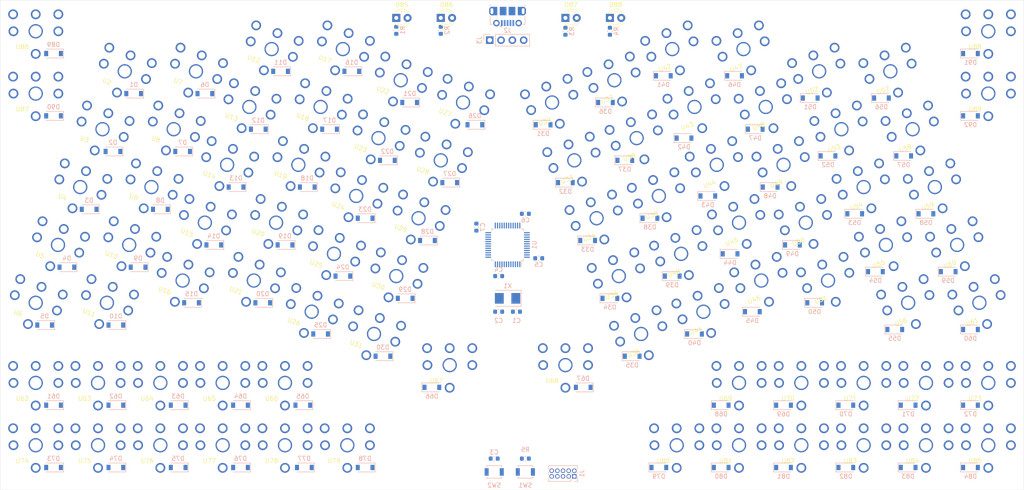
<source format=kicad_pcb>
(kicad_pcb (version 20171130) (host pcbnew 6.0.0-rc1-unknown-e985f79~84~ubuntu16.04.1)
  (layers (0 F.Cu signal) (31 B.Cu signal) (34 B.Paste user) (35 F.Paste user) (36 B.SilkS user) (37 F.SilkS user) (38 B.Mask user) (39 F.Mask user) (44 Edge.Cuts user))
  (net 0 "")
  (net 1 "Net-(U1-Pad46)")
  (net 2 "Net-(U1-Pad45)")
  (net 3 "Net-(U1-Pad43)")
  (net 4 "Net-(U1-Pad42)")
  (net 5 "Net-(U1-Pad41)")
  (net 6 "Net-(U1-Pad40)")
  (net 7 "Net-(U1-Pad39)")
  (net 8 "Net-(U1-Pad38)")
  (net 9 "Net-(U1-Pad31)")
  (net 10 "Net-(U1-Pad30)")
  (net 11 "Net-(U1-Pad29)")
  (net 12 "Net-(U1-Pad28)")
  (net 13 "Net-(U1-Pad27)")
  (net 14 "Net-(U1-Pad26)")
  (net 15 "Net-(U1-Pad25)")
  (net 16 "Net-(U1-Pad22)")
  (net 17 "Net-(U1-Pad21)")
  (net 18 "Net-(U1-Pad20)")
  (net 19 "Net-(U1-Pad19)")
  (net 20 "Net-(U1-Pad18)")
  (net 21 "Net-(U1-Pad17)")
  (net 22 "Net-(U1-Pad16)")
  (net 23 "Net-(U1-Pad15)")
  (net 24 "Net-(U1-Pad14)")
  (net 25 "Net-(U1-Pad4)")
  (net 26 "Net-(U1-Pad3)")
  (net 27 "Net-(U1-Pad2)")
  (net 28 "Net-(D1-Pad2)")
  (net 29 /COL0)
  (net 30 "Net-(U2-Pad4)")
  (net 31 /ROW0)
  (net 32 "Net-(U3-Pad4)")
  (net 33 "Net-(D2-Pad2)")
  (net 34 "Net-(U4-Pad4)")
  (net 35 "Net-(D3-Pad2)")
  (net 36 "Net-(U10-Pad1)")
  (net 37 "Net-(D4-Pad2)")
  (net 38 "Net-(U11-Pad1)")
  (net 39 "Net-(D5-Pad2)")
  (net 40 "Net-(U12-Pad1)")
  (net 41 "Net-(D6-Pad2)")
  (net 42 "Net-(U13-Pad1)")
  (net 43 "Net-(D7-Pad2)")
  (net 44 "Net-(U14-Pad1)")
  (net 45 "Net-(D8-Pad2)")
  (net 46 "Net-(U10-Pad4)")
  (net 47 "Net-(D9-Pad2)")
  (net 48 "Net-(U11-Pad4)")
  (net 49 "Net-(D10-Pad2)")
  (net 50 "Net-(U12-Pad4)")
  (net 51 "Net-(D11-Pad2)")
  (net 52 "Net-(U13-Pad4)")
  (net 53 "Net-(D12-Pad2)")
  (net 54 "Net-(U14-Pad4)")
  (net 55 "Net-(D13-Pad2)")
  (net 56 "Net-(U15-Pad4)")
  (net 57 "Net-(D14-Pad2)")
  (net 58 "Net-(U16-Pad4)")
  (net 59 "Net-(D15-Pad2)")
  (net 60 "Net-(U17-Pad4)")
  (net 61 "Net-(D16-Pad2)")
  (net 62 "Net-(U18-Pad4)")
  (net 63 "Net-(D17-Pad2)")
  (net 64 "Net-(U19-Pad4)")
  (net 65 "Net-(D18-Pad2)")
  (net 66 "Net-(U20-Pad4)")
  (net 67 "Net-(D19-Pad2)")
  (net 68 "Net-(U21-Pad4)")
  (net 69 "Net-(D20-Pad2)")
  (net 70 "Net-(U22-Pad4)")
  (net 71 "Net-(D21-Pad2)")
  (net 72 "Net-(U23-Pad4)")
  (net 73 "Net-(D22-Pad2)")
  (net 74 "Net-(U24-Pad4)")
  (net 75 "Net-(D23-Pad2)")
  (net 76 "Net-(U25-Pad4)")
  (net 77 "Net-(D24-Pad2)")
  (net 78 "Net-(U26-Pad4)")
  (net 79 "Net-(D25-Pad2)")
  (net 80 "Net-(U27-Pad4)")
  (net 81 "Net-(D26-Pad2)")
  (net 82 "Net-(U28-Pad4)")
  (net 83 "Net-(D27-Pad2)")
  (net 84 "Net-(U29-Pad4)")
  (net 85 "Net-(D28-Pad2)")
  (net 86 "Net-(U30-Pad4)")
  (net 87 "Net-(D29-Pad2)")
  (net 88 "Net-(U31-Pad4)")
  (net 89 "Net-(D30-Pad2)")
  (net 90 "Net-(U32-Pad4)")
  (net 91 "Net-(D31-Pad2)")
  (net 92 "Net-(U33-Pad4)")
  (net 93 "Net-(D32-Pad2)")
  (net 94 "Net-(U34-Pad4)")
  (net 95 "Net-(D33-Pad2)")
  (net 96 "Net-(U35-Pad4)")
  (net 97 "Net-(D34-Pad2)")
  (net 98 "Net-(U36-Pad4)")
  (net 99 "Net-(D35-Pad2)")
  (net 100 "Net-(U37-Pad4)")
  (net 101 "Net-(D36-Pad2)")
  (net 102 "Net-(U38-Pad4)")
  (net 103 "Net-(D37-Pad2)")
  (net 104 "Net-(U39-Pad4)")
  (net 105 "Net-(D38-Pad2)")
  (net 106 "Net-(U40-Pad4)")
  (net 107 "Net-(D39-Pad2)")
  (net 108 "Net-(U41-Pad4)")
  (net 109 "Net-(D40-Pad2)")
  (net 110 "Net-(U42-Pad4)")
  (net 111 "Net-(D41-Pad2)")
  (net 112 "Net-(U43-Pad4)")
  (net 113 "Net-(D42-Pad2)")
  (net 114 "Net-(U44-Pad4)")
  (net 115 "Net-(D43-Pad2)")
  (net 116 "Net-(U45-Pad4)")
  (net 117 "Net-(D44-Pad2)")
  (net 118 "Net-(U46-Pad4)")
  (net 119 "Net-(D45-Pad2)")
  (net 120 "Net-(U47-Pad4)")
  (net 121 "Net-(D46-Pad2)")
  (net 122 "Net-(U48-Pad4)")
  (net 123 "Net-(D47-Pad2)")
  (net 124 "Net-(U49-Pad4)")
  (net 125 "Net-(D48-Pad2)")
  (net 126 "Net-(U50-Pad4)")
  (net 127 "Net-(D49-Pad2)")
  (net 128 "Net-(U51-Pad4)")
  (net 129 "Net-(D50-Pad2)")
  (net 130 "Net-(U52-Pad4)")
  (net 131 "Net-(D51-Pad2)")
  (net 132 "Net-(U53-Pad4)")
  (net 133 "Net-(D52-Pad2)")
  (net 134 "Net-(U54-Pad4)")
  (net 135 "Net-(D53-Pad2)")
  (net 136 "Net-(U55-Pad4)")
  (net 137 "Net-(D54-Pad2)")
  (net 138 "Net-(U56-Pad4)")
  (net 139 "Net-(D55-Pad2)")
  (net 140 "Net-(U57-Pad4)")
  (net 141 "Net-(D56-Pad2)")
  (net 142 "Net-(U58-Pad4)")
  (net 143 "Net-(D57-Pad2)")
  (net 144 "Net-(U59-Pad4)")
  (net 145 "Net-(D58-Pad2)")
  (net 146 "Net-(U60-Pad4)")
  (net 147 "Net-(D59-Pad2)")
  (net 148 "Net-(U61-Pad4)")
  (net 149 "Net-(D60-Pad2)")
  (net 150 /COL1)
  (net 151 /COL2)
  (net 152 /COL3)
  (net 153 /COL4)
  (net 154 /COL5)
  (net 155 /COL6)
  (net 156 /COL7)
  (net 157 /COL8)
  (net 158 /COL9)
  (net 159 /COL10)
  (net 160 /COL11)
  (net 161 "Net-(D61-Pad2)")
  (net 162 "Net-(D62-Pad2)")
  (net 163 "Net-(D63-Pad2)")
  (net 164 "Net-(D64-Pad2)")
  (net 165 "Net-(D65-Pad2)")
  (net 166 "Net-(D66-Pad2)")
  (net 167 "Net-(D67-Pad2)")
  (net 168 "Net-(D68-Pad2)")
  (net 169 "Net-(D69-Pad2)")
  (net 170 "Net-(D70-Pad2)")
  (net 171 "Net-(D71-Pad2)")
  (net 172 "Net-(D72-Pad2)")
  (net 173 /ROW1)
  (net 174 /ROW2)
  (net 175 /ROW3)
  (net 176 /ROW4)
  (net 177 "Net-(U62-Pad4)")
  (net 178 /ROW5)
  (net 179 "Net-(U63-Pad4)")
  (net 180 "Net-(U64-Pad4)")
  (net 181 "Net-(U65-Pad4)")
  (net 182 "Net-(U66-Pad4)")
  (net 183 "Net-(U67-Pad4)")
  (net 184 "Net-(U68-Pad4)")
  (net 185 "Net-(U69-Pad4)")
  (net 186 "Net-(U70-Pad4)")
  (net 187 "Net-(U71-Pad4)")
  (net 188 "Net-(U72-Pad4)")
  (net 189 "Net-(U73-Pad4)")
  (net 190 "Net-(D73-Pad2)")
  (net 191 "Net-(D74-Pad2)")
  (net 192 "Net-(D75-Pad2)")
  (net 193 "Net-(D76-Pad2)")
  (net 194 "Net-(D77-Pad2)")
  (net 195 "Net-(D78-Pad2)")
  (net 196 "Net-(D79-Pad2)")
  (net 197 "Net-(D80-Pad2)")
  (net 198 "Net-(D81-Pad2)")
  (net 199 "Net-(D82-Pad2)")
  (net 200 "Net-(D83-Pad2)")
  (net 201 "Net-(D84-Pad2)")
  (net 202 "Net-(U74-Pad4)")
  (net 203 /ROW6)
  (net 204 "Net-(U75-Pad4)")
  (net 205 "Net-(U76-Pad4)")
  (net 206 "Net-(U77-Pad4)")
  (net 207 "Net-(U78-Pad4)")
  (net 208 "Net-(U79-Pad4)")
  (net 209 "Net-(U80-Pad4)")
  (net 210 "Net-(U81-Pad4)")
  (net 211 "Net-(U82-Pad4)")
  (net 212 "Net-(U83-Pad4)")
  (net 213 "Net-(U84-Pad4)")
  (net 214 "Net-(U85-Pad4)")
  (net 215 /LED0)
  (net 216 "Net-(D85-Pad1)")
  (net 217 /LED1)
  (net 218 "Net-(D86-Pad1)")
  (net 219 /LED2)
  (net 220 "Net-(D87-Pad1)")
  (net 221 /LED3)
  (net 222 "Net-(D88-Pad1)")
  (net 223 GND)
  (net 224 "Net-(D89-Pad2)")
  (net 225 "Net-(D90-Pad2)")
  (net 226 "Net-(D91-Pad2)")
  (net 227 "Net-(D92-Pad2)")
  (net 228 /ROW7)
  (net 229 "Net-(U86-Pad4)")
  (net 230 "Net-(U87-Pad4)")
  (net 231 "Net-(U88-Pad4)")
  (net 232 "Net-(U89-Pad4)")
  (net 233 "Net-(C1-Pad1)")
  (net 234 "Net-(C2-Pad1)")
  (net 235 "Net-(C3-Pad1)")
  (net 236 +3V3)
  (net 237 "Net-(R5-Pad1)")
  (net 238 /SWCLK)
  (net 239 /SWDIO)
  (net 240 /USBD+)
  (net 241 /USBD-)
  (net 242 /RX)
  (net 243 /TX)
  (net 244 /DBG_RX)
  (net 245 /DBG_TX)
  (net 246 /NRST)
  (net 247 "Net-(J1-Pad8)")
  (net 248 "Net-(J1-Pad7)")
  (net 249 "Net-(J1-Pad6)")
  (net 250 "Net-(J2-Pad4)")
  (net 251 +5V)
  (module Connector_PinHeader_2.54mm:PinHeader_1x04_P2.54mm_Vertical (layer B.Cu) (at 135 49 270)
    (fp_text reference J3 (at 0 2.33 270) (layer B.SilkS) (effects (justify mirror)))
    (fp_text value Conn_01x04)
    (pad 4 thru_hole oval (at 0 -7.62 270) (size 1.7 1.7) (drill 1) (layers *.Cu *.Mask) (net 223 GND))
    (pad 3 thru_hole oval (at 0 -5.08 270) (size 1.7 1.7) (drill 1) (layers *.Cu *.Mask) (net 240 /USBD+))
    (pad 2 thru_hole oval (at 0 -2.54 270) (size 1.7 1.7) (drill 1) (layers *.Cu *.Mask) (net 241 /USBD-))
    (pad 1 thru_hole rect (at 0 0 270) (size 1.7 1.7) (drill 1) (layers *.Cu *.Mask) (net 251 +5V))
  )
  (module Connector_USB:USB_Micro-B_Molex-105017-0001 (layer B.Cu) (at 139 43.7)
    (fp_text reference J2 (at 0 3.1125) (layer B.SilkS) (effects (justify mirror)))
    (fp_text value USB_B_Micro)
    (pad 6 smd rect (at -2.9 -1.2375) (size 1.2 1.9) (layers B.Cu B.Mask) (net 223 GND))
    (pad 6 smd rect (at 2.9 -1.2375) (size 1.2 1.9) (layers B.Cu B.Mask) (net 223 GND))
    (pad 6 thru_hole oval (at 3.5 -1.2375) (size 1.2 1.9) (drill oval 0.6 1.3) (layers *.Cu *.Mask) (net 223 GND))
    (pad 6 thru_hole oval (at -3.5 -1.2375 180) (size 1.2 1.9) (drill oval 0.6 1.3) (layers *.Cu *.Mask) (net 223 GND))
    (pad 6 smd rect (at -1 -1.2375) (size 1.5 1.9) (layers B.Cu B.Paste B.Mask) (net 223 GND))
    (pad 6 thru_hole circle (at 2.5 1.4625) (size 1.45 1.45) (drill 0.85) (layers *.Cu *.Mask) (net 223 GND))
    (pad 3 smd rect (at 0 1.4625) (size 0.4 1.35) (layers B.Cu B.Paste B.Mask) (net 240 /USBD+))
    (pad 4 smd rect (at 0.65 1.4625) (size 0.4 1.35) (layers B.Cu B.Paste B.Mask) (net 250 "Net-(J2-Pad4)"))
    (pad 5 smd rect (at 1.3 1.4625) (size 0.4 1.35) (layers B.Cu B.Paste B.Mask) (net 223 GND))
    (pad 1 smd rect (at -1.3 1.4625) (size 0.4 1.35) (layers B.Cu B.Paste B.Mask) (net 251 +5V))
    (pad 2 smd rect (at -0.65 1.4625) (size 0.4 1.35) (layers B.Cu B.Paste B.Mask) (net 241 /USBD-))
    (pad 6 thru_hole circle (at -2.5 1.4625) (size 1.45 1.45) (drill 0.85) (layers *.Cu *.Mask) (net 223 GND))
    (pad 6 smd rect (at 1 -1.2375) (size 1.5 1.9) (layers B.Cu B.Paste B.Mask) (net 223 GND))
  )
  (module Connector_PinHeader_1.27mm:PinHeader_2x05_P1.27mm_Vertical (layer B.Cu) (at 154 147 90)
    (fp_text reference J1 (at 0.635 1.695 90) (layer B.SilkS) (effects (justify mirror)))
    (fp_text value JTAG)
    (pad 10 thru_hole oval (at 1.27 -5.08 90) (size 1 1) (drill 0.65) (layers *.Cu *.Mask) (net 246 /NRST))
    (pad 9 thru_hole oval (at 0 -5.08 90) (size 1 1) (drill 0.65) (layers *.Cu *.Mask) (net 223 GND))
    (pad 8 thru_hole oval (at 1.27 -3.81 90) (size 1 1) (drill 0.65) (layers *.Cu *.Mask) (net 247 "Net-(J1-Pad8)"))
    (pad 7 thru_hole oval (at 0 -3.81 90) (size 1 1) (drill 0.65) (layers *.Cu *.Mask) (net 248 "Net-(J1-Pad7)"))
    (pad 6 thru_hole oval (at 1.27 -2.54 90) (size 1 1) (drill 0.65) (layers *.Cu *.Mask) (net 249 "Net-(J1-Pad6)"))
    (pad 5 thru_hole oval (at 0 -2.54 90) (size 1 1) (drill 0.65) (layers *.Cu *.Mask) (net 223 GND))
    (pad 4 thru_hole oval (at 1.27 -1.27 90) (size 1 1) (drill 0.65) (layers *.Cu *.Mask) (net 238 /SWCLK))
    (pad 3 thru_hole oval (at 0 -1.27 90) (size 1 1) (drill 0.65) (layers *.Cu *.Mask) (net 223 GND))
    (pad 2 thru_hole oval (at 1.27 0 90) (size 1 1) (drill 0.65) (layers *.Cu *.Mask) (net 239 /SWDIO))
    (pad 1 thru_hole rect (at 0 0 90) (size 1 1) (drill 0.65) (layers *.Cu *.Mask) (net 236 +3V3))
  )
  (module Crystal:Crystal_SMD_5032-2Pin_5.0x3.2mm (layer B.Cu) (at 139 107 180)
    (fp_text reference X1 (at 0 2.8 180) (layer B.SilkS) (effects (justify mirror)))
    (fp_text value "8 MHz")
    (pad 2 smd rect (at 1.85 0 180) (size 2 2.4) (layers B.Cu B.Paste B.Mask) (net 234 "Net-(C2-Pad1)"))
    (pad 1 smd rect (at -1.85 0 180) (size 2 2.4) (layers B.Cu B.Paste B.Mask) (net 233 "Net-(C1-Pad1)"))
  )
  (module Button_Switch_SMD:SW_SPST_B3U-1000P (layer B.Cu) (at 136 146)
    (fp_text reference SW2 (at 0 3) (layer B.SilkS) (effects (justify mirror)))
    (fp_text value RESET)
    (pad 2 smd rect (at 1.7 0) (size 0.9 1.7) (layers B.Cu B.Paste B.Mask) (net 235 "Net-(C3-Pad1)"))
    (pad 1 smd rect (at -1.7 0) (size 0.9 1.7) (layers B.Cu B.Paste B.Mask) (net 223 GND))
  )
  (module Button_Switch_SMD:SW_SPST_B3U-1000P (layer B.Cu) (at 143 146)
    (fp_text reference SW1 (at 0 3) (layer B.SilkS) (effects (justify mirror)))
    (fp_text value BOOT)
    (pad 2 smd rect (at 1.7 0) (size 0.9 1.7) (layers B.Cu B.Paste B.Mask) (net 236 +3V3))
    (pad 1 smd rect (at -1.7 0) (size 0.9 1.7) (layers B.Cu B.Paste B.Mask) (net 237 "Net-(R5-Pad1)"))
  )
  (module Resistor_SMD:R_0603_1608Metric (layer B.Cu) (at 143 143)
    (fp_text reference R5 (at 0 -2) (layer B.SilkS) (effects (justify mirror)))
    (fp_text value 10k)
    (pad 2 smd roundrect (at 0.7875 0) (size 0.875 0.95) (layers B.Cu B.Paste B.Mask) (net 223 GND))
    (pad 1 smd roundrect (at -0.7875 0) (size 0.875 0.95) (layers B.Cu B.Paste B.Mask) (net 237 "Net-(R5-Pad1)"))
  )
  (module Capacitor_SMD:C_0603_1608Metric (layer B.Cu) (at 132 91 90)
    (fp_text reference C7 (at 0 1.43 90) (layer B.SilkS) (effects (justify mirror)))
    (fp_text value 100n)
    (pad 2 smd roundrect (at 0.7875 0 90) (size 0.875 0.95) (layers B.Cu B.Paste B.Mask) (net 223 GND))
    (pad 1 smd roundrect (at -0.7875 0 90) (size 0.875 0.95) (layers B.Cu B.Paste B.Mask) (net 236 +3V3))
  )
  (module Capacitor_SMD:C_0603_1608Metric (layer B.Cu) (at 143 88)
    (fp_text reference C6 (at 0 1.43) (layer B.SilkS) (effects (justify mirror)))
    (fp_text value 100n)
    (pad 2 smd roundrect (at 0.7875 0) (size 0.875 0.95) (layers B.Cu B.Paste B.Mask) (net 223 GND))
    (pad 1 smd roundrect (at -0.7875 0) (size 0.875 0.95) (layers B.Cu B.Paste B.Mask) (net 236 +3V3))
  )
  (module Capacitor_SMD:C_0603_1608Metric (layer B.Cu) (at 146 98)
    (fp_text reference C5 (at 0 1.43) (layer B.SilkS) (effects (justify mirror)))
    (fp_text value 100n)
    (pad 2 smd roundrect (at 0.7875 0) (size 0.875 0.95) (layers B.Cu B.Paste B.Mask) (net 223 GND))
    (pad 1 smd roundrect (at -0.7875 0) (size 0.875 0.95) (layers B.Cu B.Paste B.Mask) (net 236 +3V3))
  )
  (module Capacitor_SMD:C_0603_1608Metric (layer B.Cu) (at 137 102 180)
    (fp_text reference C4 (at 0 1.43 180) (layer B.SilkS) (effects (justify mirror)))
    (fp_text value 100n)
    (pad 2 smd roundrect (at 0.7875 0 180) (size 0.875 0.95) (layers B.Cu B.Paste B.Mask) (net 223 GND))
    (pad 1 smd roundrect (at -0.7875 0 180) (size 0.875 0.95) (layers B.Cu B.Paste B.Mask) (net 236 +3V3))
  )
  (module Capacitor_SMD:C_0603_1608Metric (layer B.Cu) (at 136 143 180)
    (fp_text reference C3 (at 0 1.43 180) (layer B.SilkS) (effects (justify mirror)))
    (fp_text value 100n)
    (pad 2 smd roundrect (at 0.7875 0 180) (size 0.875 0.95) (layers B.Cu B.Paste B.Mask) (net 223 GND))
    (pad 1 smd roundrect (at -0.7875 0 180) (size 0.875 0.95) (layers B.Cu B.Paste B.Mask) (net 235 "Net-(C3-Pad1)"))
  )
  (module Capacitor_SMD:C_0603_1608Metric (layer B.Cu) (at 137 110)
    (fp_text reference C2 (at 0 2) (layer B.SilkS) (effects (justify mirror)))
    (fp_text value 12p)
    (pad 2 smd roundrect (at 0.7875 0) (size 0.875 0.95) (layers B.Cu B.Paste B.Mask) (net 223 GND))
    (pad 1 smd roundrect (at -0.7875 0) (size 0.875 0.95) (layers B.Cu B.Paste B.Mask) (net 234 "Net-(C2-Pad1)"))
  )
  (module Capacitor_SMD:C_0603_1608Metric (layer B.Cu) (at 141 110 180)
    (fp_text reference C1 (at 0 -2 180) (layer B.SilkS) (effects (justify mirror)))
    (fp_text value 12p)
    (pad 2 smd roundrect (at 0.7875 0 180) (size 0.875 0.95) (layers B.Cu B.Paste B.Mask) (net 223 GND))
    (pad 1 smd roundrect (at -0.7875 0 180) (size 0.875 0.95) (layers B.Cu B.Paste B.Mask) (net 233 "Net-(C1-Pad1)"))
  )
  (module Switches:CHERRY_ML (layer F.Cu) (at 247 61)
    (fp_text reference U89 (at -3 3.5) (layer F.SilkS))
    (fp_text value CHERRY_ML)
    (pad 5 thru_hole circle (at -5 0) (size 2.2 2.2) (drill 1.5) (layers *.Cu *.Mask))
    (pad 5 thru_hole circle (at 5.08 0) (size 2.2 2.2) (drill 1.5) (layers *.Cu *.Mask))
    (pad 5 thru_hole circle (at 0 0) (size 3.2 3.2) (drill 2.6) (layers *.Cu *.Mask))
    (pad 4 thru_hole circle (at 5.08 -3.81) (size 2.2 2.2) (drill 1.5) (layers *.Cu *.Mask) (net 232 "Net-(U89-Pad4)"))
    (pad 3 thru_hole circle (at -5.08 -3.81) (size 2.2 2.2) (drill 1.5) (layers *.Cu *.Mask) (net 231 "Net-(U88-Pad4)"))
    (pad 2 thru_hole circle (at 0 5.08) (size 2.2 2.2) (drill 1.5) (layers *.Cu *.Mask) (net 227 "Net-(D92-Pad2)"))
    (pad 1 thru_hole circle (at 0 -3.81) (size 2.2 2.2) (drill 1.5) (layers *.Cu *.Mask) (net 231 "Net-(U88-Pad4)"))
  )
  (module Switches:CHERRY_ML (layer F.Cu) (at 247 47)
    (fp_text reference U88 (at -3 3.5) (layer F.SilkS))
    (fp_text value CHERRY_ML)
    (pad 5 thru_hole circle (at -5 0) (size 2.2 2.2) (drill 1.5) (layers *.Cu *.Mask))
    (pad 5 thru_hole circle (at 5.08 0) (size 2.2 2.2) (drill 1.5) (layers *.Cu *.Mask))
    (pad 5 thru_hole circle (at 0 0) (size 3.2 3.2) (drill 2.6) (layers *.Cu *.Mask))
    (pad 4 thru_hole circle (at 5.08 -3.81) (size 2.2 2.2) (drill 1.5) (layers *.Cu *.Mask) (net 231 "Net-(U88-Pad4)"))
    (pad 3 thru_hole circle (at -5.08 -3.81) (size 2.2 2.2) (drill 1.5) (layers *.Cu *.Mask) (net 230 "Net-(U87-Pad4)"))
    (pad 2 thru_hole circle (at 0 5.08) (size 2.2 2.2) (drill 1.5) (layers *.Cu *.Mask) (net 226 "Net-(D91-Pad2)"))
    (pad 1 thru_hole circle (at 0 -3.81) (size 2.2 2.2) (drill 1.5) (layers *.Cu *.Mask) (net 230 "Net-(U87-Pad4)"))
  )
  (module Switches:CHERRY_ML (layer F.Cu) (at 33 61)
    (fp_text reference U87 (at -3 3.5) (layer F.SilkS))
    (fp_text value CHERRY_ML)
    (pad 5 thru_hole circle (at -5 0) (size 2.2 2.2) (drill 1.5) (layers *.Cu *.Mask))
    (pad 5 thru_hole circle (at 5.08 0) (size 2.2 2.2) (drill 1.5) (layers *.Cu *.Mask))
    (pad 5 thru_hole circle (at 0 0) (size 3.2 3.2) (drill 2.6) (layers *.Cu *.Mask))
    (pad 4 thru_hole circle (at 5.08 -3.81) (size 2.2 2.2) (drill 1.5) (layers *.Cu *.Mask) (net 230 "Net-(U87-Pad4)"))
    (pad 3 thru_hole circle (at -5.08 -3.81) (size 2.2 2.2) (drill 1.5) (layers *.Cu *.Mask) (net 229 "Net-(U86-Pad4)"))
    (pad 2 thru_hole circle (at 0 5.08) (size 2.2 2.2) (drill 1.5) (layers *.Cu *.Mask) (net 225 "Net-(D90-Pad2)"))
    (pad 1 thru_hole circle (at 0 -3.81) (size 2.2 2.2) (drill 1.5) (layers *.Cu *.Mask) (net 229 "Net-(U86-Pad4)"))
  )
  (module Switches:CHERRY_ML (layer F.Cu) (at 33 47)
    (fp_text reference U86 (at -3 3.5) (layer F.SilkS))
    (fp_text value CHERRY_ML)
    (pad 5 thru_hole circle (at -5 0) (size 2.2 2.2) (drill 1.5) (layers *.Cu *.Mask))
    (pad 5 thru_hole circle (at 5.08 0) (size 2.2 2.2) (drill 1.5) (layers *.Cu *.Mask))
    (pad 5 thru_hole circle (at 0 0) (size 3.2 3.2) (drill 2.6) (layers *.Cu *.Mask))
    (pad 4 thru_hole circle (at 5.08 -3.81) (size 2.2 2.2) (drill 1.5) (layers *.Cu *.Mask) (net 229 "Net-(U86-Pad4)"))
    (pad 3 thru_hole circle (at -5.08 -3.81) (size 2.2 2.2) (drill 1.5) (layers *.Cu *.Mask) (net 31 /ROW0))
    (pad 2 thru_hole circle (at 0 5.08) (size 2.2 2.2) (drill 1.5) (layers *.Cu *.Mask) (net 224 "Net-(D89-Pad2)"))
    (pad 1 thru_hole circle (at 0 -3.81) (size 2.2 2.2) (drill 1.5) (layers *.Cu *.Mask) (net 31 /ROW0))
  )
  (module Diode_SMD:D_SOD-123 (layer B.Cu) (at 243 66)
    (fp_text reference D92 (at 0 2) (layer B.SilkS) (effects (justify mirror)))
    (fp_text value 1N4148)
    (pad 2 smd rect (at 1.65 0) (size 0.9 1.2) (layers B.Cu B.Paste B.Mask) (net 227 "Net-(D92-Pad2)"))
    (pad 1 smd rect (at -1.65 0) (size 0.9 1.2) (layers B.Cu B.Paste B.Mask) (net 160 /COL11))
  )
  (module Diode_SMD:D_SOD-123 (layer B.Cu) (at 243 52)
    (fp_text reference D91 (at 0 2) (layer B.SilkS) (effects (justify mirror)))
    (fp_text value 1N4148)
    (pad 2 smd rect (at 1.65 0) (size 0.9 1.2) (layers B.Cu B.Paste B.Mask) (net 226 "Net-(D91-Pad2)"))
    (pad 1 smd rect (at -1.65 0) (size 0.9 1.2) (layers B.Cu B.Paste B.Mask) (net 159 /COL10))
  )
  (module Diode_SMD:D_SOD-123 (layer B.Cu) (at 37 66 180)
    (fp_text reference D90 (at 0 2 180) (layer B.SilkS) (effects (justify mirror)))
    (fp_text value 1N4148)
    (pad 2 smd rect (at 1.65 0 180) (size 0.9 1.2) (layers B.Cu B.Paste B.Mask) (net 225 "Net-(D90-Pad2)"))
    (pad 1 smd rect (at -1.65 0 180) (size 0.9 1.2) (layers B.Cu B.Paste B.Mask) (net 150 /COL1))
  )
  (module Diode_SMD:D_SOD-123 (layer B.Cu) (at 37 52 180)
    (fp_text reference D89 (at 0 2 180) (layer B.SilkS) (effects (justify mirror)))
    (fp_text value 1N4148)
    (pad 2 smd rect (at 1.65 0 180) (size 0.9 1.2) (layers B.Cu B.Paste B.Mask) (net 224 "Net-(D89-Pad2)"))
    (pad 1 smd rect (at -1.65 0 180) (size 0.9 1.2) (layers B.Cu B.Paste B.Mask) (net 29 /COL0))
  )
  (module Resistor_SMD:R_0603_1608Metric (layer B.Cu) (at 162 47 90)
    (fp_text reference R4 (at 0 1.43 90) (layer B.SilkS) (effects (justify mirror)))
    (fp_text value 330)
    (pad 2 smd roundrect (at 0.7875 0 90) (size 0.875 0.95) (layers B.Cu B.Paste B.Mask) (net 222 "Net-(D88-Pad1)"))
    (pad 1 smd roundrect (at -0.7875 0 90) (size 0.875 0.95) (layers B.Cu B.Paste B.Mask) (net 223 GND))
  )
  (module Resistor_SMD:R_0603_1608Metric (layer B.Cu) (at 152 47 90)
    (fp_text reference R3 (at 0 1.43 90) (layer B.SilkS) (effects (justify mirror)))
    (fp_text value 330)
    (pad 2 smd roundrect (at 0.7875 0 90) (size 0.875 0.95) (layers B.Cu B.Paste B.Mask) (net 220 "Net-(D87-Pad1)"))
    (pad 1 smd roundrect (at -0.7875 0 90) (size 0.875 0.95) (layers B.Cu B.Paste B.Mask) (net 223 GND))
  )
  (module Resistor_SMD:R_0603_1608Metric (layer B.Cu) (at 124 46.7875 90)
    (fp_text reference R2 (at 0 1.43 90) (layer B.SilkS) (effects (justify mirror)))
    (fp_text value 330)
    (pad 2 smd roundrect (at 0.7875 0 90) (size 0.875 0.95) (layers B.Cu B.Paste B.Mask) (net 218 "Net-(D86-Pad1)"))
    (pad 1 smd roundrect (at -0.7875 0 90) (size 0.875 0.95) (layers B.Cu B.Paste B.Mask) (net 223 GND))
  )
  (module Resistor_SMD:R_0603_1608Metric (layer B.Cu) (at 114 46.7875 90)
    (fp_text reference R1 (at 0 1.43 90) (layer B.SilkS) (effects (justify mirror)))
    (fp_text value 330)
    (pad 2 smd roundrect (at 0.7875 0 90) (size 0.875 0.95) (layers B.Cu B.Paste B.Mask) (net 216 "Net-(D85-Pad1)"))
    (pad 1 smd roundrect (at -0.7875 0 90) (size 0.875 0.95) (layers B.Cu B.Paste B.Mask) (net 223 GND))
  )
  (module LED_THT:LED_D3.0mm (layer F.Cu) (at 162 44)
    (fp_text reference D88 (at 1.27 -2.96) (layer F.SilkS))
    (fp_text value LED_Small_ALT)
    (pad 2 thru_hole circle (at 2.54 0) (size 1.8 1.8) (drill 0.9) (layers *.Cu *.Mask) (net 221 /LED3))
    (pad 1 thru_hole rect (at 0 0) (size 1.8 1.8) (drill 0.9) (layers *.Cu *.Mask) (net 222 "Net-(D88-Pad1)"))
  )
  (module LED_THT:LED_D3.0mm (layer F.Cu) (at 152 44)
    (fp_text reference D87 (at 1.27 -2.96) (layer F.SilkS))
    (fp_text value LED_Small_ALT)
    (pad 2 thru_hole circle (at 2.54 0) (size 1.8 1.8) (drill 0.9) (layers *.Cu *.Mask) (net 219 /LED2))
    (pad 1 thru_hole rect (at 0 0) (size 1.8 1.8) (drill 0.9) (layers *.Cu *.Mask) (net 220 "Net-(D87-Pad1)"))
  )
  (module LED_THT:LED_D3.0mm (layer F.Cu) (at 124 44)
    (fp_text reference D86 (at 1.27 -2.96) (layer F.SilkS))
    (fp_text value LED_Small_ALT)
    (pad 2 thru_hole circle (at 2.54 0) (size 1.8 1.8) (drill 0.9) (layers *.Cu *.Mask) (net 217 /LED1))
    (pad 1 thru_hole rect (at 0 0) (size 1.8 1.8) (drill 0.9) (layers *.Cu *.Mask) (net 218 "Net-(D86-Pad1)"))
  )
  (module LED_THT:LED_D3.0mm (layer F.Cu) (at 114 44)
    (fp_text reference D85 (at 1.27 -2.96) (layer F.SilkS))
    (fp_text value LED_Small_ALT)
    (pad 2 thru_hole circle (at 2.54 0) (size 1.8 1.8) (drill 0.9) (layers *.Cu *.Mask) (net 215 /LED0))
    (pad 1 thru_hole rect (at 0 0) (size 1.8 1.8) (drill 0.9) (layers *.Cu *.Mask) (net 216 "Net-(D85-Pad1)"))
  )
  (module Switches:CHERRY_ML (layer F.Cu) (at 247 140)
    (fp_text reference U85 (at -3 3.5) (layer F.SilkS))
    (fp_text value CHERRY_ML)
    (pad 5 thru_hole circle (at -5 0) (size 2.2 2.2) (drill 1.5) (layers *.Cu *.Mask))
    (pad 5 thru_hole circle (at 5.08 0) (size 2.2 2.2) (drill 1.5) (layers *.Cu *.Mask))
    (pad 5 thru_hole circle (at 0 0) (size 3.2 3.2) (drill 2.6) (layers *.Cu *.Mask))
    (pad 4 thru_hole circle (at 5.08 -3.81) (size 2.2 2.2) (drill 1.5) (layers *.Cu *.Mask) (net 214 "Net-(U85-Pad4)"))
    (pad 3 thru_hole circle (at -5.08 -3.81) (size 2.2 2.2) (drill 1.5) (layers *.Cu *.Mask) (net 213 "Net-(U84-Pad4)"))
    (pad 2 thru_hole circle (at 0 5.08) (size 2.2 2.2) (drill 1.5) (layers *.Cu *.Mask) (net 201 "Net-(D84-Pad2)"))
    (pad 1 thru_hole circle (at 0 -3.81) (size 2.2 2.2) (drill 1.5) (layers *.Cu *.Mask) (net 213 "Net-(U84-Pad4)"))
  )
  (module Switches:CHERRY_ML (layer F.Cu) (at 233 140)
    (fp_text reference U84 (at -3 3.5) (layer F.SilkS))
    (fp_text value CHERRY_ML)
    (pad 5 thru_hole circle (at -5 0) (size 2.2 2.2) (drill 1.5) (layers *.Cu *.Mask))
    (pad 5 thru_hole circle (at 5.08 0) (size 2.2 2.2) (drill 1.5) (layers *.Cu *.Mask))
    (pad 5 thru_hole circle (at 0 0) (size 3.2 3.2) (drill 2.6) (layers *.Cu *.Mask))
    (pad 4 thru_hole circle (at 5.08 -3.81) (size 2.2 2.2) (drill 1.5) (layers *.Cu *.Mask) (net 213 "Net-(U84-Pad4)"))
    (pad 3 thru_hole circle (at -5.08 -3.81) (size 2.2 2.2) (drill 1.5) (layers *.Cu *.Mask) (net 212 "Net-(U83-Pad4)"))
    (pad 2 thru_hole circle (at 0 5.08) (size 2.2 2.2) (drill 1.5) (layers *.Cu *.Mask) (net 200 "Net-(D83-Pad2)"))
    (pad 1 thru_hole circle (at 0 -3.81) (size 2.2 2.2) (drill 1.5) (layers *.Cu *.Mask) (net 212 "Net-(U83-Pad4)"))
  )
  (module Switches:CHERRY_ML (layer F.Cu) (at 219 140)
    (fp_text reference U83 (at -3 3.5) (layer F.SilkS))
    (fp_text value CHERRY_ML)
    (pad 5 thru_hole circle (at -5 0) (size 2.2 2.2) (drill 1.5) (layers *.Cu *.Mask))
    (pad 5 thru_hole circle (at 5.08 0) (size 2.2 2.2) (drill 1.5) (layers *.Cu *.Mask))
    (pad 5 thru_hole circle (at 0 0) (size 3.2 3.2) (drill 2.6) (layers *.Cu *.Mask))
    (pad 4 thru_hole circle (at 5.08 -3.81) (size 2.2 2.2) (drill 1.5) (layers *.Cu *.Mask) (net 212 "Net-(U83-Pad4)"))
    (pad 3 thru_hole circle (at -5.08 -3.81) (size 2.2 2.2) (drill 1.5) (layers *.Cu *.Mask) (net 211 "Net-(U82-Pad4)"))
    (pad 2 thru_hole circle (at 0 5.08) (size 2.2 2.2) (drill 1.5) (layers *.Cu *.Mask) (net 199 "Net-(D82-Pad2)"))
    (pad 1 thru_hole circle (at 0 -3.81) (size 2.2 2.2) (drill 1.5) (layers *.Cu *.Mask) (net 211 "Net-(U82-Pad4)"))
  )
  (module Switches:CHERRY_ML (layer F.Cu) (at 205 140)
    (fp_text reference U82 (at -3 3.5) (layer F.SilkS))
    (fp_text value CHERRY_ML)
    (pad 5 thru_hole circle (at -5 0) (size 2.2 2.2) (drill 1.5) (layers *.Cu *.Mask))
    (pad 5 thru_hole circle (at 5.08 0) (size 2.2 2.2) (drill 1.5) (layers *.Cu *.Mask))
    (pad 5 thru_hole circle (at 0 0) (size 3.2 3.2) (drill 2.6) (layers *.Cu *.Mask))
    (pad 4 thru_hole circle (at 5.08 -3.81) (size 2.2 2.2) (drill 1.5) (layers *.Cu *.Mask) (net 211 "Net-(U82-Pad4)"))
    (pad 3 thru_hole circle (at -5.08 -3.81) (size 2.2 2.2) (drill 1.5) (layers *.Cu *.Mask) (net 210 "Net-(U81-Pad4)"))
    (pad 2 thru_hole circle (at 0 5.08) (size 2.2 2.2) (drill 1.5) (layers *.Cu *.Mask) (net 198 "Net-(D81-Pad2)"))
    (pad 1 thru_hole circle (at 0 -3.81) (size 2.2 2.2) (drill 1.5) (layers *.Cu *.Mask) (net 210 "Net-(U81-Pad4)"))
  )
  (module Switches:CHERRY_ML (layer F.Cu) (at 191 140)
    (fp_text reference U81 (at -3 3.5) (layer F.SilkS))
    (fp_text value CHERRY_ML)
    (pad 5 thru_hole circle (at -5 0) (size 2.2 2.2) (drill 1.5) (layers *.Cu *.Mask))
    (pad 5 thru_hole circle (at 5.08 0) (size 2.2 2.2) (drill 1.5) (layers *.Cu *.Mask))
    (pad 5 thru_hole circle (at 0 0) (size 3.2 3.2) (drill 2.6) (layers *.Cu *.Mask))
    (pad 4 thru_hole circle (at 5.08 -3.81) (size 2.2 2.2) (drill 1.5) (layers *.Cu *.Mask) (net 210 "Net-(U81-Pad4)"))
    (pad 3 thru_hole circle (at -5.08 -3.81) (size 2.2 2.2) (drill 1.5) (layers *.Cu *.Mask) (net 209 "Net-(U80-Pad4)"))
    (pad 2 thru_hole circle (at 0 5.08) (size 2.2 2.2) (drill 1.5) (layers *.Cu *.Mask) (net 197 "Net-(D80-Pad2)"))
    (pad 1 thru_hole circle (at 0 -3.81) (size 2.2 2.2) (drill 1.5) (layers *.Cu *.Mask) (net 209 "Net-(U80-Pad4)"))
  )
  (module Switches:CHERRY_ML (layer F.Cu) (at 177 140)
    (fp_text reference U80 (at -3 3.5) (layer F.SilkS))
    (fp_text value CHERRY_ML)
    (pad 5 thru_hole circle (at -5 0) (size 2.2 2.2) (drill 1.5) (layers *.Cu *.Mask))
    (pad 5 thru_hole circle (at 5.08 0) (size 2.2 2.2) (drill 1.5) (layers *.Cu *.Mask))
    (pad 5 thru_hole circle (at 0 0) (size 3.2 3.2) (drill 2.6) (layers *.Cu *.Mask))
    (pad 4 thru_hole circle (at 5.08 -3.81) (size 2.2 2.2) (drill 1.5) (layers *.Cu *.Mask) (net 209 "Net-(U80-Pad4)"))
    (pad 3 thru_hole circle (at -5.08 -3.81) (size 2.2 2.2) (drill 1.5) (layers *.Cu *.Mask) (net 208 "Net-(U79-Pad4)"))
    (pad 2 thru_hole circle (at 0 5.08) (size 2.2 2.2) (drill 1.5) (layers *.Cu *.Mask) (net 196 "Net-(D79-Pad2)"))
    (pad 1 thru_hole circle (at 0 -3.81) (size 2.2 2.2) (drill 1.5) (layers *.Cu *.Mask) (net 208 "Net-(U79-Pad4)"))
  )
  (module Switches:CHERRY_ML (layer F.Cu) (at 103 140)
    (fp_text reference U79 (at -3 3.5) (layer F.SilkS))
    (fp_text value CHERRY_ML)
    (pad 5 thru_hole circle (at -5 0) (size 2.2 2.2) (drill 1.5) (layers *.Cu *.Mask))
    (pad 5 thru_hole circle (at 5.08 0) (size 2.2 2.2) (drill 1.5) (layers *.Cu *.Mask))
    (pad 5 thru_hole circle (at 0 0) (size 3.2 3.2) (drill 2.6) (layers *.Cu *.Mask))
    (pad 4 thru_hole circle (at 5.08 -3.81) (size 2.2 2.2) (drill 1.5) (layers *.Cu *.Mask) (net 208 "Net-(U79-Pad4)"))
    (pad 3 thru_hole circle (at -5.08 -3.81) (size 2.2 2.2) (drill 1.5) (layers *.Cu *.Mask) (net 207 "Net-(U78-Pad4)"))
    (pad 2 thru_hole circle (at 0 5.08) (size 2.2 2.2) (drill 1.5) (layers *.Cu *.Mask) (net 195 "Net-(D78-Pad2)"))
    (pad 1 thru_hole circle (at 0 -3.81) (size 2.2 2.2) (drill 1.5) (layers *.Cu *.Mask) (net 207 "Net-(U78-Pad4)"))
  )
  (module Switches:CHERRY_ML (layer F.Cu) (at 89 140)
    (fp_text reference U78 (at -3 3.5) (layer F.SilkS))
    (fp_text value CHERRY_ML)
    (pad 5 thru_hole circle (at -5 0) (size 2.2 2.2) (drill 1.5) (layers *.Cu *.Mask))
    (pad 5 thru_hole circle (at 5.08 0) (size 2.2 2.2) (drill 1.5) (layers *.Cu *.Mask))
    (pad 5 thru_hole circle (at 0 0) (size 3.2 3.2) (drill 2.6) (layers *.Cu *.Mask))
    (pad 4 thru_hole circle (at 5.08 -3.81) (size 2.2 2.2) (drill 1.5) (layers *.Cu *.Mask) (net 207 "Net-(U78-Pad4)"))
    (pad 3 thru_hole circle (at -5.08 -3.81) (size 2.2 2.2) (drill 1.5) (layers *.Cu *.Mask) (net 206 "Net-(U77-Pad4)"))
    (pad 2 thru_hole circle (at 0 5.08) (size 2.2 2.2) (drill 1.5) (layers *.Cu *.Mask) (net 194 "Net-(D77-Pad2)"))
    (pad 1 thru_hole circle (at 0 -3.81) (size 2.2 2.2) (drill 1.5) (layers *.Cu *.Mask) (net 206 "Net-(U77-Pad4)"))
  )
  (module Switches:CHERRY_ML (layer F.Cu) (at 75 140)
    (fp_text reference U77 (at -3 3.5) (layer F.SilkS))
    (fp_text value CHERRY_ML)
    (pad 5 thru_hole circle (at -5 0) (size 2.2 2.2) (drill 1.5) (layers *.Cu *.Mask))
    (pad 5 thru_hole circle (at 5.08 0) (size 2.2 2.2) (drill 1.5) (layers *.Cu *.Mask))
    (pad 5 thru_hole circle (at 0 0) (size 3.2 3.2) (drill 2.6) (layers *.Cu *.Mask))
    (pad 4 thru_hole circle (at 5.08 -3.81) (size 2.2 2.2) (drill 1.5) (layers *.Cu *.Mask) (net 206 "Net-(U77-Pad4)"))
    (pad 3 thru_hole circle (at -5.08 -3.81) (size 2.2 2.2) (drill 1.5) (layers *.Cu *.Mask) (net 205 "Net-(U76-Pad4)"))
    (pad 2 thru_hole circle (at 0 5.08) (size 2.2 2.2) (drill 1.5) (layers *.Cu *.Mask) (net 193 "Net-(D76-Pad2)"))
    (pad 1 thru_hole circle (at 0 -3.81) (size 2.2 2.2) (drill 1.5) (layers *.Cu *.Mask) (net 205 "Net-(U76-Pad4)"))
  )
  (module Switches:CHERRY_ML (layer F.Cu) (at 61 140)
    (fp_text reference U76 (at -3 3.5) (layer F.SilkS))
    (fp_text value CHERRY_ML)
    (pad 5 thru_hole circle (at -5 0) (size 2.2 2.2) (drill 1.5) (layers *.Cu *.Mask))
    (pad 5 thru_hole circle (at 5.08 0) (size 2.2 2.2) (drill 1.5) (layers *.Cu *.Mask))
    (pad 5 thru_hole circle (at 0 0) (size 3.2 3.2) (drill 2.6) (layers *.Cu *.Mask))
    (pad 4 thru_hole circle (at 5.08 -3.81) (size 2.2 2.2) (drill 1.5) (layers *.Cu *.Mask) (net 205 "Net-(U76-Pad4)"))
    (pad 3 thru_hole circle (at -5.08 -3.81) (size 2.2 2.2) (drill 1.5) (layers *.Cu *.Mask) (net 204 "Net-(U75-Pad4)"))
    (pad 2 thru_hole circle (at 0 5.08) (size 2.2 2.2) (drill 1.5) (layers *.Cu *.Mask) (net 192 "Net-(D75-Pad2)"))
    (pad 1 thru_hole circle (at 0 -3.81) (size 2.2 2.2) (drill 1.5) (layers *.Cu *.Mask) (net 204 "Net-(U75-Pad4)"))
  )
  (module Switches:CHERRY_ML (layer F.Cu) (at 47 140)
    (fp_text reference U75 (at -3 3.5) (layer F.SilkS))
    (fp_text value CHERRY_ML)
    (pad 5 thru_hole circle (at -5 0) (size 2.2 2.2) (drill 1.5) (layers *.Cu *.Mask))
    (pad 5 thru_hole circle (at 5.08 0) (size 2.2 2.2) (drill 1.5) (layers *.Cu *.Mask))
    (pad 5 thru_hole circle (at 0 0) (size 3.2 3.2) (drill 2.6) (layers *.Cu *.Mask))
    (pad 4 thru_hole circle (at 5.08 -3.81) (size 2.2 2.2) (drill 1.5) (layers *.Cu *.Mask) (net 204 "Net-(U75-Pad4)"))
    (pad 3 thru_hole circle (at -5.08 -3.81) (size 2.2 2.2) (drill 1.5) (layers *.Cu *.Mask) (net 202 "Net-(U74-Pad4)"))
    (pad 2 thru_hole circle (at 0 5.08) (size 2.2 2.2) (drill 1.5) (layers *.Cu *.Mask) (net 191 "Net-(D74-Pad2)"))
    (pad 1 thru_hole circle (at 0 -3.81) (size 2.2 2.2) (drill 1.5) (layers *.Cu *.Mask) (net 202 "Net-(U74-Pad4)"))
  )
  (module Switches:CHERRY_ML (layer F.Cu) (at 33 140)
    (fp_text reference U74 (at -3 3.5) (layer F.SilkS))
    (fp_text value CHERRY_ML)
    (pad 5 thru_hole circle (at -5 0) (size 2.2 2.2) (drill 1.5) (layers *.Cu *.Mask))
    (pad 5 thru_hole circle (at 5.08 0) (size 2.2 2.2) (drill 1.5) (layers *.Cu *.Mask))
    (pad 5 thru_hole circle (at 0 0) (size 3.2 3.2) (drill 2.6) (layers *.Cu *.Mask))
    (pad 4 thru_hole circle (at 5.08 -3.81) (size 2.2 2.2) (drill 1.5) (layers *.Cu *.Mask) (net 202 "Net-(U74-Pad4)"))
    (pad 3 thru_hole circle (at -5.08 -3.81) (size 2.2 2.2) (drill 1.5) (layers *.Cu *.Mask) (net 228 /ROW7))
    (pad 2 thru_hole circle (at 0 5.08) (size 2.2 2.2) (drill 1.5) (layers *.Cu *.Mask) (net 190 "Net-(D73-Pad2)"))
    (pad 1 thru_hole circle (at 0 -3.81) (size 2.2 2.2) (drill 1.5) (layers *.Cu *.Mask) (net 228 /ROW7))
  )
  (module Diode_SMD:D_SOD-123 (layer B.Cu) (at 243 145)
    (fp_text reference D84 (at 0 2) (layer B.SilkS) (effects (justify mirror)))
    (fp_text value 1N4148)
    (pad 2 smd rect (at 1.65 0) (size 0.9 1.2) (layers B.Cu B.Paste B.Mask) (net 201 "Net-(D84-Pad2)"))
    (pad 1 smd rect (at -1.65 0) (size 0.9 1.2) (layers B.Cu B.Paste B.Mask) (net 160 /COL11))
  )
  (module Diode_SMD:D_SOD-123 (layer B.Cu) (at 229 145)
    (fp_text reference D83 (at 0 2) (layer B.SilkS) (effects (justify mirror)))
    (fp_text value 1N4148)
    (pad 2 smd rect (at 1.65 0) (size 0.9 1.2) (layers B.Cu B.Paste B.Mask) (net 200 "Net-(D83-Pad2)"))
    (pad 1 smd rect (at -1.65 0) (size 0.9 1.2) (layers B.Cu B.Paste B.Mask) (net 159 /COL10))
  )
  (module Diode_SMD:D_SOD-123 (layer B.Cu) (at 215 145)
    (fp_text reference D82 (at 0 2) (layer B.SilkS) (effects (justify mirror)))
    (fp_text value 1N4148)
    (pad 2 smd rect (at 1.65 0) (size 0.9 1.2) (layers B.Cu B.Paste B.Mask) (net 199 "Net-(D82-Pad2)"))
    (pad 1 smd rect (at -1.65 0) (size 0.9 1.2) (layers B.Cu B.Paste B.Mask) (net 158 /COL9))
  )
  (module Diode_SMD:D_SOD-123 (layer B.Cu) (at 201 145)
    (fp_text reference D81 (at 0 2) (layer B.SilkS) (effects (justify mirror)))
    (fp_text value 1N4148)
    (pad 2 smd rect (at 1.65 0) (size 0.9 1.2) (layers B.Cu B.Paste B.Mask) (net 198 "Net-(D81-Pad2)"))
    (pad 1 smd rect (at -1.65 0) (size 0.9 1.2) (layers B.Cu B.Paste B.Mask) (net 157 /COL8))
  )
  (module Diode_SMD:D_SOD-123 (layer B.Cu) (at 187 145)
    (fp_text reference D80 (at 0 2) (layer B.SilkS) (effects (justify mirror)))
    (fp_text value 1N4148)
    (pad 2 smd rect (at 1.65 0) (size 0.9 1.2) (layers B.Cu B.Paste B.Mask) (net 197 "Net-(D80-Pad2)"))
    (pad 1 smd rect (at -1.65 0) (size 0.9 1.2) (layers B.Cu B.Paste B.Mask) (net 156 /COL7))
  )
  (module Diode_SMD:D_SOD-123 (layer B.Cu) (at 173 145)
    (fp_text reference D79 (at 0 2) (layer B.SilkS) (effects (justify mirror)))
    (fp_text value 1N4148)
    (pad 2 smd rect (at 1.65 0) (size 0.9 1.2) (layers B.Cu B.Paste B.Mask) (net 196 "Net-(D79-Pad2)"))
    (pad 1 smd rect (at -1.65 0) (size 0.9 1.2) (layers B.Cu B.Paste B.Mask) (net 155 /COL6))
  )
  (module Diode_SMD:D_SOD-123 (layer B.Cu) (at 107 145 180)
    (fp_text reference D78 (at 0 2 180) (layer B.SilkS) (effects (justify mirror)))
    (fp_text value 1N4148)
    (pad 2 smd rect (at 1.65 0 180) (size 0.9 1.2) (layers B.Cu B.Paste B.Mask) (net 195 "Net-(D78-Pad2)"))
    (pad 1 smd rect (at -1.65 0 180) (size 0.9 1.2) (layers B.Cu B.Paste B.Mask) (net 154 /COL5))
  )
  (module Diode_SMD:D_SOD-123 (layer B.Cu) (at 93.35 145 180)
    (fp_text reference D77 (at 0 2 180) (layer B.SilkS) (effects (justify mirror)))
    (fp_text value 1N4148)
    (pad 2 smd rect (at 1.65 0 180) (size 0.9 1.2) (layers B.Cu B.Paste B.Mask) (net 194 "Net-(D77-Pad2)"))
    (pad 1 smd rect (at -1.65 0 180) (size 0.9 1.2) (layers B.Cu B.Paste B.Mask) (net 153 /COL4))
  )
  (module Diode_SMD:D_SOD-123 (layer B.Cu) (at 79 145 180)
    (fp_text reference D76 (at 0 2 180) (layer B.SilkS) (effects (justify mirror)))
    (fp_text value 1N4148)
    (pad 2 smd rect (at 1.65 0 180) (size 0.9 1.2) (layers B.Cu B.Paste B.Mask) (net 193 "Net-(D76-Pad2)"))
    (pad 1 smd rect (at -1.65 0 180) (size 0.9 1.2) (layers B.Cu B.Paste B.Mask) (net 152 /COL3))
  )
  (module Diode_SMD:D_SOD-123 (layer B.Cu) (at 65 145 180)
    (fp_text reference D75 (at 0 2 180) (layer B.SilkS) (effects (justify mirror)))
    (fp_text value 1N4148)
    (pad 2 smd rect (at 1.65 0 180) (size 0.9 1.2) (layers B.Cu B.Paste B.Mask) (net 192 "Net-(D75-Pad2)"))
    (pad 1 smd rect (at -1.65 0 180) (size 0.9 1.2) (layers B.Cu B.Paste B.Mask) (net 151 /COL2))
  )
  (module Diode_SMD:D_SOD-123 (layer B.Cu) (at 51 145 180)
    (fp_text reference D74 (at 0 2 180) (layer B.SilkS) (effects (justify mirror)))
    (fp_text value 1N4148)
    (pad 2 smd rect (at 1.65 0 180) (size 0.9 1.2) (layers B.Cu B.Paste B.Mask) (net 191 "Net-(D74-Pad2)"))
    (pad 1 smd rect (at -1.65 0 180) (size 0.9 1.2) (layers B.Cu B.Paste B.Mask) (net 150 /COL1))
  )
  (module Diode_SMD:D_SOD-123 (layer B.Cu) (at 37 145 180)
    (fp_text reference D73 (at 0 2 180) (layer B.SilkS) (effects (justify mirror)))
    (fp_text value 1N4148)
    (pad 2 smd rect (at 1.65 0 180) (size 0.9 1.2) (layers B.Cu B.Paste B.Mask) (net 190 "Net-(D73-Pad2)"))
    (pad 1 smd rect (at -1.65 0 180) (size 0.9 1.2) (layers B.Cu B.Paste B.Mask) (net 29 /COL0))
  )
  (module Switches:CHERRY_ML (layer F.Cu) (at 247 126)
    (fp_text reference U73 (at -3 3.5) (layer F.SilkS))
    (fp_text value CHERRY_ML)
    (pad 5 thru_hole circle (at -5 0) (size 2.2 2.2) (drill 1.5) (layers *.Cu *.Mask))
    (pad 5 thru_hole circle (at 5.08 0) (size 2.2 2.2) (drill 1.5) (layers *.Cu *.Mask))
    (pad 5 thru_hole circle (at 0 0) (size 3.2 3.2) (drill 2.6) (layers *.Cu *.Mask))
    (pad 4 thru_hole circle (at 5.08 -3.81) (size 2.2 2.2) (drill 1.5) (layers *.Cu *.Mask) (net 189 "Net-(U73-Pad4)"))
    (pad 3 thru_hole circle (at -5.08 -3.81) (size 2.2 2.2) (drill 1.5) (layers *.Cu *.Mask) (net 188 "Net-(U72-Pad4)"))
    (pad 2 thru_hole circle (at 0 5.08) (size 2.2 2.2) (drill 1.5) (layers *.Cu *.Mask) (net 172 "Net-(D72-Pad2)"))
    (pad 1 thru_hole circle (at 0 -3.81) (size 2.2 2.2) (drill 1.5) (layers *.Cu *.Mask) (net 188 "Net-(U72-Pad4)"))
  )
  (module Switches:CHERRY_ML (layer F.Cu) (at 233 126)
    (fp_text reference U72 (at -3 3.5) (layer F.SilkS))
    (fp_text value CHERRY_ML)
    (pad 5 thru_hole circle (at -5 0) (size 2.2 2.2) (drill 1.5) (layers *.Cu *.Mask))
    (pad 5 thru_hole circle (at 5.08 0) (size 2.2 2.2) (drill 1.5) (layers *.Cu *.Mask))
    (pad 5 thru_hole circle (at 0 0) (size 3.2 3.2) (drill 2.6) (layers *.Cu *.Mask))
    (pad 4 thru_hole circle (at 5.08 -3.81) (size 2.2 2.2) (drill 1.5) (layers *.Cu *.Mask) (net 188 "Net-(U72-Pad4)"))
    (pad 3 thru_hole circle (at -5.08 -3.81) (size 2.2 2.2) (drill 1.5) (layers *.Cu *.Mask) (net 187 "Net-(U71-Pad4)"))
    (pad 2 thru_hole circle (at 0 5.08) (size 2.2 2.2) (drill 1.5) (layers *.Cu *.Mask) (net 171 "Net-(D71-Pad2)"))
    (pad 1 thru_hole circle (at 0 -3.81) (size 2.2 2.2) (drill 1.5) (layers *.Cu *.Mask) (net 187 "Net-(U71-Pad4)"))
  )
  (module Switches:CHERRY_ML (layer F.Cu) (at 219 126)
    (fp_text reference U71 (at -3 3.5) (layer F.SilkS))
    (fp_text value CHERRY_ML)
    (pad 5 thru_hole circle (at -5 0) (size 2.2 2.2) (drill 1.5) (layers *.Cu *.Mask))
    (pad 5 thru_hole circle (at 5.08 0) (size 2.2 2.2) (drill 1.5) (layers *.Cu *.Mask))
    (pad 5 thru_hole circle (at 0 0) (size 3.2 3.2) (drill 2.6) (layers *.Cu *.Mask))
    (pad 4 thru_hole circle (at 5.08 -3.81) (size 2.2 2.2) (drill 1.5) (layers *.Cu *.Mask) (net 187 "Net-(U71-Pad4)"))
    (pad 3 thru_hole circle (at -5.08 -3.81) (size 2.2 2.2) (drill 1.5) (layers *.Cu *.Mask) (net 186 "Net-(U70-Pad4)"))
    (pad 2 thru_hole circle (at 0 5.08) (size 2.2 2.2) (drill 1.5) (layers *.Cu *.Mask) (net 170 "Net-(D70-Pad2)"))
    (pad 1 thru_hole circle (at 0 -3.81) (size 2.2 2.2) (drill 1.5) (layers *.Cu *.Mask) (net 186 "Net-(U70-Pad4)"))
  )
  (module Switches:CHERRY_ML (layer F.Cu) (at 205 126)
    (fp_text reference U70 (at -3 3.5) (layer F.SilkS))
    (fp_text value CHERRY_ML)
    (pad 5 thru_hole circle (at -5 0) (size 2.2 2.2) (drill 1.5) (layers *.Cu *.Mask))
    (pad 5 thru_hole circle (at 5.08 0) (size 2.2 2.2) (drill 1.5) (layers *.Cu *.Mask))
    (pad 5 thru_hole circle (at 0 0) (size 3.2 3.2) (drill 2.6) (layers *.Cu *.Mask))
    (pad 4 thru_hole circle (at 5.08 -3.81) (size 2.2 2.2) (drill 1.5) (layers *.Cu *.Mask) (net 186 "Net-(U70-Pad4)"))
    (pad 3 thru_hole circle (at -5.08 -3.81) (size 2.2 2.2) (drill 1.5) (layers *.Cu *.Mask) (net 185 "Net-(U69-Pad4)"))
    (pad 2 thru_hole circle (at 0 5.08) (size 2.2 2.2) (drill 1.5) (layers *.Cu *.Mask) (net 169 "Net-(D69-Pad2)"))
    (pad 1 thru_hole circle (at 0 -3.81) (size 2.2 2.2) (drill 1.5) (layers *.Cu *.Mask) (net 185 "Net-(U69-Pad4)"))
  )
  (module Switches:CHERRY_ML (layer F.Cu) (at 191 126)
    (fp_text reference U69 (at -3 3.5) (layer F.SilkS))
    (fp_text value CHERRY_ML)
    (pad 5 thru_hole circle (at -5 0) (size 2.2 2.2) (drill 1.5) (layers *.Cu *.Mask))
    (pad 5 thru_hole circle (at 5.08 0) (size 2.2 2.2) (drill 1.5) (layers *.Cu *.Mask))
    (pad 5 thru_hole circle (at 0 0) (size 3.2 3.2) (drill 2.6) (layers *.Cu *.Mask))
    (pad 4 thru_hole circle (at 5.08 -3.81) (size 2.2 2.2) (drill 1.5) (layers *.Cu *.Mask) (net 185 "Net-(U69-Pad4)"))
    (pad 3 thru_hole circle (at -5.08 -3.81) (size 2.2 2.2) (drill 1.5) (layers *.Cu *.Mask) (net 184 "Net-(U68-Pad4)"))
    (pad 2 thru_hole circle (at 0 5.08) (size 2.2 2.2) (drill 1.5) (layers *.Cu *.Mask) (net 168 "Net-(D68-Pad2)"))
    (pad 1 thru_hole circle (at 0 -3.81) (size 2.2 2.2) (drill 1.5) (layers *.Cu *.Mask) (net 184 "Net-(U68-Pad4)"))
  )
  (module Switches:CHERRY_ML (layer F.Cu) (at 152 122)
    (fp_text reference U68 (at -3 3.5) (layer F.SilkS))
    (fp_text value CHERRY_ML)
    (pad 5 thru_hole circle (at -5 0) (size 2.2 2.2) (drill 1.5) (layers *.Cu *.Mask))
    (pad 5 thru_hole circle (at 5.08 0) (size 2.2 2.2) (drill 1.5) (layers *.Cu *.Mask))
    (pad 5 thru_hole circle (at 0 0) (size 3.2 3.2) (drill 2.6) (layers *.Cu *.Mask))
    (pad 4 thru_hole circle (at 5.08 -3.81) (size 2.2 2.2) (drill 1.5) (layers *.Cu *.Mask) (net 184 "Net-(U68-Pad4)"))
    (pad 3 thru_hole circle (at -5.08 -3.81) (size 2.2 2.2) (drill 1.5) (layers *.Cu *.Mask) (net 183 "Net-(U67-Pad4)"))
    (pad 2 thru_hole circle (at 0 5.08) (size 2.2 2.2) (drill 1.5) (layers *.Cu *.Mask) (net 167 "Net-(D67-Pad2)"))
    (pad 1 thru_hole circle (at 0 -3.81) (size 2.2 2.2) (drill 1.5) (layers *.Cu *.Mask) (net 183 "Net-(U67-Pad4)"))
  )
  (module Switches:CHERRY_ML (layer F.Cu) (at 126 122)
    (fp_text reference U67 (at -3 3.5) (layer F.SilkS))
    (fp_text value CHERRY_ML)
    (pad 5 thru_hole circle (at -5 0) (size 2.2 2.2) (drill 1.5) (layers *.Cu *.Mask))
    (pad 5 thru_hole circle (at 5.08 0) (size 2.2 2.2) (drill 1.5) (layers *.Cu *.Mask))
    (pad 5 thru_hole circle (at 0 0) (size 3.2 3.2) (drill 2.6) (layers *.Cu *.Mask))
    (pad 4 thru_hole circle (at 5.08 -3.81) (size 2.2 2.2) (drill 1.5) (layers *.Cu *.Mask) (net 183 "Net-(U67-Pad4)"))
    (pad 3 thru_hole circle (at -5.08 -3.81) (size 2.2 2.2) (drill 1.5) (layers *.Cu *.Mask) (net 182 "Net-(U66-Pad4)"))
    (pad 2 thru_hole circle (at 0 5.08) (size 2.2 2.2) (drill 1.5) (layers *.Cu *.Mask) (net 166 "Net-(D66-Pad2)"))
    (pad 1 thru_hole circle (at 0 -3.81) (size 2.2 2.2) (drill 1.5) (layers *.Cu *.Mask) (net 182 "Net-(U66-Pad4)"))
  )
  (module Switches:CHERRY_ML (layer F.Cu) (at 89 126)
    (fp_text reference U66 (at -3 3.5) (layer F.SilkS))
    (fp_text value CHERRY_ML)
    (pad 5 thru_hole circle (at -5 0) (size 2.2 2.2) (drill 1.5) (layers *.Cu *.Mask))
    (pad 5 thru_hole circle (at 5.08 0) (size 2.2 2.2) (drill 1.5) (layers *.Cu *.Mask))
    (pad 5 thru_hole circle (at 0 0) (size 3.2 3.2) (drill 2.6) (layers *.Cu *.Mask))
    (pad 4 thru_hole circle (at 5.08 -3.81) (size 2.2 2.2) (drill 1.5) (layers *.Cu *.Mask) (net 182 "Net-(U66-Pad4)"))
    (pad 3 thru_hole circle (at -5.08 -3.81) (size 2.2 2.2) (drill 1.5) (layers *.Cu *.Mask) (net 181 "Net-(U65-Pad4)"))
    (pad 2 thru_hole circle (at 0 5.08) (size 2.2 2.2) (drill 1.5) (layers *.Cu *.Mask) (net 165 "Net-(D65-Pad2)"))
    (pad 1 thru_hole circle (at 0 -3.81) (size 2.2 2.2) (drill 1.5) (layers *.Cu *.Mask) (net 181 "Net-(U65-Pad4)"))
  )
  (module Switches:CHERRY_ML (layer F.Cu) (at 75 126)
    (fp_text reference U65 (at -3 3.5) (layer F.SilkS))
    (fp_text value CHERRY_ML)
    (pad 5 thru_hole circle (at -5 0) (size 2.2 2.2) (drill 1.5) (layers *.Cu *.Mask))
    (pad 5 thru_hole circle (at 5.08 0) (size 2.2 2.2) (drill 1.5) (layers *.Cu *.Mask))
    (pad 5 thru_hole circle (at 0 0) (size 3.2 3.2) (drill 2.6) (layers *.Cu *.Mask))
    (pad 4 thru_hole circle (at 5.08 -3.81) (size 2.2 2.2) (drill 1.5) (layers *.Cu *.Mask) (net 181 "Net-(U65-Pad4)"))
    (pad 3 thru_hole circle (at -5.08 -3.81) (size 2.2 2.2) (drill 1.5) (layers *.Cu *.Mask) (net 180 "Net-(U64-Pad4)"))
    (pad 2 thru_hole circle (at 0 5.08) (size 2.2 2.2) (drill 1.5) (layers *.Cu *.Mask) (net 164 "Net-(D64-Pad2)"))
    (pad 1 thru_hole circle (at 0 -3.81) (size 2.2 2.2) (drill 1.5) (layers *.Cu *.Mask) (net 180 "Net-(U64-Pad4)"))
  )
  (module Switches:CHERRY_ML (layer F.Cu) (at 61 126)
    (fp_text reference U64 (at -3 3.5) (layer F.SilkS))
    (fp_text value CHERRY_ML)
    (pad 5 thru_hole circle (at -5 0) (size 2.2 2.2) (drill 1.5) (layers *.Cu *.Mask))
    (pad 5 thru_hole circle (at 5.08 0) (size 2.2 2.2) (drill 1.5) (layers *.Cu *.Mask))
    (pad 5 thru_hole circle (at 0 0) (size 3.2 3.2) (drill 2.6) (layers *.Cu *.Mask))
    (pad 4 thru_hole circle (at 5.08 -3.81) (size 2.2 2.2) (drill 1.5) (layers *.Cu *.Mask) (net 180 "Net-(U64-Pad4)"))
    (pad 3 thru_hole circle (at -5.08 -3.81) (size 2.2 2.2) (drill 1.5) (layers *.Cu *.Mask) (net 179 "Net-(U63-Pad4)"))
    (pad 2 thru_hole circle (at 0 5.08) (size 2.2 2.2) (drill 1.5) (layers *.Cu *.Mask) (net 163 "Net-(D63-Pad2)"))
    (pad 1 thru_hole circle (at 0 -3.81) (size 2.2 2.2) (drill 1.5) (layers *.Cu *.Mask) (net 179 "Net-(U63-Pad4)"))
  )
  (module Switches:CHERRY_ML (layer F.Cu) (at 47 126)
    (fp_text reference U63 (at -3 3.5) (layer F.SilkS))
    (fp_text value CHERRY_ML)
    (pad 5 thru_hole circle (at -5 0) (size 2.2 2.2) (drill 1.5) (layers *.Cu *.Mask))
    (pad 5 thru_hole circle (at 5.08 0) (size 2.2 2.2) (drill 1.5) (layers *.Cu *.Mask))
    (pad 5 thru_hole circle (at 0 0) (size 3.2 3.2) (drill 2.6) (layers *.Cu *.Mask))
    (pad 4 thru_hole circle (at 5.08 -3.81) (size 2.2 2.2) (drill 1.5) (layers *.Cu *.Mask) (net 179 "Net-(U63-Pad4)"))
    (pad 3 thru_hole circle (at -5.08 -3.81) (size 2.2 2.2) (drill 1.5) (layers *.Cu *.Mask) (net 177 "Net-(U62-Pad4)"))
    (pad 2 thru_hole circle (at 0 5.08) (size 2.2 2.2) (drill 1.5) (layers *.Cu *.Mask) (net 162 "Net-(D62-Pad2)"))
    (pad 1 thru_hole circle (at 0 -3.81) (size 2.2 2.2) (drill 1.5) (layers *.Cu *.Mask) (net 177 "Net-(U62-Pad4)"))
  )
  (module Switches:CHERRY_ML (layer F.Cu) (at 33 126)
    (fp_text reference U62 (at -3 3.5) (layer F.SilkS))
    (fp_text value CHERRY_ML)
    (pad 5 thru_hole circle (at -5 0) (size 2.2 2.2) (drill 1.5) (layers *.Cu *.Mask))
    (pad 5 thru_hole circle (at 5.08 0) (size 2.2 2.2) (drill 1.5) (layers *.Cu *.Mask))
    (pad 5 thru_hole circle (at 0 0) (size 3.2 3.2) (drill 2.6) (layers *.Cu *.Mask))
    (pad 4 thru_hole circle (at 5.08 -3.81) (size 2.2 2.2) (drill 1.5) (layers *.Cu *.Mask) (net 177 "Net-(U62-Pad4)"))
    (pad 3 thru_hole circle (at -5.08 -3.81) (size 2.2 2.2) (drill 1.5) (layers *.Cu *.Mask) (net 203 /ROW6))
    (pad 2 thru_hole circle (at 0 5.08) (size 2.2 2.2) (drill 1.5) (layers *.Cu *.Mask) (net 161 "Net-(D61-Pad2)"))
    (pad 1 thru_hole circle (at 0 -3.81) (size 2.2 2.2) (drill 1.5) (layers *.Cu *.Mask) (net 203 /ROW6))
  )
  (module Diode_SMD:D_SOD-123 (layer B.Cu) (at 243 131)
    (fp_text reference D72 (at 0 2) (layer B.SilkS) (effects (justify mirror)))
    (fp_text value 1N4148)
    (pad 2 smd rect (at 1.65 0) (size 0.9 1.2) (layers B.Cu B.Paste B.Mask) (net 172 "Net-(D72-Pad2)"))
    (pad 1 smd rect (at -1.65 0) (size 0.9 1.2) (layers B.Cu B.Paste B.Mask) (net 160 /COL11))
  )
  (module Diode_SMD:D_SOD-123 (layer B.Cu) (at 229 131)
    (fp_text reference D71 (at 0 2) (layer B.SilkS) (effects (justify mirror)))
    (fp_text value 1N4148)
    (pad 2 smd rect (at 1.65 0) (size 0.9 1.2) (layers B.Cu B.Paste B.Mask) (net 171 "Net-(D71-Pad2)"))
    (pad 1 smd rect (at -1.65 0) (size 0.9 1.2) (layers B.Cu B.Paste B.Mask) (net 159 /COL10))
  )
  (module Diode_SMD:D_SOD-123 (layer B.Cu) (at 215 131)
    (fp_text reference D70 (at 0 2) (layer B.SilkS) (effects (justify mirror)))
    (fp_text value 1N4148)
    (pad 2 smd rect (at 1.65 0) (size 0.9 1.2) (layers B.Cu B.Paste B.Mask) (net 170 "Net-(D70-Pad2)"))
    (pad 1 smd rect (at -1.65 0) (size 0.9 1.2) (layers B.Cu B.Paste B.Mask) (net 158 /COL9))
  )
  (module Diode_SMD:D_SOD-123 (layer B.Cu) (at 201 131)
    (fp_text reference D69 (at 0 2) (layer B.SilkS) (effects (justify mirror)))
    (fp_text value 1N4148)
    (pad 2 smd rect (at 1.65 0) (size 0.9 1.2) (layers B.Cu B.Paste B.Mask) (net 169 "Net-(D69-Pad2)"))
    (pad 1 smd rect (at -1.65 0) (size 0.9 1.2) (layers B.Cu B.Paste B.Mask) (net 157 /COL8))
  )
  (module Diode_SMD:D_SOD-123 (layer B.Cu) (at 187 131)
    (fp_text reference D68 (at 0 2) (layer B.SilkS) (effects (justify mirror)))
    (fp_text value 1N4148)
    (pad 2 smd rect (at 1.65 0) (size 0.9 1.2) (layers B.Cu B.Paste B.Mask) (net 168 "Net-(D68-Pad2)"))
    (pad 1 smd rect (at -1.65 0) (size 0.9 1.2) (layers B.Cu B.Paste B.Mask) (net 156 /COL7))
  )
  (module Diode_SMD:D_SOD-123 (layer B.Cu) (at 156 127 180)
    (fp_text reference D67 (at 0 2 180) (layer B.SilkS) (effects (justify mirror)))
    (fp_text value 1N4148)
    (pad 2 smd rect (at 1.65 0 180) (size 0.9 1.2) (layers B.Cu B.Paste B.Mask) (net 167 "Net-(D67-Pad2)"))
    (pad 1 smd rect (at -1.65 0 180) (size 0.9 1.2) (layers B.Cu B.Paste B.Mask) (net 155 /COL6))
  )
  (module Diode_SMD:D_SOD-123 (layer B.Cu) (at 122 127)
    (fp_text reference D66 (at 0 2) (layer B.SilkS) (effects (justify mirror)))
    (fp_text value 1N4148)
    (pad 2 smd rect (at 1.65 0) (size 0.9 1.2) (layers B.Cu B.Paste B.Mask) (net 166 "Net-(D66-Pad2)"))
    (pad 1 smd rect (at -1.65 0) (size 0.9 1.2) (layers B.Cu B.Paste B.Mask) (net 154 /COL5))
  )
  (module Diode_SMD:D_SOD-123 (layer B.Cu) (at 93 131 180)
    (fp_text reference D65 (at 0 2 180) (layer B.SilkS) (effects (justify mirror)))
    (fp_text value 1N4148)
    (pad 2 smd rect (at 1.65 0 180) (size 0.9 1.2) (layers B.Cu B.Paste B.Mask) (net 165 "Net-(D65-Pad2)"))
    (pad 1 smd rect (at -1.65 0 180) (size 0.9 1.2) (layers B.Cu B.Paste B.Mask) (net 153 /COL4))
  )
  (module Diode_SMD:D_SOD-123 (layer B.Cu) (at 79 131 180)
    (fp_text reference D64 (at 0 2 180) (layer B.SilkS) (effects (justify mirror)))
    (fp_text value 1N4148)
    (pad 2 smd rect (at 1.65 0 180) (size 0.9 1.2) (layers B.Cu B.Paste B.Mask) (net 164 "Net-(D64-Pad2)"))
    (pad 1 smd rect (at -1.65 0 180) (size 0.9 1.2) (layers B.Cu B.Paste B.Mask) (net 152 /COL3))
  )
  (module Diode_SMD:D_SOD-123 (layer B.Cu) (at 65 131 180)
    (fp_text reference D63 (at 0 2 180) (layer B.SilkS) (effects (justify mirror)))
    (fp_text value 1N4148)
    (pad 2 smd rect (at 1.65 0 180) (size 0.9 1.2) (layers B.Cu B.Paste B.Mask) (net 163 "Net-(D63-Pad2)"))
    (pad 1 smd rect (at -1.65 0 180) (size 0.9 1.2) (layers B.Cu B.Paste B.Mask) (net 151 /COL2))
  )
  (module Diode_SMD:D_SOD-123 (layer B.Cu) (at 51 131 180)
    (fp_text reference D62 (at 0 2 180) (layer B.SilkS) (effects (justify mirror)))
    (fp_text value 1N4148)
    (pad 2 smd rect (at 1.65 0 180) (size 0.9 1.2) (layers B.Cu B.Paste B.Mask) (net 162 "Net-(D62-Pad2)"))
    (pad 1 smd rect (at -1.65 0 180) (size 0.9 1.2) (layers B.Cu B.Paste B.Mask) (net 150 /COL1))
  )
  (module Diode_SMD:D_SOD-123 (layer B.Cu) (at 37 131 180)
    (fp_text reference D61 (at 0 2 180) (layer B.SilkS) (effects (justify mirror)))
    (fp_text value 1N4148)
    (pad 2 smd rect (at 1.65 0 180) (size 0.9 1.2) (layers B.Cu B.Paste B.Mask) (net 161 "Net-(D61-Pad2)"))
    (pad 1 smd rect (at -1.65 0 180) (size 0.9 1.2) (layers B.Cu B.Paste B.Mask) (net 29 /COL0))
  )
  (module Diode_SMD:D_SOD-123 (layer B.Cu) (at 243 114)
    (fp_text reference D60 (at 0 2) (layer B.SilkS) (effects (justify mirror)))
    (fp_text value 1N4148)
    (pad 2 smd rect (at 1.65 0) (size 0.9 1.2) (layers B.Cu B.Paste B.Mask) (net 149 "Net-(D60-Pad2)"))
    (pad 1 smd rect (at -1.65 0) (size 0.9 1.2) (layers B.Cu B.Paste B.Mask) (net 160 /COL11))
  )
  (module Diode_SMD:D_SOD-123 (layer B.Cu) (at 238 101)
    (fp_text reference D59 (at 0 2) (layer B.SilkS) (effects (justify mirror)))
    (fp_text value 1N4148)
    (pad 2 smd rect (at 1.65 0) (size 0.9 1.2) (layers B.Cu B.Paste B.Mask) (net 147 "Net-(D59-Pad2)"))
    (pad 1 smd rect (at -1.65 0) (size 0.9 1.2) (layers B.Cu B.Paste B.Mask) (net 160 /COL11))
  )
  (module Diode_SMD:D_SOD-123 (layer B.Cu) (at 233 88)
    (fp_text reference D58 (at 0 2) (layer B.SilkS) (effects (justify mirror)))
    (fp_text value 1N4148)
    (pad 2 smd rect (at 1.65 0) (size 0.9 1.2) (layers B.Cu B.Paste B.Mask) (net 145 "Net-(D58-Pad2)"))
    (pad 1 smd rect (at -1.65 0) (size 0.9 1.2) (layers B.Cu B.Paste B.Mask) (net 160 /COL11))
  )
  (module Diode_SMD:D_SOD-123 (layer B.Cu) (at 228 75)
    (fp_text reference D57 (at 0 2) (layer B.SilkS) (effects (justify mirror)))
    (fp_text value 1N4148)
    (pad 2 smd rect (at 1.65 0) (size 0.9 1.2) (layers B.Cu B.Paste B.Mask) (net 143 "Net-(D57-Pad2)"))
    (pad 1 smd rect (at -1.65 0) (size 0.9 1.2) (layers B.Cu B.Paste B.Mask) (net 160 /COL11))
  )
  (module Diode_SMD:D_SOD-123 (layer B.Cu) (at 223 62)
    (fp_text reference D56 (at 0 2) (layer B.SilkS) (effects (justify mirror)))
    (fp_text value 1N4148)
    (pad 2 smd rect (at 1.65 0) (size 0.9 1.2) (layers B.Cu B.Paste B.Mask) (net 141 "Net-(D56-Pad2)"))
    (pad 1 smd rect (at -1.65 0) (size 0.9 1.2) (layers B.Cu B.Paste B.Mask) (net 160 /COL11))
  )
  (module Diode_SMD:D_SOD-123 (layer B.Cu) (at 226 114)
    (fp_text reference D55 (at 0 2) (layer B.SilkS) (effects (justify mirror)))
    (fp_text value 1N4148)
    (pad 2 smd rect (at 1.65 0) (size 0.9 1.2) (layers B.Cu B.Paste B.Mask) (net 139 "Net-(D55-Pad2)"))
    (pad 1 smd rect (at -1.65 0) (size 0.9 1.2) (layers B.Cu B.Paste B.Mask) (net 159 /COL10))
  )
  (module Diode_SMD:D_SOD-123 (layer B.Cu) (at 221.65 101)
    (fp_text reference D54 (at 0 2) (layer B.SilkS) (effects (justify mirror)))
    (fp_text value 1N4148)
    (pad 2 smd rect (at 1.65 0) (size 0.9 1.2) (layers B.Cu B.Paste B.Mask) (net 137 "Net-(D54-Pad2)"))
    (pad 1 smd rect (at -1.65 0) (size 0.9 1.2) (layers B.Cu B.Paste B.Mask) (net 159 /COL10))
  )
  (module Diode_SMD:D_SOD-123 (layer B.Cu) (at 217 88)
    (fp_text reference D53 (at 0 2) (layer B.SilkS) (effects (justify mirror)))
    (fp_text value 1N4148)
    (pad 2 smd rect (at 1.65 0) (size 0.9 1.2) (layers B.Cu B.Paste B.Mask) (net 135 "Net-(D53-Pad2)"))
    (pad 1 smd rect (at -1.65 0) (size 0.9 1.2) (layers B.Cu B.Paste B.Mask) (net 159 /COL10))
  )
  (module Diode_SMD:D_SOD-123 (layer B.Cu) (at 211 75)
    (fp_text reference D52 (at 0 2) (layer B.SilkS) (effects (justify mirror)))
    (fp_text value 1N4148)
    (pad 2 smd rect (at 1.65 0) (size 0.9 1.2) (layers B.Cu B.Paste B.Mask) (net 133 "Net-(D52-Pad2)"))
    (pad 1 smd rect (at -1.65 0) (size 0.9 1.2) (layers B.Cu B.Paste B.Mask) (net 159 /COL10))
  )
  (module Diode_SMD:D_SOD-123 (layer B.Cu) (at 207 62)
    (fp_text reference D51 (at 0 2) (layer B.SilkS) (effects (justify mirror)))
    (fp_text value 1N4148)
    (pad 2 smd rect (at 1.65 0) (size 0.9 1.2) (layers B.Cu B.Paste B.Mask) (net 131 "Net-(D51-Pad2)"))
    (pad 1 smd rect (at -1.65 0) (size 0.9 1.2) (layers B.Cu B.Paste B.Mask) (net 159 /COL10))
  )
  (module Diode_SMD:D_SOD-123 (layer B.Cu) (at 208 108)
    (fp_text reference D50 (at 0 2) (layer B.SilkS) (effects (justify mirror)))
    (fp_text value 1N4148)
    (pad 2 smd rect (at 1.65 0) (size 0.9 1.2) (layers B.Cu B.Paste B.Mask) (net 129 "Net-(D50-Pad2)"))
    (pad 1 smd rect (at -1.65 0) (size 0.9 1.2) (layers B.Cu B.Paste B.Mask) (net 158 /COL9))
  )
  (module Diode_SMD:D_SOD-123 (layer B.Cu) (at 203 95)
    (fp_text reference D49 (at 0 2) (layer B.SilkS) (effects (justify mirror)))
    (fp_text value 1N4148)
    (pad 2 smd rect (at 1.65 0) (size 0.9 1.2) (layers B.Cu B.Paste B.Mask) (net 127 "Net-(D49-Pad2)"))
    (pad 1 smd rect (at -1.65 0) (size 0.9 1.2) (layers B.Cu B.Paste B.Mask) (net 158 /COL9))
  )
  (module Diode_SMD:D_SOD-123 (layer B.Cu) (at 198 82)
    (fp_text reference D48 (at 0 2) (layer B.SilkS) (effects (justify mirror)))
    (fp_text value 1N4148)
    (pad 2 smd rect (at 1.65 0) (size 0.9 1.2) (layers B.Cu B.Paste B.Mask) (net 125 "Net-(D48-Pad2)"))
    (pad 1 smd rect (at -1.65 0) (size 0.9 1.2) (layers B.Cu B.Paste B.Mask) (net 158 /COL9))
  )
  (module Diode_SMD:D_SOD-123 (layer B.Cu) (at 194.65 69)
    (fp_text reference D47 (at 0 2) (layer B.SilkS) (effects (justify mirror)))
    (fp_text value 1N4148)
    (pad 2 smd rect (at 1.65 0) (size 0.9 1.2) (layers B.Cu B.Paste B.Mask) (net 123 "Net-(D47-Pad2)"))
    (pad 1 smd rect (at -1.65 0) (size 0.9 1.2) (layers B.Cu B.Paste B.Mask) (net 158 /COL9))
  )
  (module Diode_SMD:D_SOD-123 (layer B.Cu) (at 190 57)
    (fp_text reference D46 (at 0 2) (layer B.SilkS) (effects (justify mirror)))
    (fp_text value 1N4148)
    (pad 2 smd rect (at 1.65 0) (size 0.9 1.2) (layers B.Cu B.Paste B.Mask) (net 121 "Net-(D46-Pad2)"))
    (pad 1 smd rect (at -1.65 0) (size 0.9 1.2) (layers B.Cu B.Paste B.Mask) (net 158 /COL9))
  )
  (module Diode_SMD:D_SOD-123 (layer B.Cu) (at 194 110)
    (fp_text reference D45 (at 0 2) (layer B.SilkS) (effects (justify mirror)))
    (fp_text value 1N4148)
    (pad 2 smd rect (at 1.65 0) (size 0.9 1.2) (layers B.Cu B.Paste B.Mask) (net 119 "Net-(D45-Pad2)"))
    (pad 1 smd rect (at -1.65 0) (size 0.9 1.2) (layers B.Cu B.Paste B.Mask) (net 157 /COL8))
  )
  (module Diode_SMD:D_SOD-123 (layer B.Cu) (at 189 97)
    (fp_text reference D44 (at 0 2) (layer B.SilkS) (effects (justify mirror)))
    (fp_text value 1N4148)
    (pad 2 smd rect (at 1.65 0) (size 0.9 1.2) (layers B.Cu B.Paste B.Mask) (net 117 "Net-(D44-Pad2)"))
    (pad 1 smd rect (at -1.65 0) (size 0.9 1.2) (layers B.Cu B.Paste B.Mask) (net 157 /COL8))
  )
  (module Diode_SMD:D_SOD-123 (layer B.Cu) (at 184 84)
    (fp_text reference D43 (at 0 2) (layer B.SilkS) (effects (justify mirror)))
    (fp_text value 1N4148)
    (pad 2 smd rect (at 1.65 0) (size 0.9 1.2) (layers B.Cu B.Paste B.Mask) (net 115 "Net-(D43-Pad2)"))
    (pad 1 smd rect (at -1.65 0) (size 0.9 1.2) (layers B.Cu B.Paste B.Mask) (net 157 /COL8))
  )
  (module Diode_SMD:D_SOD-123 (layer B.Cu) (at 178.65 71)
    (fp_text reference D42 (at 0 2) (layer B.SilkS) (effects (justify mirror)))
    (fp_text value 1N4148)
    (pad 2 smd rect (at 1.65 0) (size 0.9 1.2) (layers B.Cu B.Paste B.Mask) (net 113 "Net-(D42-Pad2)"))
    (pad 1 smd rect (at -1.65 0) (size 0.9 1.2) (layers B.Cu B.Paste B.Mask) (net 157 /COL8))
  )
  (module Diode_SMD:D_SOD-123 (layer B.Cu) (at 174 57)
    (fp_text reference D41 (at 0 2) (layer B.SilkS) (effects (justify mirror)))
    (fp_text value 1N4148)
    (pad 2 smd rect (at 1.65 0) (size 0.9 1.2) (layers B.Cu B.Paste B.Mask) (net 111 "Net-(D41-Pad2)"))
    (pad 1 smd rect (at -1.65 0) (size 0.9 1.2) (layers B.Cu B.Paste B.Mask) (net 157 /COL8))
  )
  (module Diode_SMD:D_SOD-123 (layer B.Cu) (at 181 115)
    (fp_text reference D40 (at 0 2) (layer B.SilkS) (effects (justify mirror)))
    (fp_text value 1N4148)
    (pad 2 smd rect (at 1.65 0) (size 0.9 1.2) (layers B.Cu B.Paste B.Mask) (net 109 "Net-(D40-Pad2)"))
    (pad 1 smd rect (at -1.65 0) (size 0.9 1.2) (layers B.Cu B.Paste B.Mask) (net 156 /COL7))
  )
  (module Diode_SMD:D_SOD-123 (layer B.Cu) (at 176 102)
    (fp_text reference D39 (at 0 2) (layer B.SilkS) (effects (justify mirror)))
    (fp_text value 1N4148)
    (pad 2 smd rect (at 1.65 0) (size 0.9 1.2) (layers B.Cu B.Paste B.Mask) (net 107 "Net-(D39-Pad2)"))
    (pad 1 smd rect (at -1.65 0) (size 0.9 1.2) (layers B.Cu B.Paste B.Mask) (net 156 /COL7))
  )
  (module Diode_SMD:D_SOD-123 (layer B.Cu) (at 171 89)
    (fp_text reference D38 (at 0 2) (layer B.SilkS) (effects (justify mirror)))
    (fp_text value 1N4148)
    (pad 2 smd rect (at 1.65 0) (size 0.9 1.2) (layers B.Cu B.Paste B.Mask) (net 105 "Net-(D38-Pad2)"))
    (pad 1 smd rect (at -1.65 0) (size 0.9 1.2) (layers B.Cu B.Paste B.Mask) (net 156 /COL7))
  )
  (module Diode_SMD:D_SOD-123 (layer B.Cu) (at 165.35 76)
    (fp_text reference D37 (at 0 2) (layer B.SilkS) (effects (justify mirror)))
    (fp_text value 1N4148)
    (pad 2 smd rect (at 1.65 0) (size 0.9 1.2) (layers B.Cu B.Paste B.Mask) (net 103 "Net-(D37-Pad2)"))
    (pad 1 smd rect (at -1.65 0) (size 0.9 1.2) (layers B.Cu B.Paste B.Mask) (net 156 /COL7))
  )
  (module Diode_SMD:D_SOD-123 (layer B.Cu) (at 161 63)
    (fp_text reference D36 (at 0 2) (layer B.SilkS) (effects (justify mirror)))
    (fp_text value 1N4148)
    (pad 2 smd rect (at 1.65 0) (size 0.9 1.2) (layers B.Cu B.Paste B.Mask) (net 101 "Net-(D36-Pad2)"))
    (pad 1 smd rect (at -1.65 0) (size 0.9 1.2) (layers B.Cu B.Paste B.Mask) (net 156 /COL7))
  )
  (module Diode_SMD:D_SOD-123 (layer B.Cu) (at 167 120)
    (fp_text reference D35 (at 0 2) (layer B.SilkS) (effects (justify mirror)))
    (fp_text value 1N4148)
    (pad 2 smd rect (at 1.65 0) (size 0.9 1.2) (layers B.Cu B.Paste B.Mask) (net 99 "Net-(D35-Pad2)"))
    (pad 1 smd rect (at -1.65 0) (size 0.9 1.2) (layers B.Cu B.Paste B.Mask) (net 155 /COL6))
  )
  (module Diode_SMD:D_SOD-123 (layer B.Cu) (at 162 107)
    (fp_text reference D34 (at 0 2) (layer B.SilkS) (effects (justify mirror)))
    (fp_text value 1N4148)
    (pad 2 smd rect (at 1.65 0) (size 0.9 1.2) (layers B.Cu B.Paste B.Mask) (net 97 "Net-(D34-Pad2)"))
    (pad 1 smd rect (at -1.65 0) (size 0.9 1.2) (layers B.Cu B.Paste B.Mask) (net 155 /COL6))
  )
  (module Diode_SMD:D_SOD-123 (layer B.Cu) (at 157 94)
    (fp_text reference D33 (at 0 2) (layer B.SilkS) (effects (justify mirror)))
    (fp_text value 1N4148)
    (pad 2 smd rect (at 1.65 0) (size 0.9 1.2) (layers B.Cu B.Paste B.Mask) (net 95 "Net-(D33-Pad2)"))
    (pad 1 smd rect (at -1.65 0) (size 0.9 1.2) (layers B.Cu B.Paste B.Mask) (net 155 /COL6))
  )
  (module Diode_SMD:D_SOD-123 (layer B.Cu) (at 152 81)
    (fp_text reference D32 (at 0 2) (layer B.SilkS) (effects (justify mirror)))
    (fp_text value 1N4148)
    (pad 2 smd rect (at 1.65 0) (size 0.9 1.2) (layers B.Cu B.Paste B.Mask) (net 93 "Net-(D32-Pad2)"))
    (pad 1 smd rect (at -1.65 0) (size 0.9 1.2) (layers B.Cu B.Paste B.Mask) (net 155 /COL6))
  )
  (module Diode_SMD:D_SOD-123 (layer B.Cu) (at 147 68)
    (fp_text reference D31 (at 0 2) (layer B.SilkS) (effects (justify mirror)))
    (fp_text value 1N4148)
    (pad 2 smd rect (at 1.65 0) (size 0.9 1.2) (layers B.Cu B.Paste B.Mask) (net 91 "Net-(D31-Pad2)"))
    (pad 1 smd rect (at -1.65 0) (size 0.9 1.2) (layers B.Cu B.Paste B.Mask) (net 155 /COL6))
  )
  (module Diode_SMD:D_SOD-123 (layer B.Cu) (at 111 120 180)
    (fp_text reference D30 (at 0 2 180) (layer B.SilkS) (effects (justify mirror)))
    (fp_text value 1N4148)
    (pad 2 smd rect (at 1.65 0 180) (size 0.9 1.2) (layers B.Cu B.Paste B.Mask) (net 89 "Net-(D30-Pad2)"))
    (pad 1 smd rect (at -1.65 0 180) (size 0.9 1.2) (layers B.Cu B.Paste B.Mask) (net 154 /COL5))
  )
  (module Diode_SMD:D_SOD-123 (layer B.Cu) (at 116 107 180)
    (fp_text reference D29 (at 0 2 180) (layer B.SilkS) (effects (justify mirror)))
    (fp_text value 1N4148)
    (pad 2 smd rect (at 1.65 0 180) (size 0.9 1.2) (layers B.Cu B.Paste B.Mask) (net 87 "Net-(D29-Pad2)"))
    (pad 1 smd rect (at -1.65 0 180) (size 0.9 1.2) (layers B.Cu B.Paste B.Mask) (net 154 /COL5))
  )
  (module Diode_SMD:D_SOD-123 (layer B.Cu) (at 121 94 180)
    (fp_text reference D28 (at 0 2 180) (layer B.SilkS) (effects (justify mirror)))
    (fp_text value 1N4148)
    (pad 2 smd rect (at 1.65 0 180) (size 0.9 1.2) (layers B.Cu B.Paste B.Mask) (net 85 "Net-(D28-Pad2)"))
    (pad 1 smd rect (at -1.65 0 180) (size 0.9 1.2) (layers B.Cu B.Paste B.Mask) (net 154 /COL5))
  )
  (module Diode_SMD:D_SOD-123 (layer B.Cu) (at 126 81 180)
    (fp_text reference D27 (at 0 2 180) (layer B.SilkS) (effects (justify mirror)))
    (fp_text value 1N4148)
    (pad 2 smd rect (at 1.65 0 180) (size 0.9 1.2) (layers B.Cu B.Paste B.Mask) (net 83 "Net-(D27-Pad2)"))
    (pad 1 smd rect (at -1.65 0 180) (size 0.9 1.2) (layers B.Cu B.Paste B.Mask) (net 154 /COL5))
  )
  (module Diode_SMD:D_SOD-123 (layer B.Cu) (at 131.65 68 180)
    (fp_text reference D26 (at 0 2 180) (layer B.SilkS) (effects (justify mirror)))
    (fp_text value 1N4148)
    (pad 2 smd rect (at 1.65 0 180) (size 0.9 1.2) (layers B.Cu B.Paste B.Mask) (net 81 "Net-(D26-Pad2)"))
    (pad 1 smd rect (at -1.65 0 180) (size 0.9 1.2) (layers B.Cu B.Paste B.Mask) (net 154 /COL5))
  )
  (module Diode_SMD:D_SOD-123 (layer B.Cu) (at 97 115 180)
    (fp_text reference D25 (at 0 2 180) (layer B.SilkS) (effects (justify mirror)))
    (fp_text value 1N4148)
    (pad 2 smd rect (at 1.65 0 180) (size 0.9 1.2) (layers B.Cu B.Paste B.Mask) (net 79 "Net-(D25-Pad2)"))
    (pad 1 smd rect (at -1.65 0 180) (size 0.9 1.2) (layers B.Cu B.Paste B.Mask) (net 153 /COL4))
  )
  (module Diode_SMD:D_SOD-123 (layer B.Cu) (at 102 102 180)
    (fp_text reference D24 (at 0 2 180) (layer B.SilkS) (effects (justify mirror)))
    (fp_text value 1N4148)
    (pad 2 smd rect (at 1.65 0 180) (size 0.9 1.2) (layers B.Cu B.Paste B.Mask) (net 77 "Net-(D24-Pad2)"))
    (pad 1 smd rect (at -1.65 0 180) (size 0.9 1.2) (layers B.Cu B.Paste B.Mask) (net 153 /COL4))
  )
  (module Diode_SMD:D_SOD-123 (layer B.Cu) (at 107 89 180)
    (fp_text reference D23 (at 0 2 180) (layer B.SilkS) (effects (justify mirror)))
    (fp_text value 1N4148)
    (pad 2 smd rect (at 1.65 0 180) (size 0.9 1.2) (layers B.Cu B.Paste B.Mask) (net 75 "Net-(D23-Pad2)"))
    (pad 1 smd rect (at -1.65 0 180) (size 0.9 1.2) (layers B.Cu B.Paste B.Mask) (net 153 /COL4))
  )
  (module Diode_SMD:D_SOD-123 (layer B.Cu) (at 112 76 180)
    (fp_text reference D22 (at 0 2 180) (layer B.SilkS) (effects (justify mirror)))
    (fp_text value 1N4148)
    (pad 2 smd rect (at 1.65 0 180) (size 0.9 1.2) (layers B.Cu B.Paste B.Mask) (net 73 "Net-(D22-Pad2)"))
    (pad 1 smd rect (at -1.65 0 180) (size 0.9 1.2) (layers B.Cu B.Paste B.Mask) (net 153 /COL4))
  )
  (module Diode_SMD:D_SOD-123 (layer B.Cu) (at 117 63 180)
    (fp_text reference D21 (at 0 2 180) (layer B.SilkS) (effects (justify mirror)))
    (fp_text value 1N4148)
    (pad 2 smd rect (at 1.65 0 180) (size 0.9 1.2) (layers B.Cu B.Paste B.Mask) (net 71 "Net-(D21-Pad2)"))
    (pad 1 smd rect (at -1.65 0 180) (size 0.9 1.2) (layers B.Cu B.Paste B.Mask) (net 153 /COL4))
  )
  (module Diode_SMD:D_SOD-123 (layer B.Cu) (at 84 108 180)
    (fp_text reference D20 (at 0 2 180) (layer B.SilkS) (effects (justify mirror)))
    (fp_text value 1N4148)
    (pad 2 smd rect (at 1.65 0 180) (size 0.9 1.2) (layers B.Cu B.Paste B.Mask) (net 69 "Net-(D20-Pad2)"))
    (pad 1 smd rect (at -1.65 0 180) (size 0.9 1.2) (layers B.Cu B.Paste B.Mask) (net 152 /COL3))
  )
  (module Diode_SMD:D_SOD-123 (layer B.Cu) (at 89 95 180)
    (fp_text reference D19 (at 0 2 180) (layer B.SilkS) (effects (justify mirror)))
    (fp_text value 1N4148)
    (pad 2 smd rect (at 1.65 0 180) (size 0.9 1.2) (layers B.Cu B.Paste B.Mask) (net 67 "Net-(D19-Pad2)"))
    (pad 1 smd rect (at -1.65 0 180) (size 0.9 1.2) (layers B.Cu B.Paste B.Mask) (net 152 /COL3))
  )
  (module Diode_SMD:D_SOD-123 (layer B.Cu) (at 94 82 180)
    (fp_text reference D18 (at 0 2 180) (layer B.SilkS) (effects (justify mirror)))
    (fp_text value 1N4148)
    (pad 2 smd rect (at 1.65 0 180) (size 0.9 1.2) (layers B.Cu B.Paste B.Mask) (net 65 "Net-(D18-Pad2)"))
    (pad 1 smd rect (at -1.65 0 180) (size 0.9 1.2) (layers B.Cu B.Paste B.Mask) (net 152 /COL3))
  )
  (module Diode_SMD:D_SOD-123 (layer B.Cu) (at 99 69 180)
    (fp_text reference D17 (at 0 2 180) (layer B.SilkS) (effects (justify mirror)))
    (fp_text value 1N4148)
    (pad 2 smd rect (at 1.65 0 180) (size 0.9 1.2) (layers B.Cu B.Paste B.Mask) (net 63 "Net-(D17-Pad2)"))
    (pad 1 smd rect (at -1.65 0 180) (size 0.9 1.2) (layers B.Cu B.Paste B.Mask) (net 152 /COL3))
  )
  (module Diode_SMD:D_SOD-123 (layer B.Cu) (at 104 56 180)
    (fp_text reference D16 (at 0 2 180) (layer B.SilkS) (effects (justify mirror)))
    (fp_text value 1N4148)
    (pad 2 smd rect (at 1.65 0 180) (size 0.9 1.2) (layers B.Cu B.Paste B.Mask) (net 61 "Net-(D16-Pad2)"))
    (pad 1 smd rect (at -1.65 0 180) (size 0.9 1.2) (layers B.Cu B.Paste B.Mask) (net 152 /COL3))
  )
  (module Diode_SMD:D_SOD-123 (layer B.Cu) (at 68 108 180)
    (fp_text reference D15 (at 0 2 180) (layer B.SilkS) (effects (justify mirror)))
    (fp_text value 1N4148)
    (pad 2 smd rect (at 1.65 0 180) (size 0.9 1.2) (layers B.Cu B.Paste B.Mask) (net 59 "Net-(D15-Pad2)"))
    (pad 1 smd rect (at -1.65 0 180) (size 0.9 1.2) (layers B.Cu B.Paste B.Mask) (net 151 /COL2))
  )
  (module Diode_SMD:D_SOD-123 (layer B.Cu) (at 73 95 180)
    (fp_text reference D14 (at 0 2 180) (layer B.SilkS) (effects (justify mirror)))
    (fp_text value 1N4148)
    (pad 2 smd rect (at 1.65 0 180) (size 0.9 1.2) (layers B.Cu B.Paste B.Mask) (net 57 "Net-(D14-Pad2)"))
    (pad 1 smd rect (at -1.65 0 180) (size 0.9 1.2) (layers B.Cu B.Paste B.Mask) (net 151 /COL2))
  )
  (module Diode_SMD:D_SOD-123 (layer B.Cu) (at 78 82 180)
    (fp_text reference D13 (at 0 2 180) (layer B.SilkS) (effects (justify mirror)))
    (fp_text value 1N4148)
    (pad 2 smd rect (at 1.65 0 180) (size 0.9 1.2) (layers B.Cu B.Paste B.Mask) (net 55 "Net-(D13-Pad2)"))
    (pad 1 smd rect (at -1.65 0 180) (size 0.9 1.2) (layers B.Cu B.Paste B.Mask) (net 151 /COL2))
  )
  (module Diode_SMD:D_SOD-123 (layer B.Cu) (at 83 69 180)
    (fp_text reference D12 (at 0 2 180) (layer B.SilkS) (effects (justify mirror)))
    (fp_text value 1N4148)
    (pad 2 smd rect (at 1.65 0 180) (size 0.9 1.2) (layers B.Cu B.Paste B.Mask) (net 53 "Net-(D12-Pad2)"))
    (pad 1 smd rect (at -1.65 0 180) (size 0.9 1.2) (layers B.Cu B.Paste B.Mask) (net 151 /COL2))
  )
  (module Diode_SMD:D_SOD-123 (layer B.Cu) (at 88 56 180)
    (fp_text reference D11 (at 0 2 180) (layer B.SilkS) (effects (justify mirror)))
    (fp_text value 1N4148)
    (pad 2 smd rect (at 1.65 0 180) (size 0.9 1.2) (layers B.Cu B.Paste B.Mask) (net 51 "Net-(D11-Pad2)"))
    (pad 1 smd rect (at -1.65 0 180) (size 0.9 1.2) (layers B.Cu B.Paste B.Mask) (net 151 /COL2))
  )
  (module Diode_SMD:D_SOD-123 (layer B.Cu) (at 51 113 180)
    (fp_text reference D10 (at 0 2 180) (layer B.SilkS) (effects (justify mirror)))
    (fp_text value 1N4148)
    (pad 2 smd rect (at 1.65 0 180) (size 0.9 1.2) (layers B.Cu B.Paste B.Mask) (net 49 "Net-(D10-Pad2)"))
    (pad 1 smd rect (at -1.65 0 180) (size 0.9 1.2) (layers B.Cu B.Paste B.Mask) (net 150 /COL1))
  )
  (module Diode_SMD:D_SOD-123 (layer B.Cu) (at 56 100 180)
    (fp_text reference D9 (at 0 2 180) (layer B.SilkS) (effects (justify mirror)))
    (fp_text value 1N4148)
    (pad 2 smd rect (at 1.65 0 180) (size 0.9 1.2) (layers B.Cu B.Paste B.Mask) (net 47 "Net-(D9-Pad2)"))
    (pad 1 smd rect (at -1.65 0 180) (size 0.9 1.2) (layers B.Cu B.Paste B.Mask) (net 150 /COL1))
  )
  (module Diode_SMD:D_SOD-123 (layer B.Cu) (at 61 87 180)
    (fp_text reference D8 (at 0 2 180) (layer B.SilkS) (effects (justify mirror)))
    (fp_text value 1N4148)
    (pad 2 smd rect (at 1.65 0 180) (size 0.9 1.2) (layers B.Cu B.Paste B.Mask) (net 45 "Net-(D8-Pad2)"))
    (pad 1 smd rect (at -1.65 0 180) (size 0.9 1.2) (layers B.Cu B.Paste B.Mask) (net 150 /COL1))
  )
  (module Diode_SMD:D_SOD-123 (layer B.Cu) (at 66 74 180)
    (fp_text reference D7 (at 0 2 180) (layer B.SilkS) (effects (justify mirror)))
    (fp_text value 1N4148)
    (pad 2 smd rect (at 1.65 0 180) (size 0.9 1.2) (layers B.Cu B.Paste B.Mask) (net 43 "Net-(D7-Pad2)"))
    (pad 1 smd rect (at -1.65 0 180) (size 0.9 1.2) (layers B.Cu B.Paste B.Mask) (net 150 /COL1))
  )
  (module Diode_SMD:D_SOD-123 (layer B.Cu) (at 71 61 180)
    (fp_text reference D6 (at 0 2 180) (layer B.SilkS) (effects (justify mirror)))
    (fp_text value 1N4148)
    (pad 2 smd rect (at 1.65 0 180) (size 0.9 1.2) (layers B.Cu B.Paste B.Mask) (net 41 "Net-(D6-Pad2)"))
    (pad 1 smd rect (at -1.65 0 180) (size 0.9 1.2) (layers B.Cu B.Paste B.Mask) (net 150 /COL1))
  )
  (module Diode_SMD:D_SOD-123 (layer B.Cu) (at 35 113 180)
    (fp_text reference D5 (at 0 2 180) (layer B.SilkS) (effects (justify mirror)))
    (fp_text value 1N4148)
    (pad 1 smd rect (at -1.65 0 180) (size 0.9 1.2) (layers B.Cu B.Paste B.Mask) (net 29 /COL0))
    (pad 2 smd rect (at 1.65 0 180) (size 0.9 1.2) (layers B.Cu B.Paste B.Mask) (net 39 "Net-(D5-Pad2)"))
  )
  (module Diode_SMD:D_SOD-123 (layer B.Cu) (at 40 100 180)
    (fp_text reference D4 (at 0 2 180) (layer B.SilkS) (effects (justify mirror)))
    (fp_text value 1N4148)
    (pad 2 smd rect (at 1.65 0 180) (size 0.9 1.2) (layers B.Cu B.Paste B.Mask) (net 37 "Net-(D4-Pad2)"))
    (pad 1 smd rect (at -1.65 0 180) (size 0.9 1.2) (layers B.Cu B.Paste B.Mask) (net 29 /COL0))
  )
  (module Diode_SMD:D_SOD-123 (layer B.Cu) (at 45 87 180)
    (fp_text reference D3 (at 0 2 180) (layer B.SilkS) (effects (justify mirror)))
    (fp_text value 1N4148)
    (pad 2 smd rect (at 1.65 0 180) (size 0.9 1.2) (layers B.Cu B.Paste B.Mask) (net 35 "Net-(D3-Pad2)"))
    (pad 1 smd rect (at -1.65 0 180) (size 0.9 1.2) (layers B.Cu B.Paste B.Mask) (net 29 /COL0))
  )
  (module Diode_SMD:D_SOD-123 (layer B.Cu) (at 50.35 74 180)
    (fp_text reference D2 (at 0 2 180) (layer B.SilkS) (effects (justify mirror)))
    (fp_text value 1N4148)
    (pad 2 smd rect (at 1.65 0 180) (size 0.9 1.2) (layers B.Cu B.Paste B.Mask) (net 33 "Net-(D2-Pad2)"))
    (pad 1 smd rect (at -1.65 0 180) (size 0.9 1.2) (layers B.Cu B.Paste B.Mask) (net 29 /COL0))
  )
  (module Diode_SMD:D_SOD-123 (layer B.Cu) (at 55 61 180)
    (fp_text reference D1 (at 0 2 180) (layer B.SilkS) (effects (justify mirror)))
    (fp_text value 1N4148)
    (pad 2 smd rect (at 1.65 0 180) (size 0.9 1.2) (layers B.Cu B.Paste B.Mask) (net 28 "Net-(D1-Pad2)"))
    (pad 1 smd rect (at -1.65 0 180) (size 0.9 1.2) (layers B.Cu B.Paste B.Mask) (net 29 /COL0))
  )
  (module Switches:CHERRY_ML (layer F.Cu) (at 245 108 20)
    (fp_text reference U61 (at -3 3.5 20) (layer F.SilkS))
    (fp_text value CHERRY_ML)
    (pad 5 thru_hole circle (at -5 0 20) (size 2.2 2.2) (drill 1.5) (layers *.Cu *.Mask))
    (pad 5 thru_hole circle (at 5.08 0 20) (size 2.2 2.2) (drill 1.5) (layers *.Cu *.Mask))
    (pad 5 thru_hole circle (at 0 0 20) (size 3.2 3.2) (drill 2.6) (layers *.Cu *.Mask))
    (pad 4 thru_hole circle (at 5.08 -3.81 20) (size 2.2 2.2) (drill 1.5) (layers *.Cu *.Mask) (net 148 "Net-(U61-Pad4)"))
    (pad 3 thru_hole circle (at -5.08 -3.81 20) (size 2.2 2.2) (drill 1.5) (layers *.Cu *.Mask) (net 138 "Net-(U56-Pad4)"))
    (pad 2 thru_hole circle (at 0 5.08 20) (size 2.2 2.2) (drill 1.5) (layers *.Cu *.Mask) (net 149 "Net-(D60-Pad2)"))
    (pad 1 thru_hole circle (at 0 -3.81 20) (size 2.2 2.2) (drill 1.5) (layers *.Cu *.Mask) (net 138 "Net-(U56-Pad4)"))
  )
  (module Switches:CHERRY_ML (layer F.Cu) (at 240 95 20)
    (fp_text reference U60 (at -3 3.5 20) (layer F.SilkS))
    (fp_text value CHERRY_ML)
    (pad 5 thru_hole circle (at -5 0 20) (size 2.2 2.2) (drill 1.5) (layers *.Cu *.Mask))
    (pad 5 thru_hole circle (at 5.08 0 20) (size 2.2 2.2) (drill 1.5) (layers *.Cu *.Mask))
    (pad 5 thru_hole circle (at 0 0 20) (size 3.2 3.2) (drill 2.6) (layers *.Cu *.Mask))
    (pad 4 thru_hole circle (at 5.08 -3.81 20) (size 2.2 2.2) (drill 1.5) (layers *.Cu *.Mask) (net 146 "Net-(U60-Pad4)"))
    (pad 3 thru_hole circle (at -5.08 -3.81 20) (size 2.2 2.2) (drill 1.5) (layers *.Cu *.Mask) (net 136 "Net-(U55-Pad4)"))
    (pad 2 thru_hole circle (at 0 5.08 20) (size 2.2 2.2) (drill 1.5) (layers *.Cu *.Mask) (net 147 "Net-(D59-Pad2)"))
    (pad 1 thru_hole circle (at 0 -3.81 20) (size 2.2 2.2) (drill 1.5) (layers *.Cu *.Mask) (net 136 "Net-(U55-Pad4)"))
  )
  (module Switches:CHERRY_ML (layer F.Cu) (at 235 82 20)
    (fp_text reference U59 (at -3 3.5 20) (layer F.SilkS))
    (fp_text value CHERRY_ML)
    (pad 5 thru_hole circle (at -5 0 20) (size 2.2 2.2) (drill 1.5) (layers *.Cu *.Mask))
    (pad 5 thru_hole circle (at 5.08 0 20) (size 2.2 2.2) (drill 1.5) (layers *.Cu *.Mask))
    (pad 5 thru_hole circle (at 0 0 20) (size 3.2 3.2) (drill 2.6) (layers *.Cu *.Mask))
    (pad 4 thru_hole circle (at 5.08 -3.81 20) (size 2.2 2.2) (drill 1.5) (layers *.Cu *.Mask) (net 144 "Net-(U59-Pad4)"))
    (pad 3 thru_hole circle (at -5.08 -3.81 20) (size 2.2 2.2) (drill 1.5) (layers *.Cu *.Mask) (net 134 "Net-(U54-Pad4)"))
    (pad 2 thru_hole circle (at 0 5.08 20) (size 2.2 2.2) (drill 1.5) (layers *.Cu *.Mask) (net 145 "Net-(D58-Pad2)"))
    (pad 1 thru_hole circle (at 0 -3.81 20) (size 2.2 2.2) (drill 1.5) (layers *.Cu *.Mask) (net 134 "Net-(U54-Pad4)"))
  )
  (module Switches:CHERRY_ML (layer F.Cu) (at 230 69 20)
    (fp_text reference U58 (at -3 3.5 20) (layer F.SilkS))
    (fp_text value CHERRY_ML)
    (pad 5 thru_hole circle (at -5 0 20) (size 2.2 2.2) (drill 1.5) (layers *.Cu *.Mask))
    (pad 5 thru_hole circle (at 5.08 0 20) (size 2.2 2.2) (drill 1.5) (layers *.Cu *.Mask))
    (pad 5 thru_hole circle (at 0 0 20) (size 3.2 3.2) (drill 2.6) (layers *.Cu *.Mask))
    (pad 4 thru_hole circle (at 5.08 -3.81 20) (size 2.2 2.2) (drill 1.5) (layers *.Cu *.Mask) (net 142 "Net-(U58-Pad4)"))
    (pad 3 thru_hole circle (at -5.08 -3.81 20) (size 2.2 2.2) (drill 1.5) (layers *.Cu *.Mask) (net 132 "Net-(U53-Pad4)"))
    (pad 2 thru_hole circle (at 0 5.08 20) (size 2.2 2.2) (drill 1.5) (layers *.Cu *.Mask) (net 143 "Net-(D57-Pad2)"))
    (pad 1 thru_hole circle (at 0 -3.81 20) (size 2.2 2.2) (drill 1.5) (layers *.Cu *.Mask) (net 132 "Net-(U53-Pad4)"))
  )
  (module Switches:CHERRY_ML (layer F.Cu) (at 225 56 20)
    (fp_text reference U57 (at -3 3.5 20) (layer F.SilkS))
    (fp_text value CHERRY_ML)
    (pad 5 thru_hole circle (at -5 0 20) (size 2.2 2.2) (drill 1.5) (layers *.Cu *.Mask))
    (pad 5 thru_hole circle (at 5.08 0 20) (size 2.2 2.2) (drill 1.5) (layers *.Cu *.Mask))
    (pad 5 thru_hole circle (at 0 0 20) (size 3.2 3.2) (drill 2.6) (layers *.Cu *.Mask))
    (pad 4 thru_hole circle (at 5.08 -3.81 20) (size 2.2 2.2) (drill 1.5) (layers *.Cu *.Mask) (net 140 "Net-(U57-Pad4)"))
    (pad 3 thru_hole circle (at -5.08 -3.81 20) (size 2.2 2.2) (drill 1.5) (layers *.Cu *.Mask) (net 130 "Net-(U52-Pad4)"))
    (pad 2 thru_hole circle (at 0 5.08 20) (size 2.2 2.2) (drill 1.5) (layers *.Cu *.Mask) (net 141 "Net-(D56-Pad2)"))
    (pad 1 thru_hole circle (at 0 -3.81 20) (size 2.2 2.2) (drill 1.5) (layers *.Cu *.Mask) (net 130 "Net-(U52-Pad4)"))
  )
  (module Switches:CHERRY_ML (layer F.Cu) (at 229 108 20)
    (fp_text reference U56 (at -3 3.5 20) (layer F.SilkS))
    (fp_text value CHERRY_ML)
    (pad 5 thru_hole circle (at -5 0 20) (size 2.2 2.2) (drill 1.5) (layers *.Cu *.Mask))
    (pad 5 thru_hole circle (at 5.08 0 20) (size 2.2 2.2) (drill 1.5) (layers *.Cu *.Mask))
    (pad 5 thru_hole circle (at 0 0 20) (size 3.2 3.2) (drill 2.6) (layers *.Cu *.Mask))
    (pad 4 thru_hole circle (at 5.08 -3.81 20) (size 2.2 2.2) (drill 1.5) (layers *.Cu *.Mask) (net 138 "Net-(U56-Pad4)"))
    (pad 3 thru_hole circle (at -5.08 -3.81 20) (size 2.2 2.2) (drill 1.5) (layers *.Cu *.Mask) (net 128 "Net-(U51-Pad4)"))
    (pad 2 thru_hole circle (at 0 5.08 20) (size 2.2 2.2) (drill 1.5) (layers *.Cu *.Mask) (net 139 "Net-(D55-Pad2)"))
    (pad 1 thru_hole circle (at 0 -3.81 20) (size 2.2 2.2) (drill 1.5) (layers *.Cu *.Mask) (net 128 "Net-(U51-Pad4)"))
  )
  (module Switches:CHERRY_ML (layer F.Cu) (at 224 95 20)
    (fp_text reference U55 (at -3 3.5 20) (layer F.SilkS))
    (fp_text value CHERRY_ML)
    (pad 5 thru_hole circle (at -5 0 20) (size 2.2 2.2) (drill 1.5) (layers *.Cu *.Mask))
    (pad 5 thru_hole circle (at 5.08 0 20) (size 2.2 2.2) (drill 1.5) (layers *.Cu *.Mask))
    (pad 5 thru_hole circle (at 0 0 20) (size 3.2 3.2) (drill 2.6) (layers *.Cu *.Mask))
    (pad 4 thru_hole circle (at 5.08 -3.81 20) (size 2.2 2.2) (drill 1.5) (layers *.Cu *.Mask) (net 136 "Net-(U55-Pad4)"))
    (pad 3 thru_hole circle (at -5.08 -3.81 20) (size 2.2 2.2) (drill 1.5) (layers *.Cu *.Mask) (net 126 "Net-(U50-Pad4)"))
    (pad 2 thru_hole circle (at 0 5.08 20) (size 2.2 2.2) (drill 1.5) (layers *.Cu *.Mask) (net 137 "Net-(D54-Pad2)"))
    (pad 1 thru_hole circle (at 0 -3.81 20) (size 2.2 2.2) (drill 1.5) (layers *.Cu *.Mask) (net 126 "Net-(U50-Pad4)"))
  )
  (module Switches:CHERRY_ML (layer F.Cu) (at 219 82 20)
    (fp_text reference U54 (at -3 3.5 20) (layer F.SilkS))
    (fp_text value CHERRY_ML)
    (pad 5 thru_hole circle (at -5 0 20) (size 2.2 2.2) (drill 1.5) (layers *.Cu *.Mask))
    (pad 5 thru_hole circle (at 5.08 0 20) (size 2.2 2.2) (drill 1.5) (layers *.Cu *.Mask))
    (pad 5 thru_hole circle (at 0 0 20) (size 3.2 3.2) (drill 2.6) (layers *.Cu *.Mask))
    (pad 4 thru_hole circle (at 5.08 -3.81 20) (size 2.2 2.2) (drill 1.5) (layers *.Cu *.Mask) (net 134 "Net-(U54-Pad4)"))
    (pad 3 thru_hole circle (at -5.08 -3.81 20) (size 2.2 2.2) (drill 1.5) (layers *.Cu *.Mask) (net 124 "Net-(U49-Pad4)"))
    (pad 2 thru_hole circle (at 0 5.08 20) (size 2.2 2.2) (drill 1.5) (layers *.Cu *.Mask) (net 135 "Net-(D53-Pad2)"))
    (pad 1 thru_hole circle (at 0 -3.81 20) (size 2.2 2.2) (drill 1.5) (layers *.Cu *.Mask) (net 124 "Net-(U49-Pad4)"))
  )
  (module Switches:CHERRY_ML (layer F.Cu) (at 214 69 20)
    (fp_text reference U53 (at -3 3.5 20) (layer F.SilkS))
    (fp_text value CHERRY_ML)
    (pad 5 thru_hole circle (at -5 0 20) (size 2.2 2.2) (drill 1.5) (layers *.Cu *.Mask))
    (pad 5 thru_hole circle (at 5.08 0 20) (size 2.2 2.2) (drill 1.5) (layers *.Cu *.Mask))
    (pad 5 thru_hole circle (at 0 0 20) (size 3.2 3.2) (drill 2.6) (layers *.Cu *.Mask))
    (pad 4 thru_hole circle (at 5.08 -3.81 20) (size 2.2 2.2) (drill 1.5) (layers *.Cu *.Mask) (net 132 "Net-(U53-Pad4)"))
    (pad 3 thru_hole circle (at -5.08 -3.81 20) (size 2.2 2.2) (drill 1.5) (layers *.Cu *.Mask) (net 122 "Net-(U48-Pad4)"))
    (pad 2 thru_hole circle (at 0 5.08 20) (size 2.2 2.2) (drill 1.5) (layers *.Cu *.Mask) (net 133 "Net-(D52-Pad2)"))
    (pad 1 thru_hole circle (at 0 -3.81 20) (size 2.2 2.2) (drill 1.5) (layers *.Cu *.Mask) (net 122 "Net-(U48-Pad4)"))
  )
  (module Switches:CHERRY_ML (layer F.Cu) (at 209 56 20)
    (fp_text reference U52 (at -3 3.5 20) (layer F.SilkS))
    (fp_text value CHERRY_ML)
    (pad 5 thru_hole circle (at -5 0 20) (size 2.2 2.2) (drill 1.5) (layers *.Cu *.Mask))
    (pad 5 thru_hole circle (at 5.08 0 20) (size 2.2 2.2) (drill 1.5) (layers *.Cu *.Mask))
    (pad 5 thru_hole circle (at 0 0 20) (size 3.2 3.2) (drill 2.6) (layers *.Cu *.Mask))
    (pad 4 thru_hole circle (at 5.08 -3.81 20) (size 2.2 2.2) (drill 1.5) (layers *.Cu *.Mask) (net 130 "Net-(U52-Pad4)"))
    (pad 3 thru_hole circle (at -5.08 -3.81 20) (size 2.2 2.2) (drill 1.5) (layers *.Cu *.Mask) (net 120 "Net-(U47-Pad4)"))
    (pad 2 thru_hole circle (at 0 5.08 20) (size 2.2 2.2) (drill 1.5) (layers *.Cu *.Mask) (net 131 "Net-(D51-Pad2)"))
    (pad 1 thru_hole circle (at 0 -3.81 20) (size 2.2 2.2) (drill 1.5) (layers *.Cu *.Mask) (net 120 "Net-(U47-Pad4)"))
  )
  (module Switches:CHERRY_ML (layer F.Cu) (at 211 103 20)
    (fp_text reference U51 (at -3 3.5 20) (layer F.SilkS))
    (fp_text value CHERRY_ML)
    (pad 5 thru_hole circle (at -5 0 20) (size 2.2 2.2) (drill 1.5) (layers *.Cu *.Mask))
    (pad 5 thru_hole circle (at 5.08 0 20) (size 2.2 2.2) (drill 1.5) (layers *.Cu *.Mask))
    (pad 5 thru_hole circle (at 0 0 20) (size 3.2 3.2) (drill 2.6) (layers *.Cu *.Mask))
    (pad 4 thru_hole circle (at 5.08 -3.81 20) (size 2.2 2.2) (drill 1.5) (layers *.Cu *.Mask) (net 128 "Net-(U51-Pad4)"))
    (pad 3 thru_hole circle (at -5.08 -3.81 20) (size 2.2 2.2) (drill 1.5) (layers *.Cu *.Mask) (net 118 "Net-(U46-Pad4)"))
    (pad 2 thru_hole circle (at 0 5.08 20) (size 2.2 2.2) (drill 1.5) (layers *.Cu *.Mask) (net 129 "Net-(D50-Pad2)"))
    (pad 1 thru_hole circle (at 0 -3.81 20) (size 2.2 2.2) (drill 1.5) (layers *.Cu *.Mask) (net 118 "Net-(U46-Pad4)"))
  )
  (module Switches:CHERRY_ML (layer F.Cu) (at 206 90 20)
    (fp_text reference U50 (at -3 3.5 20) (layer F.SilkS))
    (fp_text value CHERRY_ML)
    (pad 5 thru_hole circle (at -5 0 20) (size 2.2 2.2) (drill 1.5) (layers *.Cu *.Mask))
    (pad 5 thru_hole circle (at 5.08 0 20) (size 2.2 2.2) (drill 1.5) (layers *.Cu *.Mask))
    (pad 5 thru_hole circle (at 0 0 20) (size 3.2 3.2) (drill 2.6) (layers *.Cu *.Mask))
    (pad 4 thru_hole circle (at 5.08 -3.81 20) (size 2.2 2.2) (drill 1.5) (layers *.Cu *.Mask) (net 126 "Net-(U50-Pad4)"))
    (pad 3 thru_hole circle (at -5.08 -3.81 20) (size 2.2 2.2) (drill 1.5) (layers *.Cu *.Mask) (net 116 "Net-(U45-Pad4)"))
    (pad 2 thru_hole circle (at 0 5.08 20) (size 2.2 2.2) (drill 1.5) (layers *.Cu *.Mask) (net 127 "Net-(D49-Pad2)"))
    (pad 1 thru_hole circle (at 0 -3.81 20) (size 2.2 2.2) (drill 1.5) (layers *.Cu *.Mask) (net 116 "Net-(U45-Pad4)"))
  )
  (module Switches:CHERRY_ML (layer F.Cu) (at 201 77 20)
    (fp_text reference U49 (at -3 3.5 20) (layer F.SilkS))
    (fp_text value CHERRY_ML)
    (pad 5 thru_hole circle (at -5 0 20) (size 2.2 2.2) (drill 1.5) (layers *.Cu *.Mask))
    (pad 5 thru_hole circle (at 5.08 0 20) (size 2.2 2.2) (drill 1.5) (layers *.Cu *.Mask))
    (pad 5 thru_hole circle (at 0 0 20) (size 3.2 3.2) (drill 2.6) (layers *.Cu *.Mask))
    (pad 4 thru_hole circle (at 5.08 -3.81 20) (size 2.2 2.2) (drill 1.5) (layers *.Cu *.Mask) (net 124 "Net-(U49-Pad4)"))
    (pad 3 thru_hole circle (at -5.08 -3.81 20) (size 2.2 2.2) (drill 1.5) (layers *.Cu *.Mask) (net 114 "Net-(U44-Pad4)"))
    (pad 2 thru_hole circle (at 0 5.08 20) (size 2.2 2.2) (drill 1.5) (layers *.Cu *.Mask) (net 125 "Net-(D48-Pad2)"))
    (pad 1 thru_hole circle (at 0 -3.81 20) (size 2.2 2.2) (drill 1.5) (layers *.Cu *.Mask) (net 114 "Net-(U44-Pad4)"))
  )
  (module Switches:CHERRY_ML (layer F.Cu) (at 197 64 20)
    (fp_text reference U48 (at -3 3.5 20) (layer F.SilkS))
    (fp_text value CHERRY_ML)
    (pad 5 thru_hole circle (at -5 0 20) (size 2.2 2.2) (drill 1.5) (layers *.Cu *.Mask))
    (pad 5 thru_hole circle (at 5.08 0 20) (size 2.2 2.2) (drill 1.5) (layers *.Cu *.Mask))
    (pad 5 thru_hole circle (at 0 0 20) (size 3.2 3.2) (drill 2.6) (layers *.Cu *.Mask))
    (pad 4 thru_hole circle (at 5.08 -3.81 20) (size 2.2 2.2) (drill 1.5) (layers *.Cu *.Mask) (net 122 "Net-(U48-Pad4)"))
    (pad 3 thru_hole circle (at -5.08 -3.81 20) (size 2.2 2.2) (drill 1.5) (layers *.Cu *.Mask) (net 112 "Net-(U43-Pad4)"))
    (pad 2 thru_hole circle (at 0 5.08 20) (size 2.2 2.2) (drill 1.5) (layers *.Cu *.Mask) (net 123 "Net-(D47-Pad2)"))
    (pad 1 thru_hole circle (at 0 -3.81 20) (size 2.2 2.2) (drill 1.5) (layers *.Cu *.Mask) (net 112 "Net-(U43-Pad4)"))
  )
  (module Switches:CHERRY_ML (layer F.Cu) (at 192 51 20)
    (fp_text reference U47 (at -3 3.5 20) (layer F.SilkS))
    (fp_text value CHERRY_ML)
    (pad 5 thru_hole circle (at -5 0 20) (size 2.2 2.2) (drill 1.5) (layers *.Cu *.Mask))
    (pad 5 thru_hole circle (at 5.08 0 20) (size 2.2 2.2) (drill 1.5) (layers *.Cu *.Mask))
    (pad 5 thru_hole circle (at 0 0 20) (size 3.2 3.2) (drill 2.6) (layers *.Cu *.Mask))
    (pad 4 thru_hole circle (at 5.08 -3.81 20) (size 2.2 2.2) (drill 1.5) (layers *.Cu *.Mask) (net 120 "Net-(U47-Pad4)"))
    (pad 3 thru_hole circle (at -5.08 -3.81 20) (size 2.2 2.2) (drill 1.5) (layers *.Cu *.Mask) (net 110 "Net-(U42-Pad4)"))
    (pad 2 thru_hole circle (at 0 5.08 20) (size 2.2 2.2) (drill 1.5) (layers *.Cu *.Mask) (net 121 "Net-(D46-Pad2)"))
    (pad 1 thru_hole circle (at 0 -3.81 20) (size 2.2 2.2) (drill 1.5) (layers *.Cu *.Mask) (net 110 "Net-(U42-Pad4)"))
  )
  (module Switches:CHERRY_ML (layer F.Cu) (at 196 103 20)
    (fp_text reference U46 (at -3 3.5 20) (layer F.SilkS))
    (fp_text value CHERRY_ML)
    (pad 5 thru_hole circle (at -5 0 20) (size 2.2 2.2) (drill 1.5) (layers *.Cu *.Mask))
    (pad 5 thru_hole circle (at 5.08 0 20) (size 2.2 2.2) (drill 1.5) (layers *.Cu *.Mask))
    (pad 5 thru_hole circle (at 0 0 20) (size 3.2 3.2) (drill 2.6) (layers *.Cu *.Mask))
    (pad 4 thru_hole circle (at 5.08 -3.81 20) (size 2.2 2.2) (drill 1.5) (layers *.Cu *.Mask) (net 118 "Net-(U46-Pad4)"))
    (pad 3 thru_hole circle (at -5.08 -3.81 20) (size 2.2 2.2) (drill 1.5) (layers *.Cu *.Mask) (net 108 "Net-(U41-Pad4)"))
    (pad 2 thru_hole circle (at 0 5.08 20) (size 2.2 2.2) (drill 1.5) (layers *.Cu *.Mask) (net 119 "Net-(D45-Pad2)"))
    (pad 1 thru_hole circle (at 0 -3.81 20) (size 2.2 2.2) (drill 1.5) (layers *.Cu *.Mask) (net 108 "Net-(U41-Pad4)"))
  )
  (module Switches:CHERRY_ML (layer F.Cu) (at 191 90 20)
    (fp_text reference U45 (at -3 3.5 20) (layer F.SilkS))
    (fp_text value CHERRY_ML)
    (pad 5 thru_hole circle (at -5 0 20) (size 2.2 2.2) (drill 1.5) (layers *.Cu *.Mask))
    (pad 5 thru_hole circle (at 5.08 0 20) (size 2.2 2.2) (drill 1.5) (layers *.Cu *.Mask))
    (pad 5 thru_hole circle (at 0 0 20) (size 3.2 3.2) (drill 2.6) (layers *.Cu *.Mask))
    (pad 4 thru_hole circle (at 5.08 -3.81 20) (size 2.2 2.2) (drill 1.5) (layers *.Cu *.Mask) (net 116 "Net-(U45-Pad4)"))
    (pad 3 thru_hole circle (at -5.08 -3.81 20) (size 2.2 2.2) (drill 1.5) (layers *.Cu *.Mask) (net 106 "Net-(U40-Pad4)"))
    (pad 2 thru_hole circle (at 0 5.08 20) (size 2.2 2.2) (drill 1.5) (layers *.Cu *.Mask) (net 117 "Net-(D44-Pad2)"))
    (pad 1 thru_hole circle (at 0 -3.81 20) (size 2.2 2.2) (drill 1.5) (layers *.Cu *.Mask) (net 106 "Net-(U40-Pad4)"))
  )
  (module Switches:CHERRY_ML (layer F.Cu) (at 186 77 20)
    (fp_text reference U44 (at -3 3.5 20) (layer F.SilkS))
    (fp_text value CHERRY_ML)
    (pad 5 thru_hole circle (at -5 0 20) (size 2.2 2.2) (drill 1.5) (layers *.Cu *.Mask))
    (pad 5 thru_hole circle (at 5.08 0 20) (size 2.2 2.2) (drill 1.5) (layers *.Cu *.Mask))
    (pad 5 thru_hole circle (at 0 0 20) (size 3.2 3.2) (drill 2.6) (layers *.Cu *.Mask))
    (pad 4 thru_hole circle (at 5.08 -3.81 20) (size 2.2 2.2) (drill 1.5) (layers *.Cu *.Mask) (net 114 "Net-(U44-Pad4)"))
    (pad 3 thru_hole circle (at -5.08 -3.81 20) (size 2.2 2.2) (drill 1.5) (layers *.Cu *.Mask) (net 104 "Net-(U39-Pad4)"))
    (pad 2 thru_hole circle (at 0 5.08 20) (size 2.2 2.2) (drill 1.5) (layers *.Cu *.Mask) (net 115 "Net-(D43-Pad2)"))
    (pad 1 thru_hole circle (at 0 -3.81 20) (size 2.2 2.2) (drill 1.5) (layers *.Cu *.Mask) (net 104 "Net-(U39-Pad4)"))
  )
  (module Switches:CHERRY_ML (layer F.Cu) (at 181 64 20)
    (fp_text reference U43 (at -3 3.5 20) (layer F.SilkS))
    (fp_text value CHERRY_ML)
    (pad 5 thru_hole circle (at -5 0 20) (size 2.2 2.2) (drill 1.5) (layers *.Cu *.Mask))
    (pad 5 thru_hole circle (at 5.08 0 20) (size 2.2 2.2) (drill 1.5) (layers *.Cu *.Mask))
    (pad 5 thru_hole circle (at 0 0 20) (size 3.2 3.2) (drill 2.6) (layers *.Cu *.Mask))
    (pad 4 thru_hole circle (at 5.08 -3.81 20) (size 2.2 2.2) (drill 1.5) (layers *.Cu *.Mask) (net 112 "Net-(U43-Pad4)"))
    (pad 3 thru_hole circle (at -5.08 -3.81 20) (size 2.2 2.2) (drill 1.5) (layers *.Cu *.Mask) (net 102 "Net-(U38-Pad4)"))
    (pad 2 thru_hole circle (at 0 5.08 20) (size 2.2 2.2) (drill 1.5) (layers *.Cu *.Mask) (net 113 "Net-(D42-Pad2)"))
    (pad 1 thru_hole circle (at 0 -3.81 20) (size 2.2 2.2) (drill 1.5) (layers *.Cu *.Mask) (net 102 "Net-(U38-Pad4)"))
  )
  (module Switches:CHERRY_ML (layer F.Cu) (at 176 51 20)
    (fp_text reference U42 (at -3 3.5 20) (layer F.SilkS))
    (fp_text value CHERRY_ML)
    (pad 5 thru_hole circle (at -5 0 20) (size 2.2 2.2) (drill 1.5) (layers *.Cu *.Mask))
    (pad 5 thru_hole circle (at 5.08 0 20) (size 2.2 2.2) (drill 1.5) (layers *.Cu *.Mask))
    (pad 5 thru_hole circle (at 0 0 20) (size 3.2 3.2) (drill 2.6) (layers *.Cu *.Mask))
    (pad 4 thru_hole circle (at 5.08 -3.81 20) (size 2.2 2.2) (drill 1.5) (layers *.Cu *.Mask) (net 110 "Net-(U42-Pad4)"))
    (pad 3 thru_hole circle (at -5.08 -3.81 20) (size 2.2 2.2) (drill 1.5) (layers *.Cu *.Mask) (net 100 "Net-(U37-Pad4)"))
    (pad 2 thru_hole circle (at 0 5.08 20) (size 2.2 2.2) (drill 1.5) (layers *.Cu *.Mask) (net 111 "Net-(D41-Pad2)"))
    (pad 1 thru_hole circle (at 0 -3.81 20) (size 2.2 2.2) (drill 1.5) (layers *.Cu *.Mask) (net 100 "Net-(U37-Pad4)"))
  )
  (module Switches:CHERRY_ML (layer F.Cu) (at 183 110 20)
    (fp_text reference U41 (at -3 3.5 20) (layer F.SilkS))
    (fp_text value CHERRY_ML)
    (pad 5 thru_hole circle (at -5 0 20) (size 2.2 2.2) (drill 1.5) (layers *.Cu *.Mask))
    (pad 5 thru_hole circle (at 5.08 0 20) (size 2.2 2.2) (drill 1.5) (layers *.Cu *.Mask))
    (pad 5 thru_hole circle (at 0 0 20) (size 3.2 3.2) (drill 2.6) (layers *.Cu *.Mask))
    (pad 4 thru_hole circle (at 5.08 -3.81 20) (size 2.2 2.2) (drill 1.5) (layers *.Cu *.Mask) (net 108 "Net-(U41-Pad4)"))
    (pad 3 thru_hole circle (at -5.08 -3.81 20) (size 2.2 2.2) (drill 1.5) (layers *.Cu *.Mask) (net 98 "Net-(U36-Pad4)"))
    (pad 2 thru_hole circle (at 0 5.08 20) (size 2.2 2.2) (drill 1.5) (layers *.Cu *.Mask) (net 109 "Net-(D40-Pad2)"))
    (pad 1 thru_hole circle (at 0 -3.81 20) (size 2.2 2.2) (drill 1.5) (layers *.Cu *.Mask) (net 98 "Net-(U36-Pad4)"))
  )
  (module Switches:CHERRY_ML (layer F.Cu) (at 178 97 20)
    (fp_text reference U40 (at -3 3.5 20) (layer F.SilkS))
    (fp_text value CHERRY_ML)
    (pad 5 thru_hole circle (at -5 0 20) (size 2.2 2.2) (drill 1.5) (layers *.Cu *.Mask))
    (pad 5 thru_hole circle (at 5.08 0 20) (size 2.2 2.2) (drill 1.5) (layers *.Cu *.Mask))
    (pad 5 thru_hole circle (at 0 0 20) (size 3.2 3.2) (drill 2.6) (layers *.Cu *.Mask))
    (pad 4 thru_hole circle (at 5.08 -3.81 20) (size 2.2 2.2) (drill 1.5) (layers *.Cu *.Mask) (net 106 "Net-(U40-Pad4)"))
    (pad 3 thru_hole circle (at -5.08 -3.81 20) (size 2.2 2.2) (drill 1.5) (layers *.Cu *.Mask) (net 96 "Net-(U35-Pad4)"))
    (pad 2 thru_hole circle (at 0 5.08 20) (size 2.2 2.2) (drill 1.5) (layers *.Cu *.Mask) (net 107 "Net-(D39-Pad2)"))
    (pad 1 thru_hole circle (at 0 -3.81 20) (size 2.2 2.2) (drill 1.5) (layers *.Cu *.Mask) (net 96 "Net-(U35-Pad4)"))
  )
  (module Switches:CHERRY_ML (layer F.Cu) (at 173 84 20)
    (fp_text reference U39 (at -3 3.5 20) (layer F.SilkS))
    (fp_text value CHERRY_ML)
    (pad 5 thru_hole circle (at -5 0 20) (size 2.2 2.2) (drill 1.5) (layers *.Cu *.Mask))
    (pad 5 thru_hole circle (at 5.08 0 20) (size 2.2 2.2) (drill 1.5) (layers *.Cu *.Mask))
    (pad 5 thru_hole circle (at 0 0 20) (size 3.2 3.2) (drill 2.6) (layers *.Cu *.Mask))
    (pad 4 thru_hole circle (at 5.08 -3.81 20) (size 2.2 2.2) (drill 1.5) (layers *.Cu *.Mask) (net 104 "Net-(U39-Pad4)"))
    (pad 3 thru_hole circle (at -5.08 -3.81 20) (size 2.2 2.2) (drill 1.5) (layers *.Cu *.Mask) (net 94 "Net-(U34-Pad4)"))
    (pad 2 thru_hole circle (at 0 5.08 20) (size 2.2 2.2) (drill 1.5) (layers *.Cu *.Mask) (net 105 "Net-(D38-Pad2)"))
    (pad 1 thru_hole circle (at 0 -3.81 20) (size 2.2 2.2) (drill 1.5) (layers *.Cu *.Mask) (net 94 "Net-(U34-Pad4)"))
  )
  (module Switches:CHERRY_ML (layer F.Cu) (at 168 71 20)
    (fp_text reference U38 (at -3 3.5 20) (layer F.SilkS))
    (fp_text value CHERRY_ML)
    (pad 5 thru_hole circle (at -5 0 20) (size 2.2 2.2) (drill 1.5) (layers *.Cu *.Mask))
    (pad 5 thru_hole circle (at 5.08 0 20) (size 2.2 2.2) (drill 1.5) (layers *.Cu *.Mask))
    (pad 5 thru_hole circle (at 0 0 20) (size 3.2 3.2) (drill 2.6) (layers *.Cu *.Mask))
    (pad 4 thru_hole circle (at 5.08 -3.81 20) (size 2.2 2.2) (drill 1.5) (layers *.Cu *.Mask) (net 102 "Net-(U38-Pad4)"))
    (pad 3 thru_hole circle (at -5.08 -3.81 20) (size 2.2 2.2) (drill 1.5) (layers *.Cu *.Mask) (net 92 "Net-(U33-Pad4)"))
    (pad 2 thru_hole circle (at 0 5.08 20) (size 2.2 2.2) (drill 1.5) (layers *.Cu *.Mask) (net 103 "Net-(D37-Pad2)"))
    (pad 1 thru_hole circle (at 0 -3.81 20) (size 2.2 2.2) (drill 1.5) (layers *.Cu *.Mask) (net 92 "Net-(U33-Pad4)"))
  )
  (module Switches:CHERRY_ML (layer F.Cu) (at 163 58 20)
    (fp_text reference U37 (at -3 3.5 20) (layer F.SilkS))
    (fp_text value CHERRY_ML)
    (pad 5 thru_hole circle (at -5 0 20) (size 2.2 2.2) (drill 1.5) (layers *.Cu *.Mask))
    (pad 5 thru_hole circle (at 5.08 0 20) (size 2.2 2.2) (drill 1.5) (layers *.Cu *.Mask))
    (pad 5 thru_hole circle (at 0 0 20) (size 3.2 3.2) (drill 2.6) (layers *.Cu *.Mask))
    (pad 4 thru_hole circle (at 5.08 -3.81 20) (size 2.2 2.2) (drill 1.5) (layers *.Cu *.Mask) (net 100 "Net-(U37-Pad4)"))
    (pad 3 thru_hole circle (at -5.08 -3.81 20) (size 2.2 2.2) (drill 1.5) (layers *.Cu *.Mask) (net 90 "Net-(U32-Pad4)"))
    (pad 2 thru_hole circle (at 0 5.08 20) (size 2.2 2.2) (drill 1.5) (layers *.Cu *.Mask) (net 101 "Net-(D36-Pad2)"))
    (pad 1 thru_hole circle (at 0 -3.81 20) (size 2.2 2.2) (drill 1.5) (layers *.Cu *.Mask) (net 90 "Net-(U32-Pad4)"))
  )
  (module Switches:CHERRY_ML (layer F.Cu) (at 169 115 20)
    (fp_text reference U36 (at -3 3.5 20) (layer F.SilkS))
    (fp_text value CHERRY_ML)
    (pad 5 thru_hole circle (at -5 0 20) (size 2.2 2.2) (drill 1.5) (layers *.Cu *.Mask))
    (pad 5 thru_hole circle (at 5.08 0 20) (size 2.2 2.2) (drill 1.5) (layers *.Cu *.Mask))
    (pad 5 thru_hole circle (at 0 0 20) (size 3.2 3.2) (drill 2.6) (layers *.Cu *.Mask))
    (pad 4 thru_hole circle (at 5.08 -3.81 20) (size 2.2 2.2) (drill 1.5) (layers *.Cu *.Mask) (net 98 "Net-(U36-Pad4)"))
    (pad 3 thru_hole circle (at -5.08 -3.81 20) (size 2.2 2.2) (drill 1.5) (layers *.Cu *.Mask) (net 88 "Net-(U31-Pad4)"))
    (pad 2 thru_hole circle (at 0 5.08 20) (size 2.2 2.2) (drill 1.5) (layers *.Cu *.Mask) (net 99 "Net-(D35-Pad2)"))
    (pad 1 thru_hole circle (at 0 -3.81 20) (size 2.2 2.2) (drill 1.5) (layers *.Cu *.Mask) (net 88 "Net-(U31-Pad4)"))
  )
  (module Switches:CHERRY_ML (layer F.Cu) (at 164 102 20)
    (fp_text reference U35 (at -3 3.5 20) (layer F.SilkS))
    (fp_text value CHERRY_ML)
    (pad 5 thru_hole circle (at -5 0 20) (size 2.2 2.2) (drill 1.5) (layers *.Cu *.Mask))
    (pad 5 thru_hole circle (at 5.08 0 20) (size 2.2 2.2) (drill 1.5) (layers *.Cu *.Mask))
    (pad 5 thru_hole circle (at 0 0 20) (size 3.2 3.2) (drill 2.6) (layers *.Cu *.Mask))
    (pad 4 thru_hole circle (at 5.08 -3.81 20) (size 2.2 2.2) (drill 1.5) (layers *.Cu *.Mask) (net 96 "Net-(U35-Pad4)"))
    (pad 3 thru_hole circle (at -5.08 -3.81 20) (size 2.2 2.2) (drill 1.5) (layers *.Cu *.Mask) (net 86 "Net-(U30-Pad4)"))
    (pad 2 thru_hole circle (at 0 5.08 20) (size 2.2 2.2) (drill 1.5) (layers *.Cu *.Mask) (net 97 "Net-(D34-Pad2)"))
    (pad 1 thru_hole circle (at 0 -3.81 20) (size 2.2 2.2) (drill 1.5) (layers *.Cu *.Mask) (net 86 "Net-(U30-Pad4)"))
  )
  (module Switches:CHERRY_ML (layer F.Cu) (at 159 89 20)
    (fp_text reference U34 (at -3 3.5 20) (layer F.SilkS))
    (fp_text value CHERRY_ML)
    (pad 5 thru_hole circle (at -5 0 20) (size 2.2 2.2) (drill 1.5) (layers *.Cu *.Mask))
    (pad 5 thru_hole circle (at 5.08 0 20) (size 2.2 2.2) (drill 1.5) (layers *.Cu *.Mask))
    (pad 5 thru_hole circle (at 0 0 20) (size 3.2 3.2) (drill 2.6) (layers *.Cu *.Mask))
    (pad 4 thru_hole circle (at 5.08 -3.81 20) (size 2.2 2.2) (drill 1.5) (layers *.Cu *.Mask) (net 94 "Net-(U34-Pad4)"))
    (pad 3 thru_hole circle (at -5.08 -3.81 20) (size 2.2 2.2) (drill 1.5) (layers *.Cu *.Mask) (net 84 "Net-(U29-Pad4)"))
    (pad 2 thru_hole circle (at 0 5.08 20) (size 2.2 2.2) (drill 1.5) (layers *.Cu *.Mask) (net 95 "Net-(D33-Pad2)"))
    (pad 1 thru_hole circle (at 0 -3.81 20) (size 2.2 2.2) (drill 1.5) (layers *.Cu *.Mask) (net 84 "Net-(U29-Pad4)"))
  )
  (module Switches:CHERRY_ML (layer F.Cu) (at 154 76 20)
    (fp_text reference U33 (at -3 3.5 20) (layer F.SilkS))
    (fp_text value CHERRY_ML)
    (pad 5 thru_hole circle (at -5 0 20) (size 2.2 2.2) (drill 1.5) (layers *.Cu *.Mask))
    (pad 5 thru_hole circle (at 5.08 0 20) (size 2.2 2.2) (drill 1.5) (layers *.Cu *.Mask))
    (pad 5 thru_hole circle (at 0 0 20) (size 3.2 3.2) (drill 2.6) (layers *.Cu *.Mask))
    (pad 4 thru_hole circle (at 5.08 -3.81 20) (size 2.2 2.2) (drill 1.5) (layers *.Cu *.Mask) (net 92 "Net-(U33-Pad4)"))
    (pad 3 thru_hole circle (at -5.08 -3.81 20) (size 2.2 2.2) (drill 1.5) (layers *.Cu *.Mask) (net 82 "Net-(U28-Pad4)"))
    (pad 2 thru_hole circle (at 0 5.08 20) (size 2.2 2.2) (drill 1.5) (layers *.Cu *.Mask) (net 93 "Net-(D32-Pad2)"))
    (pad 1 thru_hole circle (at 0 -3.81 20) (size 2.2 2.2) (drill 1.5) (layers *.Cu *.Mask) (net 82 "Net-(U28-Pad4)"))
  )
  (module Switches:CHERRY_ML (layer F.Cu) (at 149 63 20)
    (fp_text reference U32 (at -3 3.5 20) (layer F.SilkS))
    (fp_text value CHERRY_ML)
    (pad 5 thru_hole circle (at -5 0 20) (size 2.2 2.2) (drill 1.5) (layers *.Cu *.Mask))
    (pad 5 thru_hole circle (at 5.08 0 20) (size 2.2 2.2) (drill 1.5) (layers *.Cu *.Mask))
    (pad 5 thru_hole circle (at 0 0 20) (size 3.2 3.2) (drill 2.6) (layers *.Cu *.Mask))
    (pad 4 thru_hole circle (at 5.08 -3.81 20) (size 2.2 2.2) (drill 1.5) (layers *.Cu *.Mask) (net 90 "Net-(U32-Pad4)"))
    (pad 3 thru_hole circle (at -5.08 -3.81 20) (size 2.2 2.2) (drill 1.5) (layers *.Cu *.Mask) (net 80 "Net-(U27-Pad4)"))
    (pad 2 thru_hole circle (at 0 5.08 20) (size 2.2 2.2) (drill 1.5) (layers *.Cu *.Mask) (net 91 "Net-(D31-Pad2)"))
    (pad 1 thru_hole circle (at 0 -3.81 20) (size 2.2 2.2) (drill 1.5) (layers *.Cu *.Mask) (net 80 "Net-(U27-Pad4)"))
  )
  (module Switches:CHERRY_ML (layer F.Cu) (at 109 115 340)
    (fp_text reference U31 (at -3 3.5 340) (layer F.SilkS))
    (fp_text value CHERRY_ML)
    (pad 5 thru_hole circle (at -5 0 340) (size 2.2 2.2) (drill 1.5) (layers *.Cu *.Mask))
    (pad 5 thru_hole circle (at 5.08 0 340) (size 2.2 2.2) (drill 1.5) (layers *.Cu *.Mask))
    (pad 5 thru_hole circle (at 0 0 340) (size 3.2 3.2) (drill 2.6) (layers *.Cu *.Mask))
    (pad 4 thru_hole circle (at 5.08 -3.81 340) (size 2.2 2.2) (drill 1.5) (layers *.Cu *.Mask) (net 88 "Net-(U31-Pad4)"))
    (pad 3 thru_hole circle (at -5.08 -3.81 340) (size 2.2 2.2) (drill 1.5) (layers *.Cu *.Mask) (net 78 "Net-(U26-Pad4)"))
    (pad 2 thru_hole circle (at 0 5.08 340) (size 2.2 2.2) (drill 1.5) (layers *.Cu *.Mask) (net 89 "Net-(D30-Pad2)"))
    (pad 1 thru_hole circle (at 0 -3.81 340) (size 2.2 2.2) (drill 1.5) (layers *.Cu *.Mask) (net 78 "Net-(U26-Pad4)"))
  )
  (module Switches:CHERRY_ML (layer F.Cu) (at 114 102 340)
    (fp_text reference U30 (at -3 3.5 340) (layer F.SilkS))
    (fp_text value CHERRY_ML)
    (pad 5 thru_hole circle (at -5 0 340) (size 2.2 2.2) (drill 1.5) (layers *.Cu *.Mask))
    (pad 5 thru_hole circle (at 5.08 0 340) (size 2.2 2.2) (drill 1.5) (layers *.Cu *.Mask))
    (pad 5 thru_hole circle (at 0 0 340) (size 3.2 3.2) (drill 2.6) (layers *.Cu *.Mask))
    (pad 4 thru_hole circle (at 5.08 -3.81 340) (size 2.2 2.2) (drill 1.5) (layers *.Cu *.Mask) (net 86 "Net-(U30-Pad4)"))
    (pad 3 thru_hole circle (at -5.08 -3.81 340) (size 2.2 2.2) (drill 1.5) (layers *.Cu *.Mask) (net 76 "Net-(U25-Pad4)"))
    (pad 2 thru_hole circle (at 0 5.08 340) (size 2.2 2.2) (drill 1.5) (layers *.Cu *.Mask) (net 87 "Net-(D29-Pad2)"))
    (pad 1 thru_hole circle (at 0 -3.81 340) (size 2.2 2.2) (drill 1.5) (layers *.Cu *.Mask) (net 76 "Net-(U25-Pad4)"))
  )
  (module Switches:CHERRY_ML (layer F.Cu) (at 119 89 340)
    (fp_text reference U29 (at -3 3.5 340) (layer F.SilkS))
    (fp_text value CHERRY_ML)
    (pad 5 thru_hole circle (at -5 0 340) (size 2.2 2.2) (drill 1.5) (layers *.Cu *.Mask))
    (pad 5 thru_hole circle (at 5.08 0 340) (size 2.2 2.2) (drill 1.5) (layers *.Cu *.Mask))
    (pad 5 thru_hole circle (at 0 0 340) (size 3.2 3.2) (drill 2.6) (layers *.Cu *.Mask))
    (pad 4 thru_hole circle (at 5.08 -3.81 340) (size 2.2 2.2) (drill 1.5) (layers *.Cu *.Mask) (net 84 "Net-(U29-Pad4)"))
    (pad 3 thru_hole circle (at -5.08 -3.81 340) (size 2.2 2.2) (drill 1.5) (layers *.Cu *.Mask) (net 74 "Net-(U24-Pad4)"))
    (pad 2 thru_hole circle (at 0 5.08 340) (size 2.2 2.2) (drill 1.5) (layers *.Cu *.Mask) (net 85 "Net-(D28-Pad2)"))
    (pad 1 thru_hole circle (at 0 -3.81 340) (size 2.2 2.2) (drill 1.5) (layers *.Cu *.Mask) (net 74 "Net-(U24-Pad4)"))
  )
  (module Switches:CHERRY_ML (layer F.Cu) (at 124 76 340)
    (fp_text reference U28 (at -3 3.5 340) (layer F.SilkS))
    (fp_text value CHERRY_ML)
    (pad 5 thru_hole circle (at -5 0 340) (size 2.2 2.2) (drill 1.5) (layers *.Cu *.Mask))
    (pad 5 thru_hole circle (at 5.08 0 340) (size 2.2 2.2) (drill 1.5) (layers *.Cu *.Mask))
    (pad 5 thru_hole circle (at 0 0 340) (size 3.2 3.2) (drill 2.6) (layers *.Cu *.Mask))
    (pad 4 thru_hole circle (at 5.08 -3.81 340) (size 2.2 2.2) (drill 1.5) (layers *.Cu *.Mask) (net 82 "Net-(U28-Pad4)"))
    (pad 3 thru_hole circle (at -5.08 -3.81 340) (size 2.2 2.2) (drill 1.5) (layers *.Cu *.Mask) (net 72 "Net-(U23-Pad4)"))
    (pad 2 thru_hole circle (at 0 5.08 340) (size 2.2 2.2) (drill 1.5) (layers *.Cu *.Mask) (net 83 "Net-(D27-Pad2)"))
    (pad 1 thru_hole circle (at 0 -3.81 340) (size 2.2 2.2) (drill 1.5) (layers *.Cu *.Mask) (net 72 "Net-(U23-Pad4)"))
  )
  (module Switches:CHERRY_ML (layer F.Cu) (at 129 63 340)
    (fp_text reference U27 (at -3 3.5 340) (layer F.SilkS))
    (fp_text value CHERRY_ML)
    (pad 5 thru_hole circle (at -5 0 340) (size 2.2 2.2) (drill 1.5) (layers *.Cu *.Mask))
    (pad 5 thru_hole circle (at 5.08 0 340) (size 2.2 2.2) (drill 1.5) (layers *.Cu *.Mask))
    (pad 5 thru_hole circle (at 0 0 340) (size 3.2 3.2) (drill 2.6) (layers *.Cu *.Mask))
    (pad 4 thru_hole circle (at 5.08 -3.81 340) (size 2.2 2.2) (drill 1.5) (layers *.Cu *.Mask) (net 80 "Net-(U27-Pad4)"))
    (pad 3 thru_hole circle (at -5.08 -3.81 340) (size 2.2 2.2) (drill 1.5) (layers *.Cu *.Mask) (net 70 "Net-(U22-Pad4)"))
    (pad 2 thru_hole circle (at 0 5.08 340) (size 2.2 2.2) (drill 1.5) (layers *.Cu *.Mask) (net 81 "Net-(D26-Pad2)"))
    (pad 1 thru_hole circle (at 0 -3.81 340) (size 2.2 2.2) (drill 1.5) (layers *.Cu *.Mask) (net 70 "Net-(U22-Pad4)"))
  )
  (module Switches:CHERRY_ML (layer F.Cu) (at 95 110 340)
    (fp_text reference U26 (at -3 3.5 340) (layer F.SilkS))
    (fp_text value CHERRY_ML)
    (pad 5 thru_hole circle (at -5 0 340) (size 2.2 2.2) (drill 1.5) (layers *.Cu *.Mask))
    (pad 5 thru_hole circle (at 5.08 0 340) (size 2.2 2.2) (drill 1.5) (layers *.Cu *.Mask))
    (pad 5 thru_hole circle (at 0 0 340) (size 3.2 3.2) (drill 2.6) (layers *.Cu *.Mask))
    (pad 4 thru_hole circle (at 5.08 -3.81 340) (size 2.2 2.2) (drill 1.5) (layers *.Cu *.Mask) (net 78 "Net-(U26-Pad4)"))
    (pad 3 thru_hole circle (at -5.08 -3.81 340) (size 2.2 2.2) (drill 1.5) (layers *.Cu *.Mask) (net 68 "Net-(U21-Pad4)"))
    (pad 2 thru_hole circle (at 0 5.08 340) (size 2.2 2.2) (drill 1.5) (layers *.Cu *.Mask) (net 79 "Net-(D25-Pad2)"))
    (pad 1 thru_hole circle (at 0 -3.81 340) (size 2.2 2.2) (drill 1.5) (layers *.Cu *.Mask) (net 68 "Net-(U21-Pad4)"))
  )
  (module Switches:CHERRY_ML (layer F.Cu) (at 100 97 340)
    (fp_text reference U25 (at -3 3.5 340) (layer F.SilkS))
    (fp_text value CHERRY_ML)
    (pad 5 thru_hole circle (at -5 0 340) (size 2.2 2.2) (drill 1.5) (layers *.Cu *.Mask))
    (pad 5 thru_hole circle (at 5.08 0 340) (size 2.2 2.2) (drill 1.5) (layers *.Cu *.Mask))
    (pad 5 thru_hole circle (at 0 0 340) (size 3.2 3.2) (drill 2.6) (layers *.Cu *.Mask))
    (pad 4 thru_hole circle (at 5.08 -3.81 340) (size 2.2 2.2) (drill 1.5) (layers *.Cu *.Mask) (net 76 "Net-(U25-Pad4)"))
    (pad 3 thru_hole circle (at -5.08 -3.81 340) (size 2.2 2.2) (drill 1.5) (layers *.Cu *.Mask) (net 66 "Net-(U20-Pad4)"))
    (pad 2 thru_hole circle (at 0 5.08 340) (size 2.2 2.2) (drill 1.5) (layers *.Cu *.Mask) (net 77 "Net-(D24-Pad2)"))
    (pad 1 thru_hole circle (at 0 -3.81 340) (size 2.2 2.2) (drill 1.5) (layers *.Cu *.Mask) (net 66 "Net-(U20-Pad4)"))
  )
  (module Switches:CHERRY_ML (layer F.Cu) (at 105 84 340)
    (fp_text reference U24 (at -3 3.5 340) (layer F.SilkS))
    (fp_text value CHERRY_ML)
    (pad 5 thru_hole circle (at -5 0 340) (size 2.2 2.2) (drill 1.5) (layers *.Cu *.Mask))
    (pad 5 thru_hole circle (at 5.08 0 340) (size 2.2 2.2) (drill 1.5) (layers *.Cu *.Mask))
    (pad 5 thru_hole circle (at 0 0 340) (size 3.2 3.2) (drill 2.6) (layers *.Cu *.Mask))
    (pad 4 thru_hole circle (at 5.08 -3.81 340) (size 2.2 2.2) (drill 1.5) (layers *.Cu *.Mask) (net 74 "Net-(U24-Pad4)"))
    (pad 3 thru_hole circle (at -5.08 -3.81 340) (size 2.2 2.2) (drill 1.5) (layers *.Cu *.Mask) (net 64 "Net-(U19-Pad4)"))
    (pad 2 thru_hole circle (at 0 5.08 340) (size 2.2 2.2) (drill 1.5) (layers *.Cu *.Mask) (net 75 "Net-(D23-Pad2)"))
    (pad 1 thru_hole circle (at 0 -3.81 340) (size 2.2 2.2) (drill 1.5) (layers *.Cu *.Mask) (net 64 "Net-(U19-Pad4)"))
  )
  (module Switches:CHERRY_ML (layer F.Cu) (at 110 71 340)
    (fp_text reference U23 (at -3 3.5 340) (layer F.SilkS))
    (fp_text value CHERRY_ML)
    (pad 5 thru_hole circle (at -5 0 340) (size 2.2 2.2) (drill 1.5) (layers *.Cu *.Mask))
    (pad 5 thru_hole circle (at 5.08 0 340) (size 2.2 2.2) (drill 1.5) (layers *.Cu *.Mask))
    (pad 5 thru_hole circle (at 0 0 340) (size 3.2 3.2) (drill 2.6) (layers *.Cu *.Mask))
    (pad 4 thru_hole circle (at 5.08 -3.81 340) (size 2.2 2.2) (drill 1.5) (layers *.Cu *.Mask) (net 72 "Net-(U23-Pad4)"))
    (pad 3 thru_hole circle (at -5.08 -3.81 340) (size 2.2 2.2) (drill 1.5) (layers *.Cu *.Mask) (net 62 "Net-(U18-Pad4)"))
    (pad 2 thru_hole circle (at 0 5.08 340) (size 2.2 2.2) (drill 1.5) (layers *.Cu *.Mask) (net 73 "Net-(D22-Pad2)"))
    (pad 1 thru_hole circle (at 0 -3.81 340) (size 2.2 2.2) (drill 1.5) (layers *.Cu *.Mask) (net 62 "Net-(U18-Pad4)"))
  )
  (module Switches:CHERRY_ML (layer F.Cu) (at 115 58 340)
    (fp_text reference U22 (at -3 3.5 340) (layer F.SilkS))
    (fp_text value CHERRY_ML)
    (pad 5 thru_hole circle (at -5 0 340) (size 2.2 2.2) (drill 1.5) (layers *.Cu *.Mask))
    (pad 5 thru_hole circle (at 5.08 0 340) (size 2.2 2.2) (drill 1.5) (layers *.Cu *.Mask))
    (pad 5 thru_hole circle (at 0 0 340) (size 3.2 3.2) (drill 2.6) (layers *.Cu *.Mask))
    (pad 4 thru_hole circle (at 5.08 -3.81 340) (size 2.2 2.2) (drill 1.5) (layers *.Cu *.Mask) (net 70 "Net-(U22-Pad4)"))
    (pad 3 thru_hole circle (at -5.08 -3.81 340) (size 2.2 2.2) (drill 1.5) (layers *.Cu *.Mask) (net 60 "Net-(U17-Pad4)"))
    (pad 2 thru_hole circle (at 0 5.08 340) (size 2.2 2.2) (drill 1.5) (layers *.Cu *.Mask) (net 71 "Net-(D21-Pad2)"))
    (pad 1 thru_hole circle (at 0 -3.81 340) (size 2.2 2.2) (drill 1.5) (layers *.Cu *.Mask) (net 60 "Net-(U17-Pad4)"))
  )
  (module Switches:CHERRY_ML (layer F.Cu) (at 82 103 340)
    (fp_text reference U21 (at -3 3.5 340) (layer F.SilkS))
    (fp_text value CHERRY_ML)
    (pad 5 thru_hole circle (at -5 0 340) (size 2.2 2.2) (drill 1.5) (layers *.Cu *.Mask))
    (pad 5 thru_hole circle (at 5.08 0 340) (size 2.2 2.2) (drill 1.5) (layers *.Cu *.Mask))
    (pad 5 thru_hole circle (at 0 0 340) (size 3.2 3.2) (drill 2.6) (layers *.Cu *.Mask))
    (pad 4 thru_hole circle (at 5.08 -3.81 340) (size 2.2 2.2) (drill 1.5) (layers *.Cu *.Mask) (net 68 "Net-(U21-Pad4)"))
    (pad 3 thru_hole circle (at -5.08 -3.81 340) (size 2.2 2.2) (drill 1.5) (layers *.Cu *.Mask) (net 58 "Net-(U16-Pad4)"))
    (pad 2 thru_hole circle (at 0 5.08 340) (size 2.2 2.2) (drill 1.5) (layers *.Cu *.Mask) (net 69 "Net-(D20-Pad2)"))
    (pad 1 thru_hole circle (at 0 -3.81 340) (size 2.2 2.2) (drill 1.5) (layers *.Cu *.Mask) (net 58 "Net-(U16-Pad4)"))
  )
  (module Switches:CHERRY_ML (layer F.Cu) (at 87 90 340)
    (fp_text reference U20 (at -3 3.5 340) (layer F.SilkS))
    (fp_text value CHERRY_ML)
    (pad 5 thru_hole circle (at -5 0 340) (size 2.2 2.2) (drill 1.5) (layers *.Cu *.Mask))
    (pad 5 thru_hole circle (at 5.08 0 340) (size 2.2 2.2) (drill 1.5) (layers *.Cu *.Mask))
    (pad 5 thru_hole circle (at 0 0 340) (size 3.2 3.2) (drill 2.6) (layers *.Cu *.Mask))
    (pad 4 thru_hole circle (at 5.08 -3.81 340) (size 2.2 2.2) (drill 1.5) (layers *.Cu *.Mask) (net 66 "Net-(U20-Pad4)"))
    (pad 3 thru_hole circle (at -5.08 -3.81 340) (size 2.2 2.2) (drill 1.5) (layers *.Cu *.Mask) (net 56 "Net-(U15-Pad4)"))
    (pad 2 thru_hole circle (at 0 5.08 340) (size 2.2 2.2) (drill 1.5) (layers *.Cu *.Mask) (net 67 "Net-(D19-Pad2)"))
    (pad 1 thru_hole circle (at 0 -3.81 340) (size 2.2 2.2) (drill 1.5) (layers *.Cu *.Mask) (net 56 "Net-(U15-Pad4)"))
  )
  (module Switches:CHERRY_ML (layer F.Cu) (at 92 77 340)
    (fp_text reference U19 (at -3 3.5 340) (layer F.SilkS))
    (fp_text value CHERRY_ML)
    (pad 5 thru_hole circle (at -5 0 340) (size 2.2 2.2) (drill 1.5) (layers *.Cu *.Mask))
    (pad 5 thru_hole circle (at 5.08 0 340) (size 2.2 2.2) (drill 1.5) (layers *.Cu *.Mask))
    (pad 5 thru_hole circle (at 0 0 340) (size 3.2 3.2) (drill 2.6) (layers *.Cu *.Mask))
    (pad 4 thru_hole circle (at 5.08 -3.81 340) (size 2.2 2.2) (drill 1.5) (layers *.Cu *.Mask) (net 64 "Net-(U19-Pad4)"))
    (pad 3 thru_hole circle (at -5.08 -3.81 340) (size 2.2 2.2) (drill 1.5) (layers *.Cu *.Mask) (net 54 "Net-(U14-Pad4)"))
    (pad 2 thru_hole circle (at 0 5.08 340) (size 2.2 2.2) (drill 1.5) (layers *.Cu *.Mask) (net 65 "Net-(D18-Pad2)"))
    (pad 1 thru_hole circle (at 0 -3.81 340) (size 2.2 2.2) (drill 1.5) (layers *.Cu *.Mask) (net 54 "Net-(U14-Pad4)"))
  )
  (module Switches:CHERRY_ML (layer F.Cu) (at 97 64 340)
    (fp_text reference U18 (at -3 3.5 340) (layer F.SilkS))
    (fp_text value CHERRY_ML)
    (pad 5 thru_hole circle (at -5 0 340) (size 2.2 2.2) (drill 1.5) (layers *.Cu *.Mask))
    (pad 5 thru_hole circle (at 5.08 0 340) (size 2.2 2.2) (drill 1.5) (layers *.Cu *.Mask))
    (pad 5 thru_hole circle (at 0 0 340) (size 3.2 3.2) (drill 2.6) (layers *.Cu *.Mask))
    (pad 4 thru_hole circle (at 5.08 -3.81 340) (size 2.2 2.2) (drill 1.5) (layers *.Cu *.Mask) (net 62 "Net-(U18-Pad4)"))
    (pad 3 thru_hole circle (at -5.08 -3.81 340) (size 2.2 2.2) (drill 1.5) (layers *.Cu *.Mask) (net 52 "Net-(U13-Pad4)"))
    (pad 2 thru_hole circle (at 0 5.08 340) (size 2.2 2.2) (drill 1.5) (layers *.Cu *.Mask) (net 63 "Net-(D17-Pad2)"))
    (pad 1 thru_hole circle (at 0 -3.81 340) (size 2.2 2.2) (drill 1.5) (layers *.Cu *.Mask) (net 52 "Net-(U13-Pad4)"))
  )
  (module Switches:CHERRY_ML (layer F.Cu) (at 102 51 340)
    (fp_text reference U17 (at -3 3.5 340) (layer F.SilkS))
    (fp_text value CHERRY_ML)
    (pad 5 thru_hole circle (at -5 0 340) (size 2.2 2.2) (drill 1.5) (layers *.Cu *.Mask))
    (pad 5 thru_hole circle (at 5.08 0 340) (size 2.2 2.2) (drill 1.5) (layers *.Cu *.Mask))
    (pad 5 thru_hole circle (at 0 0 340) (size 3.2 3.2) (drill 2.6) (layers *.Cu *.Mask))
    (pad 4 thru_hole circle (at 5.08 -3.81 340) (size 2.2 2.2) (drill 1.5) (layers *.Cu *.Mask) (net 60 "Net-(U17-Pad4)"))
    (pad 3 thru_hole circle (at -5.08 -3.81 340) (size 2.2 2.2) (drill 1.5) (layers *.Cu *.Mask) (net 50 "Net-(U12-Pad4)"))
    (pad 2 thru_hole circle (at 0 5.08 340) (size 2.2 2.2) (drill 1.5) (layers *.Cu *.Mask) (net 61 "Net-(D16-Pad2)"))
    (pad 1 thru_hole circle (at 0 -3.81 340) (size 2.2 2.2) (drill 1.5) (layers *.Cu *.Mask) (net 50 "Net-(U12-Pad4)"))
  )
  (module Switches:CHERRY_ML (layer F.Cu) (at 66 103 340)
    (fp_text reference U16 (at -3 3.5 340) (layer F.SilkS))
    (fp_text value CHERRY_ML)
    (pad 5 thru_hole circle (at -5 0 340) (size 2.2 2.2) (drill 1.5) (layers *.Cu *.Mask))
    (pad 5 thru_hole circle (at 5.08 0 340) (size 2.2 2.2) (drill 1.5) (layers *.Cu *.Mask))
    (pad 5 thru_hole circle (at 0 0 340) (size 3.2 3.2) (drill 2.6) (layers *.Cu *.Mask))
    (pad 4 thru_hole circle (at 5.08 -3.81 340) (size 2.2 2.2) (drill 1.5) (layers *.Cu *.Mask) (net 58 "Net-(U16-Pad4)"))
    (pad 3 thru_hole circle (at -5.08 -3.81 340) (size 2.2 2.2) (drill 1.5) (layers *.Cu *.Mask) (net 48 "Net-(U11-Pad4)"))
    (pad 2 thru_hole circle (at 0 5.08 340) (size 2.2 2.2) (drill 1.5) (layers *.Cu *.Mask) (net 59 "Net-(D15-Pad2)"))
    (pad 1 thru_hole circle (at 0 -3.81 340) (size 2.2 2.2) (drill 1.5) (layers *.Cu *.Mask) (net 48 "Net-(U11-Pad4)"))
  )
  (module Switches:CHERRY_ML (layer F.Cu) (at 71 90 340)
    (fp_text reference U15 (at -3 3.5 340) (layer F.SilkS))
    (fp_text value CHERRY_ML)
    (pad 5 thru_hole circle (at -5 0 340) (size 2.2 2.2) (drill 1.5) (layers *.Cu *.Mask))
    (pad 5 thru_hole circle (at 5.08 0 340) (size 2.2 2.2) (drill 1.5) (layers *.Cu *.Mask))
    (pad 5 thru_hole circle (at 0 0 340) (size 3.2 3.2) (drill 2.6) (layers *.Cu *.Mask))
    (pad 4 thru_hole circle (at 5.08 -3.81 340) (size 2.2 2.2) (drill 1.5) (layers *.Cu *.Mask) (net 56 "Net-(U15-Pad4)"))
    (pad 3 thru_hole circle (at -5.08 -3.81 340) (size 2.2 2.2) (drill 1.5) (layers *.Cu *.Mask) (net 46 "Net-(U10-Pad4)"))
    (pad 2 thru_hole circle (at 0 5.08 340) (size 2.2 2.2) (drill 1.5) (layers *.Cu *.Mask) (net 57 "Net-(D14-Pad2)"))
    (pad 1 thru_hole circle (at 0 -3.81 340) (size 2.2 2.2) (drill 1.5) (layers *.Cu *.Mask) (net 46 "Net-(U10-Pad4)"))
  )
  (module Switches:CHERRY_ML (layer F.Cu) (at 76 77 340)
    (fp_text reference U14 (at -3 3.5 340) (layer F.SilkS))
    (fp_text value CHERRY_ML)
    (pad 5 thru_hole circle (at -5 0 340) (size 2.2 2.2) (drill 1.5) (layers *.Cu *.Mask))
    (pad 5 thru_hole circle (at 5.08 0 340) (size 2.2 2.2) (drill 1.5) (layers *.Cu *.Mask))
    (pad 5 thru_hole circle (at 0 0 340) (size 3.2 3.2) (drill 2.6) (layers *.Cu *.Mask))
    (pad 4 thru_hole circle (at 5.08 -3.81 340) (size 2.2 2.2) (drill 1.5) (layers *.Cu *.Mask) (net 54 "Net-(U14-Pad4)"))
    (pad 3 thru_hole circle (at -5.08 -3.81 340) (size 2.2 2.2) (drill 1.5) (layers *.Cu *.Mask) (net 44 "Net-(U14-Pad1)"))
    (pad 2 thru_hole circle (at 0 5.08 340) (size 2.2 2.2) (drill 1.5) (layers *.Cu *.Mask) (net 55 "Net-(D13-Pad2)"))
    (pad 1 thru_hole circle (at 0 -3.81 340) (size 2.2 2.2) (drill 1.5) (layers *.Cu *.Mask) (net 44 "Net-(U14-Pad1)"))
  )
  (module Switches:CHERRY_ML (layer F.Cu) (at 81 64 340)
    (fp_text reference U13 (at -3 3.5 340) (layer F.SilkS))
    (fp_text value CHERRY_ML)
    (pad 5 thru_hole circle (at -5 0 340) (size 2.2 2.2) (drill 1.5) (layers *.Cu *.Mask))
    (pad 5 thru_hole circle (at 5.08 0 340) (size 2.2 2.2) (drill 1.5) (layers *.Cu *.Mask))
    (pad 5 thru_hole circle (at 0 0 340) (size 3.2 3.2) (drill 2.6) (layers *.Cu *.Mask))
    (pad 4 thru_hole circle (at 5.08 -3.81 340) (size 2.2 2.2) (drill 1.5) (layers *.Cu *.Mask) (net 52 "Net-(U13-Pad4)"))
    (pad 3 thru_hole circle (at -5.08 -3.81 340) (size 2.2 2.2) (drill 1.5) (layers *.Cu *.Mask) (net 42 "Net-(U13-Pad1)"))
    (pad 2 thru_hole circle (at 0 5.08 340) (size 2.2 2.2) (drill 1.5) (layers *.Cu *.Mask) (net 53 "Net-(D12-Pad2)"))
    (pad 1 thru_hole circle (at 0 -3.81 340) (size 2.2 2.2) (drill 1.5) (layers *.Cu *.Mask) (net 42 "Net-(U13-Pad1)"))
  )
  (module Switches:CHERRY_ML (layer F.Cu) (at 86 51 340)
    (fp_text reference U12 (at -3 3.5 340) (layer F.SilkS))
    (fp_text value CHERRY_ML)
    (pad 5 thru_hole circle (at -5 0 340) (size 2.2 2.2) (drill 1.5) (layers *.Cu *.Mask))
    (pad 5 thru_hole circle (at 5.08 0 340) (size 2.2 2.2) (drill 1.5) (layers *.Cu *.Mask))
    (pad 5 thru_hole circle (at 0 0 340) (size 3.2 3.2) (drill 2.6) (layers *.Cu *.Mask))
    (pad 4 thru_hole circle (at 5.08 -3.81 340) (size 2.2 2.2) (drill 1.5) (layers *.Cu *.Mask) (net 50 "Net-(U12-Pad4)"))
    (pad 3 thru_hole circle (at -5.08 -3.81 340) (size 2.2 2.2) (drill 1.5) (layers *.Cu *.Mask) (net 40 "Net-(U12-Pad1)"))
    (pad 2 thru_hole circle (at 0 5.08 340) (size 2.2 2.2) (drill 1.5) (layers *.Cu *.Mask) (net 51 "Net-(D11-Pad2)"))
    (pad 1 thru_hole circle (at 0 -3.81 340) (size 2.2 2.2) (drill 1.5) (layers *.Cu *.Mask) (net 40 "Net-(U12-Pad1)"))
  )
  (module Switches:CHERRY_ML (layer F.Cu) (at 49 108 340)
    (fp_text reference U11 (at -3 3.5 340) (layer F.SilkS))
    (fp_text value CHERRY_ML)
    (pad 5 thru_hole circle (at -5 0 340) (size 2.2 2.2) (drill 1.5) (layers *.Cu *.Mask))
    (pad 5 thru_hole circle (at 5.08 0 340) (size 2.2 2.2) (drill 1.5) (layers *.Cu *.Mask))
    (pad 5 thru_hole circle (at 0 0 340) (size 3.2 3.2) (drill 2.6) (layers *.Cu *.Mask))
    (pad 4 thru_hole circle (at 5.08 -3.81 340) (size 2.2 2.2) (drill 1.5) (layers *.Cu *.Mask) (net 48 "Net-(U11-Pad4)"))
    (pad 3 thru_hole circle (at -5.08 -3.81 340) (size 2.2 2.2) (drill 1.5) (layers *.Cu *.Mask) (net 38 "Net-(U11-Pad1)"))
    (pad 2 thru_hole circle (at 0 5.08 340) (size 2.2 2.2) (drill 1.5) (layers *.Cu *.Mask) (net 49 "Net-(D10-Pad2)"))
    (pad 1 thru_hole circle (at 0 -3.81 340) (size 2.2 2.2) (drill 1.5) (layers *.Cu *.Mask) (net 38 "Net-(U11-Pad1)"))
  )
  (module Switches:CHERRY_ML (layer F.Cu) (at 54 95 340)
    (fp_text reference U10 (at -3 3.5 340) (layer F.SilkS))
    (fp_text value CHERRY_ML)
    (pad 5 thru_hole circle (at -5 0 340) (size 2.2 2.2) (drill 1.5) (layers *.Cu *.Mask))
    (pad 5 thru_hole circle (at 5.08 0 340) (size 2.2 2.2) (drill 1.5) (layers *.Cu *.Mask))
    (pad 5 thru_hole circle (at 0 0 340) (size 3.2 3.2) (drill 2.6) (layers *.Cu *.Mask))
    (pad 4 thru_hole circle (at 5.08 -3.81 340) (size 2.2 2.2) (drill 1.5) (layers *.Cu *.Mask) (net 46 "Net-(U10-Pad4)"))
    (pad 3 thru_hole circle (at -5.08 -3.81 340) (size 2.2 2.2) (drill 1.5) (layers *.Cu *.Mask) (net 36 "Net-(U10-Pad1)"))
    (pad 2 thru_hole circle (at 0 5.08 340) (size 2.2 2.2) (drill 1.5) (layers *.Cu *.Mask) (net 47 "Net-(D9-Pad2)"))
    (pad 1 thru_hole circle (at 0 -3.81 340) (size 2.2 2.2) (drill 1.5) (layers *.Cu *.Mask) (net 36 "Net-(U10-Pad1)"))
  )
  (module Switches:CHERRY_ML (layer F.Cu) (at 59 82 340)
    (fp_text reference U9 (at -3 3.5 340) (layer F.SilkS))
    (fp_text value CHERRY_ML)
    (pad 5 thru_hole circle (at -5 0 340) (size 2.2 2.2) (drill 1.5) (layers *.Cu *.Mask))
    (pad 5 thru_hole circle (at 5.08 0 340) (size 2.2 2.2) (drill 1.5) (layers *.Cu *.Mask))
    (pad 5 thru_hole circle (at 0 0 340) (size 3.2 3.2) (drill 2.6) (layers *.Cu *.Mask))
    (pad 4 thru_hole circle (at 5.08 -3.81 340) (size 2.2 2.2) (drill 1.5) (layers *.Cu *.Mask) (net 44 "Net-(U14-Pad1)"))
    (pad 3 thru_hole circle (at -5.08 -3.81 340) (size 2.2 2.2) (drill 1.5) (layers *.Cu *.Mask) (net 34 "Net-(U4-Pad4)"))
    (pad 2 thru_hole circle (at 0 5.08 340) (size 2.2 2.2) (drill 1.5) (layers *.Cu *.Mask) (net 45 "Net-(D8-Pad2)"))
    (pad 1 thru_hole circle (at 0 -3.81 340) (size 2.2 2.2) (drill 1.5) (layers *.Cu *.Mask) (net 34 "Net-(U4-Pad4)"))
  )
  (module Switches:CHERRY_ML (layer F.Cu) (at 64 69 340)
    (fp_text reference U8 (at -3 3.5 340) (layer F.SilkS))
    (fp_text value CHERRY_ML)
    (pad 5 thru_hole circle (at -5 0 340) (size 2.2 2.2) (drill 1.5) (layers *.Cu *.Mask))
    (pad 5 thru_hole circle (at 5.08 0 340) (size 2.2 2.2) (drill 1.5) (layers *.Cu *.Mask))
    (pad 5 thru_hole circle (at 0 0 340) (size 3.2 3.2) (drill 2.6) (layers *.Cu *.Mask))
    (pad 4 thru_hole circle (at 5.08 -3.81 340) (size 2.2 2.2) (drill 1.5) (layers *.Cu *.Mask) (net 42 "Net-(U13-Pad1)"))
    (pad 3 thru_hole circle (at -5.08 -3.81 340) (size 2.2 2.2) (drill 1.5) (layers *.Cu *.Mask) (net 32 "Net-(U3-Pad4)"))
    (pad 2 thru_hole circle (at 0 5.08 340) (size 2.2 2.2) (drill 1.5) (layers *.Cu *.Mask) (net 43 "Net-(D7-Pad2)"))
    (pad 1 thru_hole circle (at 0 -3.81 340) (size 2.2 2.2) (drill 1.5) (layers *.Cu *.Mask) (net 32 "Net-(U3-Pad4)"))
  )
  (module Switches:CHERRY_ML (layer F.Cu) (at 69 56 340)
    (fp_text reference U7 (at -3 3.5 340) (layer F.SilkS))
    (fp_text value CHERRY_ML)
    (pad 5 thru_hole circle (at -5 0 340) (size 2.2 2.2) (drill 1.5) (layers *.Cu *.Mask))
    (pad 5 thru_hole circle (at 5.08 0 340) (size 2.2 2.2) (drill 1.5) (layers *.Cu *.Mask))
    (pad 5 thru_hole circle (at 0 0 340) (size 3.2 3.2) (drill 2.6) (layers *.Cu *.Mask))
    (pad 4 thru_hole circle (at 5.08 -3.81 340) (size 2.2 2.2) (drill 1.5) (layers *.Cu *.Mask) (net 40 "Net-(U12-Pad1)"))
    (pad 3 thru_hole circle (at -5.08 -3.81 340) (size 2.2 2.2) (drill 1.5) (layers *.Cu *.Mask) (net 30 "Net-(U2-Pad4)"))
    (pad 2 thru_hole circle (at 0 5.08 340) (size 2.2 2.2) (drill 1.5) (layers *.Cu *.Mask) (net 41 "Net-(D6-Pad2)"))
    (pad 1 thru_hole circle (at 0 -3.81 340) (size 2.2 2.2) (drill 1.5) (layers *.Cu *.Mask) (net 30 "Net-(U2-Pad4)"))
  )
  (module Switches:CHERRY_ML (layer F.Cu) (at 33 108 340)
    (fp_text reference U6 (at -3 3.5 340) (layer F.SilkS))
    (fp_text value CHERRY_ML)
    (pad 5 thru_hole circle (at -5 0 340) (size 2.2 2.2) (drill 1.5) (layers *.Cu *.Mask))
    (pad 5 thru_hole circle (at 5.08 0 340) (size 2.2 2.2) (drill 1.5) (layers *.Cu *.Mask))
    (pad 5 thru_hole circle (at 0 0 340) (size 3.2 3.2) (drill 2.6) (layers *.Cu *.Mask))
    (pad 4 thru_hole circle (at 5.08 -3.81 340) (size 2.2 2.2) (drill 1.5) (layers *.Cu *.Mask) (net 38 "Net-(U11-Pad1)"))
    (pad 3 thru_hole circle (at -5.08 -3.81 340) (size 2.2 2.2) (drill 1.5) (layers *.Cu *.Mask) (net 178 /ROW5))
    (pad 2 thru_hole circle (at 0 5.08 340) (size 2.2 2.2) (drill 1.5) (layers *.Cu *.Mask) (net 39 "Net-(D5-Pad2)"))
    (pad 1 thru_hole circle (at 0 -3.81 340) (size 2.2 2.2) (drill 1.5) (layers *.Cu *.Mask) (net 178 /ROW5))
  )
  (module Switches:CHERRY_ML (layer F.Cu) (at 38 95 340)
    (fp_text reference U5 (at -3 3.5 340) (layer F.SilkS))
    (fp_text value CHERRY_ML)
    (pad 5 thru_hole circle (at -5 0 340) (size 2.2 2.2) (drill 1.5) (layers *.Cu *.Mask))
    (pad 5 thru_hole circle (at 5.08 0 340) (size 2.2 2.2) (drill 1.5) (layers *.Cu *.Mask))
    (pad 5 thru_hole circle (at 0 0 340) (size 3.2 3.2) (drill 2.6) (layers *.Cu *.Mask))
    (pad 4 thru_hole circle (at 5.08 -3.81 340) (size 2.2 2.2) (drill 1.5) (layers *.Cu *.Mask) (net 36 "Net-(U10-Pad1)"))
    (pad 3 thru_hole circle (at -5.08 -3.81 340) (size 2.2 2.2) (drill 1.5) (layers *.Cu *.Mask) (net 176 /ROW4))
    (pad 2 thru_hole circle (at 0 5.08 340) (size 2.2 2.2) (drill 1.5) (layers *.Cu *.Mask) (net 37 "Net-(D4-Pad2)"))
    (pad 1 thru_hole circle (at 0 -3.81 340) (size 2.2 2.2) (drill 1.5) (layers *.Cu *.Mask) (net 176 /ROW4))
  )
  (module Switches:CHERRY_ML (layer F.Cu) (at 43 82 340)
    (fp_text reference U4 (at -3 3.5 340) (layer F.SilkS))
    (fp_text value CHERRY_ML)
    (pad 5 thru_hole circle (at -5 0 340) (size 2.2 2.2) (drill 1.5) (layers *.Cu *.Mask))
    (pad 5 thru_hole circle (at 5.08 0 340) (size 2.2 2.2) (drill 1.5) (layers *.Cu *.Mask))
    (pad 5 thru_hole circle (at 0 0 340) (size 3.2 3.2) (drill 2.6) (layers *.Cu *.Mask))
    (pad 4 thru_hole circle (at 5.08 -3.81 340) (size 2.2 2.2) (drill 1.5) (layers *.Cu *.Mask) (net 34 "Net-(U4-Pad4)"))
    (pad 3 thru_hole circle (at -5.08 -3.81 340) (size 2.2 2.2) (drill 1.5) (layers *.Cu *.Mask) (net 175 /ROW3))
    (pad 2 thru_hole circle (at 0 5.08 340) (size 2.2 2.2) (drill 1.5) (layers *.Cu *.Mask) (net 35 "Net-(D3-Pad2)"))
    (pad 1 thru_hole circle (at 0 -3.81 340) (size 2.2 2.2) (drill 1.5) (layers *.Cu *.Mask) (net 175 /ROW3))
  )
  (module Switches:CHERRY_ML (layer F.Cu) (at 48 69 340)
    (fp_text reference U3 (at -3 3.5 340) (layer F.SilkS))
    (fp_text value CHERRY_ML)
    (pad 5 thru_hole circle (at -5 0 340) (size 2.2 2.2) (drill 1.5) (layers *.Cu *.Mask))
    (pad 5 thru_hole circle (at 5.08 0 340) (size 2.2 2.2) (drill 1.5) (layers *.Cu *.Mask))
    (pad 5 thru_hole circle (at 0 0 340) (size 3.2 3.2) (drill 2.6) (layers *.Cu *.Mask))
    (pad 4 thru_hole circle (at 5.08 -3.81 340) (size 2.2 2.2) (drill 1.5) (layers *.Cu *.Mask) (net 32 "Net-(U3-Pad4)"))
    (pad 3 thru_hole circle (at -5.08 -3.81 340) (size 2.2 2.2) (drill 1.5) (layers *.Cu *.Mask) (net 174 /ROW2))
    (pad 2 thru_hole circle (at 0 5.08 340) (size 2.2 2.2) (drill 1.5) (layers *.Cu *.Mask) (net 33 "Net-(D2-Pad2)"))
    (pad 1 thru_hole circle (at 0 -3.81 340) (size 2.2 2.2) (drill 1.5) (layers *.Cu *.Mask) (net 174 /ROW2))
  )
  (module Switches:CHERRY_ML (layer F.Cu) (at 53 56 340)
    (fp_text reference U2 (at -3 3.5 340) (layer F.SilkS))
    (fp_text value CHERRY_ML)
    (pad 5 thru_hole circle (at -5 0 340) (size 2.2 2.2) (drill 1.5) (layers *.Cu *.Mask))
    (pad 5 thru_hole circle (at 5.08 0 340) (size 2.2 2.2) (drill 1.5) (layers *.Cu *.Mask))
    (pad 5 thru_hole circle (at 0 0 340) (size 3.2 3.2) (drill 2.6) (layers *.Cu *.Mask))
    (pad 4 thru_hole circle (at 5.08 -3.81 340) (size 2.2 2.2) (drill 1.5) (layers *.Cu *.Mask) (net 30 "Net-(U2-Pad4)"))
    (pad 3 thru_hole circle (at -5.08 -3.81 340) (size 2.2 2.2) (drill 1.5) (layers *.Cu *.Mask) (net 173 /ROW1))
    (pad 2 thru_hole circle (at 0 5.08 340) (size 2.2 2.2) (drill 1.5) (layers *.Cu *.Mask) (net 28 "Net-(D1-Pad2)"))
    (pad 1 thru_hole circle (at 0 -3.81 340) (size 2.2 2.2) (drill 1.5) (layers *.Cu *.Mask) (net 173 /ROW1))
  )
  (module Package_QFP:LQFP-48_7x7mm_P0.5mm (layer B.Cu) (at 139 95 90)
    (fp_text reference U1 (at 0 6 90) (layer B.SilkS) (effects (justify mirror)))
    (fp_text value STM32F070CBTx)
    (pad 48 smd rect (at -2.75 4.35) (size 1.3 0.25) (layers B.Cu B.Paste B.Mask) (net 236 +3V3))
    (pad 47 smd rect (at -2.25 4.35) (size 1.3 0.25) (layers B.Cu B.Paste B.Mask) (net 223 GND))
    (pad 46 smd rect (at -1.75 4.35) (size 1.3 0.25) (layers B.Cu B.Paste B.Mask) (net 1 "Net-(U1-Pad46)"))
    (pad 45 smd rect (at -1.25 4.35) (size 1.3 0.25) (layers B.Cu B.Paste B.Mask) (net 2 "Net-(U1-Pad45)"))
    (pad 44 smd rect (at -0.75 4.35) (size 1.3 0.25) (layers B.Cu B.Paste B.Mask) (net 237 "Net-(R5-Pad1)"))
    (pad 43 smd rect (at -0.25 4.35) (size 1.3 0.25) (layers B.Cu B.Paste B.Mask) (net 3 "Net-(U1-Pad43)"))
    (pad 42 smd rect (at 0.25 4.35) (size 1.3 0.25) (layers B.Cu B.Paste B.Mask) (net 4 "Net-(U1-Pad42)"))
    (pad 41 smd rect (at 0.75 4.35) (size 1.3 0.25) (layers B.Cu B.Paste B.Mask) (net 5 "Net-(U1-Pad41)"))
    (pad 40 smd rect (at 1.25 4.35) (size 1.3 0.25) (layers B.Cu B.Paste B.Mask) (net 6 "Net-(U1-Pad40)"))
    (pad 39 smd rect (at 1.75 4.35) (size 1.3 0.25) (layers B.Cu B.Paste B.Mask) (net 7 "Net-(U1-Pad39)"))
    (pad 38 smd rect (at 2.25 4.35) (size 1.3 0.25) (layers B.Cu B.Paste B.Mask) (net 8 "Net-(U1-Pad38)"))
    (pad 37 smd rect (at 2.75 4.35) (size 1.3 0.25) (layers B.Cu B.Paste B.Mask) (net 238 /SWCLK))
    (pad 36 smd rect (at 4.35 2.75 90) (size 1.3 0.25) (layers B.Cu B.Paste B.Mask) (net 236 +3V3))
    (pad 35 smd rect (at 4.35 2.25 90) (size 1.3 0.25) (layers B.Cu B.Paste B.Mask) (net 223 GND))
    (pad 34 smd rect (at 4.35 1.75 90) (size 1.3 0.25) (layers B.Cu B.Paste B.Mask) (net 239 /SWDIO))
    (pad 33 smd rect (at 4.35 1.25 90) (size 1.3 0.25) (layers B.Cu B.Paste B.Mask) (net 240 /USBD+))
    (pad 32 smd rect (at 4.35 0.75 90) (size 1.3 0.25) (layers B.Cu B.Paste B.Mask) (net 241 /USBD-))
    (pad 31 smd rect (at 4.35 0.25 90) (size 1.3 0.25) (layers B.Cu B.Paste B.Mask) (net 9 "Net-(U1-Pad31)"))
    (pad 30 smd rect (at 4.35 -0.25 90) (size 1.3 0.25) (layers B.Cu B.Paste B.Mask) (net 10 "Net-(U1-Pad30)"))
    (pad 29 smd rect (at 4.35 -0.75 90) (size 1.3 0.25) (layers B.Cu B.Paste B.Mask) (net 11 "Net-(U1-Pad29)"))
    (pad 28 smd rect (at 4.35 -1.25 90) (size 1.3 0.25) (layers B.Cu B.Paste B.Mask) (net 12 "Net-(U1-Pad28)"))
    (pad 27 smd rect (at 4.35 -1.75 90) (size 1.3 0.25) (layers B.Cu B.Paste B.Mask) (net 13 "Net-(U1-Pad27)"))
    (pad 26 smd rect (at 4.35 -2.25 90) (size 1.3 0.25) (layers B.Cu B.Paste B.Mask) (net 14 "Net-(U1-Pad26)"))
    (pad 25 smd rect (at 4.35 -2.75 90) (size 1.3 0.25) (layers B.Cu B.Paste B.Mask) (net 15 "Net-(U1-Pad25)"))
    (pad 24 smd rect (at 2.75 -4.35) (size 1.3 0.25) (layers B.Cu B.Paste B.Mask) (net 236 +3V3))
    (pad 23 smd rect (at 2.25 -4.35) (size 1.3 0.25) (layers B.Cu B.Paste B.Mask) (net 223 GND))
    (pad 22 smd rect (at 1.75 -4.35) (size 1.3 0.25) (layers B.Cu B.Paste B.Mask) (net 16 "Net-(U1-Pad22)"))
    (pad 21 smd rect (at 1.25 -4.35) (size 1.3 0.25) (layers B.Cu B.Paste B.Mask) (net 17 "Net-(U1-Pad21)"))
    (pad 20 smd rect (at 0.75 -4.35) (size 1.3 0.25) (layers B.Cu B.Paste B.Mask) (net 18 "Net-(U1-Pad20)"))
    (pad 19 smd rect (at 0.25 -4.35) (size 1.3 0.25) (layers B.Cu B.Paste B.Mask) (net 19 "Net-(U1-Pad19)"))
    (pad 18 smd rect (at -0.25 -4.35) (size 1.3 0.25) (layers B.Cu B.Paste B.Mask) (net 20 "Net-(U1-Pad18)"))
    (pad 17 smd rect (at -0.75 -4.35) (size 1.3 0.25) (layers B.Cu B.Paste B.Mask) (net 21 "Net-(U1-Pad17)"))
    (pad 16 smd rect (at -1.25 -4.35) (size 1.3 0.25) (layers B.Cu B.Paste B.Mask) (net 22 "Net-(U1-Pad16)"))
    (pad 15 smd rect (at -1.75 -4.35) (size 1.3 0.25) (layers B.Cu B.Paste B.Mask) (net 23 "Net-(U1-Pad15)"))
    (pad 14 smd rect (at -2.25 -4.35) (size 1.3 0.25) (layers B.Cu B.Paste B.Mask) (net 24 "Net-(U1-Pad14)"))
    (pad 13 smd rect (at -2.75 -4.35) (size 1.3 0.25) (layers B.Cu B.Paste B.Mask) (net 242 /RX))
    (pad 12 smd rect (at -4.35 -2.75 90) (size 1.3 0.25) (layers B.Cu B.Paste B.Mask) (net 243 /TX))
    (pad 11 smd rect (at -4.35 -2.25 90) (size 1.3 0.25) (layers B.Cu B.Paste B.Mask) (net 244 /DBG_RX))
    (pad 10 smd rect (at -4.35 -1.75 90) (size 1.3 0.25) (layers B.Cu B.Paste B.Mask) (net 245 /DBG_TX))
    (pad 9 smd rect (at -4.35 -1.25 90) (size 1.3 0.25) (layers B.Cu B.Paste B.Mask) (net 236 +3V3))
    (pad 8 smd rect (at -4.35 -0.75 90) (size 1.3 0.25) (layers B.Cu B.Paste B.Mask) (net 223 GND))
    (pad 7 smd rect (at -4.35 -0.25 90) (size 1.3 0.25) (layers B.Cu B.Paste B.Mask) (net 235 "Net-(C3-Pad1)"))
    (pad 6 smd rect (at -4.35 0.25 90) (size 1.3 0.25) (layers B.Cu B.Paste B.Mask) (net 234 "Net-(C2-Pad1)"))
    (pad 5 smd rect (at -4.35 0.75 90) (size 1.3 0.25) (layers B.Cu B.Paste B.Mask) (net 233 "Net-(C1-Pad1)"))
    (pad 4 smd rect (at -4.35 1.25 90) (size 1.3 0.25) (layers B.Cu B.Paste B.Mask) (net 25 "Net-(U1-Pad4)"))
    (pad 3 smd rect (at -4.35 1.75 90) (size 1.3 0.25) (layers B.Cu B.Paste B.Mask) (net 26 "Net-(U1-Pad3)"))
    (pad 2 smd rect (at -4.35 2.25 90) (size 1.3 0.25) (layers B.Cu B.Paste B.Mask) (net 27 "Net-(U1-Pad2)"))
    (pad 1 smd rect (at -4.35 2.75 90) (size 1.3 0.25) (layers B.Cu B.Paste B.Mask) (net 236 +3V3))
  )
  (gr_line (start 25 150) (end 25 40) (layer Edge.Cuts) (width 0.05))
  (gr_line (start 255 150) (end 25 150) (layer Edge.Cuts) (width 0.05))
  (gr_line (start 255 40) (end 255 150) (layer Edge.Cuts) (width 0.05))
  (gr_line (start 25 40) (end 255 40) (layer Edge.Cuts) (width 0.05))
)
</source>
